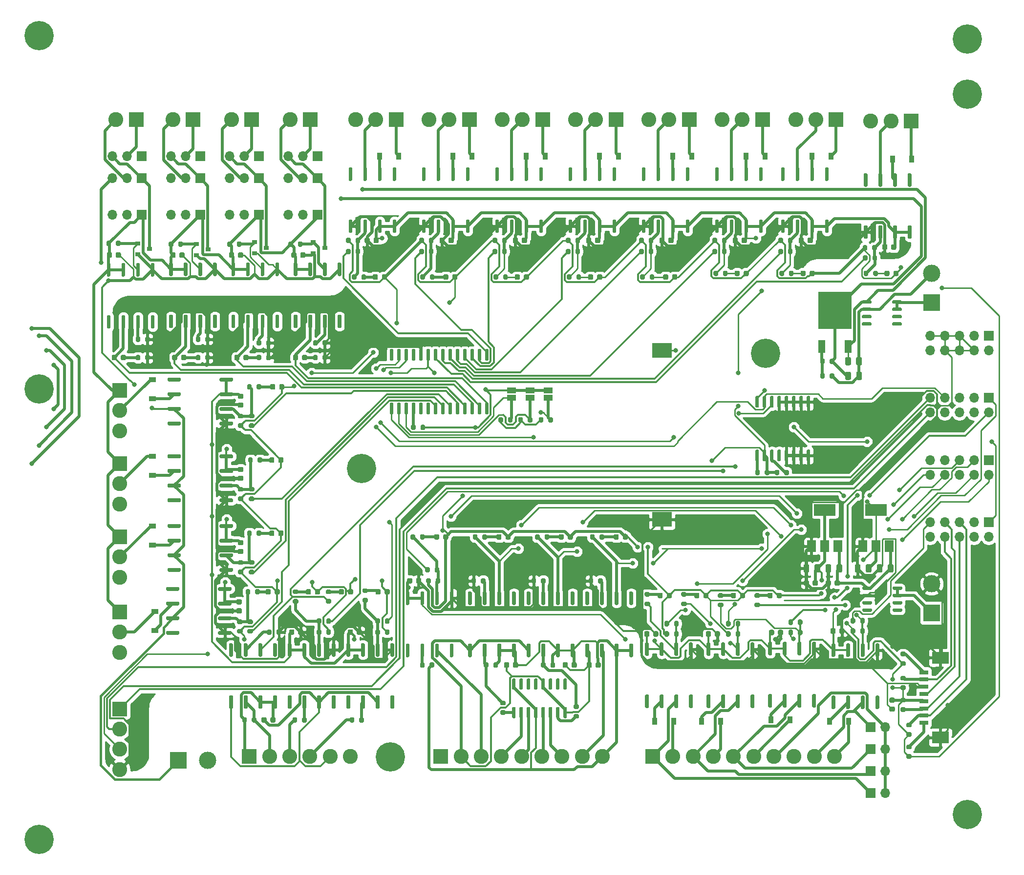
<source format=gbr>
%TF.GenerationSoftware,KiCad,Pcbnew,(5.1.9)-1*%
%TF.CreationDate,2021-02-11T18:19:04-05:00*%
%TF.ProjectId,Tensile_Board,54656e73-696c-4655-9f42-6f6172642e6b,rev?*%
%TF.SameCoordinates,Original*%
%TF.FileFunction,Copper,L1,Top*%
%TF.FilePolarity,Positive*%
%FSLAX46Y46*%
G04 Gerber Fmt 4.6, Leading zero omitted, Abs format (unit mm)*
G04 Created by KiCad (PCBNEW (5.1.9)-1) date 2021-02-11 18:19:04*
%MOMM*%
%LPD*%
G01*
G04 APERTURE LIST*
%TA.AperFunction,ComponentPad*%
%ADD10C,5.080000*%
%TD*%
%TA.AperFunction,SMDPad,CuDef*%
%ADD11R,3.510000X2.540000*%
%TD*%
%TA.AperFunction,SMDPad,CuDef*%
%ADD12R,3.000000X2.100000*%
%TD*%
%TA.AperFunction,SMDPad,CuDef*%
%ADD13R,1.600000X0.800000*%
%TD*%
%TA.AperFunction,ComponentPad*%
%ADD14O,1.700000X1.700000*%
%TD*%
%TA.AperFunction,ComponentPad*%
%ADD15R,1.700000X1.700000*%
%TD*%
%TA.AperFunction,ComponentPad*%
%ADD16R,2.600000X2.600000*%
%TD*%
%TA.AperFunction,ComponentPad*%
%ADD17C,2.600000*%
%TD*%
%TA.AperFunction,SMDPad,CuDef*%
%ADD18R,1.500000X1.000000*%
%TD*%
%TA.AperFunction,SMDPad,CuDef*%
%ADD19R,0.900000X1.200000*%
%TD*%
%TA.AperFunction,SMDPad,CuDef*%
%ADD20R,1.500000X2.000000*%
%TD*%
%TA.AperFunction,SMDPad,CuDef*%
%ADD21R,3.800000X2.000000*%
%TD*%
%TA.AperFunction,SMDPad,CuDef*%
%ADD22R,1.200000X0.900000*%
%TD*%
%TA.AperFunction,SMDPad,CuDef*%
%ADD23R,0.900000X0.800000*%
%TD*%
%TA.AperFunction,SMDPad,CuDef*%
%ADD24R,1.200000X2.200000*%
%TD*%
%TA.AperFunction,SMDPad,CuDef*%
%ADD25R,5.800000X6.400000*%
%TD*%
%TA.AperFunction,ComponentPad*%
%ADD26C,3.000000*%
%TD*%
%TA.AperFunction,ComponentPad*%
%ADD27R,3.000000X3.000000*%
%TD*%
%TA.AperFunction,ViaPad*%
%ADD28C,0.800000*%
%TD*%
%TA.AperFunction,Conductor*%
%ADD29C,0.250000*%
%TD*%
%TA.AperFunction,Conductor*%
%ADD30C,0.350000*%
%TD*%
%TA.AperFunction,Conductor*%
%ADD31C,0.500000*%
%TD*%
%TA.AperFunction,Conductor*%
%ADD32C,0.450000*%
%TD*%
%TA.AperFunction,Conductor*%
%ADD33C,0.254000*%
%TD*%
%TA.AperFunction,Conductor*%
%ADD34C,0.100000*%
%TD*%
G04 APERTURE END LIST*
D10*
%TO.P,REF\u002A\u002A,1*%
%TO.N,N/C*%
X150000000Y-85000000D03*
%TD*%
%TO.P,REF\u002A\u002A,1*%
%TO.N,N/C*%
X80000000Y-105000000D03*
%TD*%
%TO.P,REF\u002A\u002A,1*%
%TO.N,N/C*%
X185000000Y-165000000D03*
%TD*%
%TO.P,REF\u002A\u002A,1*%
%TO.N,N/C*%
X85000000Y-155000000D03*
%TD*%
%TO.P,REF\u002A\u002A,1*%
%TO.N,N/C*%
X185000000Y-40000000D03*
%TD*%
%TO.P,REF\u002A\u002A,1*%
%TO.N,N/C*%
X185000000Y-30480000D03*
%TD*%
D11*
%TO.P,BT1,1*%
%TO.N,Net-(BT1-Pad1)*%
X132080000Y-84455000D03*
%TO.P,BT1,2*%
%TO.N,GND_TSD*%
X132080000Y-113815000D03*
%TD*%
%TO.P,U3,1*%
%TO.N,Net-(R6-Pad2)*%
%TA.AperFunction,SMDPad,CuDef*%
G36*
G01*
X148740000Y-103719000D02*
X148440000Y-103719000D01*
G75*
G02*
X148290000Y-103569000I0J150000D01*
G01*
X148290000Y-101819000D01*
G75*
G02*
X148440000Y-101669000I150000J0D01*
G01*
X148740000Y-101669000D01*
G75*
G02*
X148890000Y-101819000I0J-150000D01*
G01*
X148890000Y-103569000D01*
G75*
G02*
X148740000Y-103719000I-150000J0D01*
G01*
G37*
%TD.AperFunction*%
%TO.P,U3,2*%
%TO.N,+5V_TS*%
%TA.AperFunction,SMDPad,CuDef*%
G36*
G01*
X150010000Y-103719000D02*
X149710000Y-103719000D01*
G75*
G02*
X149560000Y-103569000I0J150000D01*
G01*
X149560000Y-101819000D01*
G75*
G02*
X149710000Y-101669000I150000J0D01*
G01*
X150010000Y-101669000D01*
G75*
G02*
X150160000Y-101819000I0J-150000D01*
G01*
X150160000Y-103569000D01*
G75*
G02*
X150010000Y-103719000I-150000J0D01*
G01*
G37*
%TD.AperFunction*%
%TO.P,U3,3*%
%TO.N,Net-(R7-Pad2)*%
%TA.AperFunction,SMDPad,CuDef*%
G36*
G01*
X151280000Y-103719000D02*
X150980000Y-103719000D01*
G75*
G02*
X150830000Y-103569000I0J150000D01*
G01*
X150830000Y-101819000D01*
G75*
G02*
X150980000Y-101669000I150000J0D01*
G01*
X151280000Y-101669000D01*
G75*
G02*
X151430000Y-101819000I0J-150000D01*
G01*
X151430000Y-103569000D01*
G75*
G02*
X151280000Y-103719000I-150000J0D01*
G01*
G37*
%TD.AperFunction*%
%TO.P,U3,4*%
%TO.N,Net-(U3-Pad4)*%
%TA.AperFunction,SMDPad,CuDef*%
G36*
G01*
X152550000Y-103719000D02*
X152250000Y-103719000D01*
G75*
G02*
X152100000Y-103569000I0J150000D01*
G01*
X152100000Y-101819000D01*
G75*
G02*
X152250000Y-101669000I150000J0D01*
G01*
X152550000Y-101669000D01*
G75*
G02*
X152700000Y-101819000I0J-150000D01*
G01*
X152700000Y-103569000D01*
G75*
G02*
X152550000Y-103719000I-150000J0D01*
G01*
G37*
%TD.AperFunction*%
%TO.P,U3,5*%
%TO.N,GND_TSD*%
%TA.AperFunction,SMDPad,CuDef*%
G36*
G01*
X153820000Y-103719000D02*
X153520000Y-103719000D01*
G75*
G02*
X153370000Y-103569000I0J150000D01*
G01*
X153370000Y-101819000D01*
G75*
G02*
X153520000Y-101669000I150000J0D01*
G01*
X153820000Y-101669000D01*
G75*
G02*
X153970000Y-101819000I0J-150000D01*
G01*
X153970000Y-103569000D01*
G75*
G02*
X153820000Y-103719000I-150000J0D01*
G01*
G37*
%TD.AperFunction*%
%TO.P,U3,6*%
%TA.AperFunction,SMDPad,CuDef*%
G36*
G01*
X155090000Y-103719000D02*
X154790000Y-103719000D01*
G75*
G02*
X154640000Y-103569000I0J150000D01*
G01*
X154640000Y-101819000D01*
G75*
G02*
X154790000Y-101669000I150000J0D01*
G01*
X155090000Y-101669000D01*
G75*
G02*
X155240000Y-101819000I0J-150000D01*
G01*
X155240000Y-103569000D01*
G75*
G02*
X155090000Y-103719000I-150000J0D01*
G01*
G37*
%TD.AperFunction*%
%TO.P,U3,7*%
%TA.AperFunction,SMDPad,CuDef*%
G36*
G01*
X156360000Y-103719000D02*
X156060000Y-103719000D01*
G75*
G02*
X155910000Y-103569000I0J150000D01*
G01*
X155910000Y-101819000D01*
G75*
G02*
X156060000Y-101669000I150000J0D01*
G01*
X156360000Y-101669000D01*
G75*
G02*
X156510000Y-101819000I0J-150000D01*
G01*
X156510000Y-103569000D01*
G75*
G02*
X156360000Y-103719000I-150000J0D01*
G01*
G37*
%TD.AperFunction*%
%TO.P,U3,8*%
%TA.AperFunction,SMDPad,CuDef*%
G36*
G01*
X157630000Y-103719000D02*
X157330000Y-103719000D01*
G75*
G02*
X157180000Y-103569000I0J150000D01*
G01*
X157180000Y-101819000D01*
G75*
G02*
X157330000Y-101669000I150000J0D01*
G01*
X157630000Y-101669000D01*
G75*
G02*
X157780000Y-101819000I0J-150000D01*
G01*
X157780000Y-103569000D01*
G75*
G02*
X157630000Y-103719000I-150000J0D01*
G01*
G37*
%TD.AperFunction*%
%TO.P,U3,9*%
%TA.AperFunction,SMDPad,CuDef*%
G36*
G01*
X157630000Y-94419000D02*
X157330000Y-94419000D01*
G75*
G02*
X157180000Y-94269000I0J150000D01*
G01*
X157180000Y-92519000D01*
G75*
G02*
X157330000Y-92369000I150000J0D01*
G01*
X157630000Y-92369000D01*
G75*
G02*
X157780000Y-92519000I0J-150000D01*
G01*
X157780000Y-94269000D01*
G75*
G02*
X157630000Y-94419000I-150000J0D01*
G01*
G37*
%TD.AperFunction*%
%TO.P,U3,10*%
%TA.AperFunction,SMDPad,CuDef*%
G36*
G01*
X156360000Y-94419000D02*
X156060000Y-94419000D01*
G75*
G02*
X155910000Y-94269000I0J150000D01*
G01*
X155910000Y-92519000D01*
G75*
G02*
X156060000Y-92369000I150000J0D01*
G01*
X156360000Y-92369000D01*
G75*
G02*
X156510000Y-92519000I0J-150000D01*
G01*
X156510000Y-94269000D01*
G75*
G02*
X156360000Y-94419000I-150000J0D01*
G01*
G37*
%TD.AperFunction*%
%TO.P,U3,11*%
%TA.AperFunction,SMDPad,CuDef*%
G36*
G01*
X155090000Y-94419000D02*
X154790000Y-94419000D01*
G75*
G02*
X154640000Y-94269000I0J150000D01*
G01*
X154640000Y-92519000D01*
G75*
G02*
X154790000Y-92369000I150000J0D01*
G01*
X155090000Y-92369000D01*
G75*
G02*
X155240000Y-92519000I0J-150000D01*
G01*
X155240000Y-94269000D01*
G75*
G02*
X155090000Y-94419000I-150000J0D01*
G01*
G37*
%TD.AperFunction*%
%TO.P,U3,12*%
%TA.AperFunction,SMDPad,CuDef*%
G36*
G01*
X153820000Y-94419000D02*
X153520000Y-94419000D01*
G75*
G02*
X153370000Y-94269000I0J150000D01*
G01*
X153370000Y-92519000D01*
G75*
G02*
X153520000Y-92369000I150000J0D01*
G01*
X153820000Y-92369000D01*
G75*
G02*
X153970000Y-92519000I0J-150000D01*
G01*
X153970000Y-94269000D01*
G75*
G02*
X153820000Y-94419000I-150000J0D01*
G01*
G37*
%TD.AperFunction*%
%TO.P,U3,13*%
%TA.AperFunction,SMDPad,CuDef*%
G36*
G01*
X152550000Y-94419000D02*
X152250000Y-94419000D01*
G75*
G02*
X152100000Y-94269000I0J150000D01*
G01*
X152100000Y-92519000D01*
G75*
G02*
X152250000Y-92369000I150000J0D01*
G01*
X152550000Y-92369000D01*
G75*
G02*
X152700000Y-92519000I0J-150000D01*
G01*
X152700000Y-94269000D01*
G75*
G02*
X152550000Y-94419000I-150000J0D01*
G01*
G37*
%TD.AperFunction*%
%TO.P,U3,14*%
%TO.N,Net-(BT1-Pad1)*%
%TA.AperFunction,SMDPad,CuDef*%
G36*
G01*
X151280000Y-94419000D02*
X150980000Y-94419000D01*
G75*
G02*
X150830000Y-94269000I0J150000D01*
G01*
X150830000Y-92519000D01*
G75*
G02*
X150980000Y-92369000I150000J0D01*
G01*
X151280000Y-92369000D01*
G75*
G02*
X151430000Y-92519000I0J-150000D01*
G01*
X151430000Y-94269000D01*
G75*
G02*
X151280000Y-94419000I-150000J0D01*
G01*
G37*
%TD.AperFunction*%
%TO.P,U3,15*%
%TO.N,P26*%
%TA.AperFunction,SMDPad,CuDef*%
G36*
G01*
X150010000Y-94419000D02*
X149710000Y-94419000D01*
G75*
G02*
X149560000Y-94269000I0J150000D01*
G01*
X149560000Y-92519000D01*
G75*
G02*
X149710000Y-92369000I150000J0D01*
G01*
X150010000Y-92369000D01*
G75*
G02*
X150160000Y-92519000I0J-150000D01*
G01*
X150160000Y-94269000D01*
G75*
G02*
X150010000Y-94419000I-150000J0D01*
G01*
G37*
%TD.AperFunction*%
%TO.P,U3,16*%
%TO.N,P0*%
%TA.AperFunction,SMDPad,CuDef*%
G36*
G01*
X148740000Y-94419000D02*
X148440000Y-94419000D01*
G75*
G02*
X148290000Y-94269000I0J150000D01*
G01*
X148290000Y-92519000D01*
G75*
G02*
X148440000Y-92369000I150000J0D01*
G01*
X148740000Y-92369000D01*
G75*
G02*
X148890000Y-92519000I0J-150000D01*
G01*
X148890000Y-94269000D01*
G75*
G02*
X148740000Y-94419000I-150000J0D01*
G01*
G37*
%TD.AperFunction*%
%TD*%
D12*
%TO.P,J5,9*%
%TO.N,GND_TSD*%
X180340000Y-151638000D03*
X180340000Y-137788000D03*
D13*
%TO.P,J5,1*%
%TO.N,Net-(J5-Pad1)*%
X177440000Y-149088000D03*
%TO.P,J5,2*%
%TO.N,P4*%
X177440000Y-147838000D03*
%TO.P,J5,3*%
%TO.N,P5*%
X177440000Y-146588000D03*
%TO.P,J5,4*%
%TO.N,+3V3_TS*%
X177440000Y-145338000D03*
%TO.P,J5,5*%
%TO.N,P6*%
X177440000Y-144088000D03*
%TO.P,J5,6*%
%TO.N,GND_TSD*%
X177440000Y-142838000D03*
%TO.P,J5,7*%
%TO.N,P7*%
X177440000Y-141588000D03*
%TO.P,J5,8*%
%TO.N,Net-(J5-Pad8)*%
X177440000Y-140338000D03*
%TD*%
%TO.P,U16,1*%
%TO.N,Net-(U16-Pad1)*%
%TA.AperFunction,SMDPad,CuDef*%
G36*
G01*
X150987500Y-146445000D02*
X150662500Y-146445000D01*
G75*
G02*
X150500000Y-146282500I0J162500D01*
G01*
X150500000Y-144257500D01*
G75*
G02*
X150662500Y-144095000I162500J0D01*
G01*
X150987500Y-144095000D01*
G75*
G02*
X151150000Y-144257500I0J-162500D01*
G01*
X151150000Y-146282500D01*
G75*
G02*
X150987500Y-146445000I-162500J0D01*
G01*
G37*
%TD.AperFunction*%
%TO.P,U16,2*%
%TO.N,Net-(Q4-Pad1)*%
%TA.AperFunction,SMDPad,CuDef*%
G36*
G01*
X153527500Y-146445000D02*
X153202500Y-146445000D01*
G75*
G02*
X153040000Y-146282500I0J162500D01*
G01*
X153040000Y-144257500D01*
G75*
G02*
X153202500Y-144095000I162500J0D01*
G01*
X153527500Y-144095000D01*
G75*
G02*
X153690000Y-144257500I0J-162500D01*
G01*
X153690000Y-146282500D01*
G75*
G02*
X153527500Y-146445000I-162500J0D01*
G01*
G37*
%TD.AperFunction*%
%TO.P,U16,3*%
%TO.N,OUTZ-*%
%TA.AperFunction,SMDPad,CuDef*%
G36*
G01*
X156067500Y-146445000D02*
X155742500Y-146445000D01*
G75*
G02*
X155580000Y-146282500I0J162500D01*
G01*
X155580000Y-144257500D01*
G75*
G02*
X155742500Y-144095000I162500J0D01*
G01*
X156067500Y-144095000D01*
G75*
G02*
X156230000Y-144257500I0J-162500D01*
G01*
X156230000Y-146282500D01*
G75*
G02*
X156067500Y-146445000I-162500J0D01*
G01*
G37*
%TD.AperFunction*%
%TO.P,U16,4*%
%TO.N,N/C*%
%TA.AperFunction,SMDPad,CuDef*%
G36*
G01*
X158607500Y-146445000D02*
X158282500Y-146445000D01*
G75*
G02*
X158120000Y-146282500I0J162500D01*
G01*
X158120000Y-144257500D01*
G75*
G02*
X158282500Y-144095000I162500J0D01*
G01*
X158607500Y-144095000D01*
G75*
G02*
X158770000Y-144257500I0J-162500D01*
G01*
X158770000Y-146282500D01*
G75*
G02*
X158607500Y-146445000I-162500J0D01*
G01*
G37*
%TD.AperFunction*%
%TO.P,U16,5*%
%TO.N,GND_TSD*%
%TA.AperFunction,SMDPad,CuDef*%
G36*
G01*
X158607500Y-137395000D02*
X158282500Y-137395000D01*
G75*
G02*
X158120000Y-137232500I0J162500D01*
G01*
X158120000Y-135207500D01*
G75*
G02*
X158282500Y-135045000I162500J0D01*
G01*
X158607500Y-135045000D01*
G75*
G02*
X158770000Y-135207500I0J-162500D01*
G01*
X158770000Y-137232500D01*
G75*
G02*
X158607500Y-137395000I-162500J0D01*
G01*
G37*
%TD.AperFunction*%
%TO.P,U16,6*%
%TO.N,Net-(R33-Pad2)*%
%TA.AperFunction,SMDPad,CuDef*%
G36*
G01*
X156067500Y-137395000D02*
X155742500Y-137395000D01*
G75*
G02*
X155580000Y-137232500I0J162500D01*
G01*
X155580000Y-135207500D01*
G75*
G02*
X155742500Y-135045000I162500J0D01*
G01*
X156067500Y-135045000D01*
G75*
G02*
X156230000Y-135207500I0J-162500D01*
G01*
X156230000Y-137232500D01*
G75*
G02*
X156067500Y-137395000I-162500J0D01*
G01*
G37*
%TD.AperFunction*%
%TO.P,U16,7*%
%TO.N,+5V_TS*%
%TA.AperFunction,SMDPad,CuDef*%
G36*
G01*
X153527500Y-137395000D02*
X153202500Y-137395000D01*
G75*
G02*
X153040000Y-137232500I0J162500D01*
G01*
X153040000Y-135207500D01*
G75*
G02*
X153202500Y-135045000I162500J0D01*
G01*
X153527500Y-135045000D01*
G75*
G02*
X153690000Y-135207500I0J-162500D01*
G01*
X153690000Y-137232500D01*
G75*
G02*
X153527500Y-137395000I-162500J0D01*
G01*
G37*
%TD.AperFunction*%
%TO.P,U16,8*%
%TA.AperFunction,SMDPad,CuDef*%
G36*
G01*
X150987500Y-137395000D02*
X150662500Y-137395000D01*
G75*
G02*
X150500000Y-137232500I0J162500D01*
G01*
X150500000Y-135207500D01*
G75*
G02*
X150662500Y-135045000I162500J0D01*
G01*
X150987500Y-135045000D01*
G75*
G02*
X151150000Y-135207500I0J-162500D01*
G01*
X151150000Y-137232500D01*
G75*
G02*
X150987500Y-137395000I-162500J0D01*
G01*
G37*
%TD.AperFunction*%
%TD*%
%TO.P,D3,2*%
%TO.N,GPA7*%
%TA.AperFunction,SMDPad,CuDef*%
G36*
G01*
X69017500Y-85468750D02*
X69017500Y-85981250D01*
G75*
G02*
X68798750Y-86200000I-218750J0D01*
G01*
X68361250Y-86200000D01*
G75*
G02*
X68142500Y-85981250I0J218750D01*
G01*
X68142500Y-85468750D01*
G75*
G02*
X68361250Y-85250000I218750J0D01*
G01*
X68798750Y-85250000D01*
G75*
G02*
X69017500Y-85468750I0J-218750D01*
G01*
G37*
%TD.AperFunction*%
%TO.P,D3,1*%
%TO.N,Net-(D3-Pad1)*%
%TA.AperFunction,SMDPad,CuDef*%
G36*
G01*
X70592500Y-85468750D02*
X70592500Y-85981250D01*
G75*
G02*
X70373750Y-86200000I-218750J0D01*
G01*
X69936250Y-86200000D01*
G75*
G02*
X69717500Y-85981250I0J218750D01*
G01*
X69717500Y-85468750D01*
G75*
G02*
X69936250Y-85250000I218750J0D01*
G01*
X70373750Y-85250000D01*
G75*
G02*
X70592500Y-85468750I0J-218750D01*
G01*
G37*
%TD.AperFunction*%
%TD*%
%TO.P,D13,1*%
%TO.N,Net-(D13-Pad1)*%
%TA.AperFunction,SMDPad,CuDef*%
G36*
G01*
X170631000Y-71376250D02*
X170631000Y-70863750D01*
G75*
G02*
X170849750Y-70645000I218750J0D01*
G01*
X171287250Y-70645000D01*
G75*
G02*
X171506000Y-70863750I0J-218750D01*
G01*
X171506000Y-71376250D01*
G75*
G02*
X171287250Y-71595000I-218750J0D01*
G01*
X170849750Y-71595000D01*
G75*
G02*
X170631000Y-71376250I0J218750D01*
G01*
G37*
%TD.AperFunction*%
%TO.P,D13,2*%
%TO.N,+3V3_TS*%
%TA.AperFunction,SMDPad,CuDef*%
G36*
G01*
X172206000Y-71376250D02*
X172206000Y-70863750D01*
G75*
G02*
X172424750Y-70645000I218750J0D01*
G01*
X172862250Y-70645000D01*
G75*
G02*
X173081000Y-70863750I0J-218750D01*
G01*
X173081000Y-71376250D01*
G75*
G02*
X172862250Y-71595000I-218750J0D01*
G01*
X172424750Y-71595000D01*
G75*
G02*
X172206000Y-71376250I0J218750D01*
G01*
G37*
%TD.AperFunction*%
%TD*%
%TO.P,R77,2*%
%TO.N,GND_TSD*%
%TA.AperFunction,SMDPad,CuDef*%
G36*
G01*
X52940000Y-86000000D02*
X52940000Y-85450000D01*
G75*
G02*
X53140000Y-85250000I200000J0D01*
G01*
X53540000Y-85250000D01*
G75*
G02*
X53740000Y-85450000I0J-200000D01*
G01*
X53740000Y-86000000D01*
G75*
G02*
X53540000Y-86200000I-200000J0D01*
G01*
X53140000Y-86200000D01*
G75*
G02*
X52940000Y-86000000I0J200000D01*
G01*
G37*
%TD.AperFunction*%
%TO.P,R77,1*%
%TO.N,Net-(D4-Pad1)*%
%TA.AperFunction,SMDPad,CuDef*%
G36*
G01*
X51290000Y-86000000D02*
X51290000Y-85450000D01*
G75*
G02*
X51490000Y-85250000I200000J0D01*
G01*
X51890000Y-85250000D01*
G75*
G02*
X52090000Y-85450000I0J-200000D01*
G01*
X52090000Y-86000000D01*
G75*
G02*
X51890000Y-86200000I-200000J0D01*
G01*
X51490000Y-86200000D01*
G75*
G02*
X51290000Y-86000000I0J200000D01*
G01*
G37*
%TD.AperFunction*%
%TD*%
%TO.P,D11,1*%
%TO.N,Net-(D11-Pad1)*%
%TA.AperFunction,SMDPad,CuDef*%
G36*
G01*
X144673000Y-71376250D02*
X144673000Y-70863750D01*
G75*
G02*
X144891750Y-70645000I218750J0D01*
G01*
X145329250Y-70645000D01*
G75*
G02*
X145548000Y-70863750I0J-218750D01*
G01*
X145548000Y-71376250D01*
G75*
G02*
X145329250Y-71595000I-218750J0D01*
G01*
X144891750Y-71595000D01*
G75*
G02*
X144673000Y-71376250I0J218750D01*
G01*
G37*
%TD.AperFunction*%
%TO.P,D11,2*%
%TO.N,+3V3_TS*%
%TA.AperFunction,SMDPad,CuDef*%
G36*
G01*
X146248000Y-71376250D02*
X146248000Y-70863750D01*
G75*
G02*
X146466750Y-70645000I218750J0D01*
G01*
X146904250Y-70645000D01*
G75*
G02*
X147123000Y-70863750I0J-218750D01*
G01*
X147123000Y-71376250D01*
G75*
G02*
X146904250Y-71595000I-218750J0D01*
G01*
X146466750Y-71595000D01*
G75*
G02*
X146248000Y-71376250I0J218750D01*
G01*
G37*
%TD.AperFunction*%
%TD*%
%TO.P,D14,1*%
%TO.N,Net-(D14-Pad1)*%
%TA.AperFunction,SMDPad,CuDef*%
G36*
G01*
X63392500Y-126621250D02*
X63392500Y-126108750D01*
G75*
G02*
X63611250Y-125890000I218750J0D01*
G01*
X64048750Y-125890000D01*
G75*
G02*
X64267500Y-126108750I0J-218750D01*
G01*
X64267500Y-126621250D01*
G75*
G02*
X64048750Y-126840000I-218750J0D01*
G01*
X63611250Y-126840000D01*
G75*
G02*
X63392500Y-126621250I0J218750D01*
G01*
G37*
%TD.AperFunction*%
%TO.P,D14,2*%
%TO.N,+3V3_TS*%
%TA.AperFunction,SMDPad,CuDef*%
G36*
G01*
X64967500Y-126621250D02*
X64967500Y-126108750D01*
G75*
G02*
X65186250Y-125890000I218750J0D01*
G01*
X65623750Y-125890000D01*
G75*
G02*
X65842500Y-126108750I0J-218750D01*
G01*
X65842500Y-126621250D01*
G75*
G02*
X65623750Y-126840000I-218750J0D01*
G01*
X65186250Y-126840000D01*
G75*
G02*
X64967500Y-126621250I0J218750D01*
G01*
G37*
%TD.AperFunction*%
%TD*%
%TO.P,D7,1*%
%TO.N,Net-(D7-Pad1)*%
%TA.AperFunction,SMDPad,CuDef*%
G36*
G01*
X94177500Y-72011250D02*
X94177500Y-71498750D01*
G75*
G02*
X94396250Y-71280000I218750J0D01*
G01*
X94833750Y-71280000D01*
G75*
G02*
X95052500Y-71498750I0J-218750D01*
G01*
X95052500Y-72011250D01*
G75*
G02*
X94833750Y-72230000I-218750J0D01*
G01*
X94396250Y-72230000D01*
G75*
G02*
X94177500Y-72011250I0J218750D01*
G01*
G37*
%TD.AperFunction*%
%TO.P,D7,2*%
%TO.N,+3V3_TS*%
%TA.AperFunction,SMDPad,CuDef*%
G36*
G01*
X95752500Y-72011250D02*
X95752500Y-71498750D01*
G75*
G02*
X95971250Y-71280000I218750J0D01*
G01*
X96408750Y-71280000D01*
G75*
G02*
X96627500Y-71498750I0J-218750D01*
G01*
X96627500Y-72011250D01*
G75*
G02*
X96408750Y-72230000I-218750J0D01*
G01*
X95971250Y-72230000D01*
G75*
G02*
X95752500Y-72011250I0J218750D01*
G01*
G37*
%TD.AperFunction*%
%TD*%
%TO.P,D10,2*%
%TO.N,+3V3_TS*%
%TA.AperFunction,SMDPad,CuDef*%
G36*
G01*
X133852000Y-72011250D02*
X133852000Y-71498750D01*
G75*
G02*
X134070750Y-71280000I218750J0D01*
G01*
X134508250Y-71280000D01*
G75*
G02*
X134727000Y-71498750I0J-218750D01*
G01*
X134727000Y-72011250D01*
G75*
G02*
X134508250Y-72230000I-218750J0D01*
G01*
X134070750Y-72230000D01*
G75*
G02*
X133852000Y-72011250I0J218750D01*
G01*
G37*
%TD.AperFunction*%
%TO.P,D10,1*%
%TO.N,Net-(D10-Pad1)*%
%TA.AperFunction,SMDPad,CuDef*%
G36*
G01*
X132277000Y-72011250D02*
X132277000Y-71498750D01*
G75*
G02*
X132495750Y-71280000I218750J0D01*
G01*
X132933250Y-71280000D01*
G75*
G02*
X133152000Y-71498750I0J-218750D01*
G01*
X133152000Y-72011250D01*
G75*
G02*
X132933250Y-72230000I-218750J0D01*
G01*
X132495750Y-72230000D01*
G75*
G02*
X132277000Y-72011250I0J218750D01*
G01*
G37*
%TD.AperFunction*%
%TD*%
%TO.P,D8,2*%
%TO.N,+3V3_TS*%
%TA.AperFunction,SMDPad,CuDef*%
G36*
G01*
X108148000Y-72011250D02*
X108148000Y-71498750D01*
G75*
G02*
X108366750Y-71280000I218750J0D01*
G01*
X108804250Y-71280000D01*
G75*
G02*
X109023000Y-71498750I0J-218750D01*
G01*
X109023000Y-72011250D01*
G75*
G02*
X108804250Y-72230000I-218750J0D01*
G01*
X108366750Y-72230000D01*
G75*
G02*
X108148000Y-72011250I0J218750D01*
G01*
G37*
%TD.AperFunction*%
%TO.P,D8,1*%
%TO.N,Net-(D8-Pad1)*%
%TA.AperFunction,SMDPad,CuDef*%
G36*
G01*
X106573000Y-72011250D02*
X106573000Y-71498750D01*
G75*
G02*
X106791750Y-71280000I218750J0D01*
G01*
X107229250Y-71280000D01*
G75*
G02*
X107448000Y-71498750I0J-218750D01*
G01*
X107448000Y-72011250D01*
G75*
G02*
X107229250Y-72230000I-218750J0D01*
G01*
X106791750Y-72230000D01*
G75*
G02*
X106573000Y-72011250I0J218750D01*
G01*
G37*
%TD.AperFunction*%
%TD*%
%TO.P,D1,1*%
%TO.N,Net-(D1-Pad1)*%
%TA.AperFunction,SMDPad,CuDef*%
G36*
G01*
X81960000Y-72011250D02*
X81960000Y-71498750D01*
G75*
G02*
X82178750Y-71280000I218750J0D01*
G01*
X82616250Y-71280000D01*
G75*
G02*
X82835000Y-71498750I0J-218750D01*
G01*
X82835000Y-72011250D01*
G75*
G02*
X82616250Y-72230000I-218750J0D01*
G01*
X82178750Y-72230000D01*
G75*
G02*
X81960000Y-72011250I0J218750D01*
G01*
G37*
%TD.AperFunction*%
%TO.P,D1,2*%
%TO.N,+3V3_TS*%
%TA.AperFunction,SMDPad,CuDef*%
G36*
G01*
X83535000Y-72011250D02*
X83535000Y-71498750D01*
G75*
G02*
X83753750Y-71280000I218750J0D01*
G01*
X84191250Y-71280000D01*
G75*
G02*
X84410000Y-71498750I0J-218750D01*
G01*
X84410000Y-72011250D01*
G75*
G02*
X84191250Y-72230000I-218750J0D01*
G01*
X83753750Y-72230000D01*
G75*
G02*
X83535000Y-72011250I0J218750D01*
G01*
G37*
%TD.AperFunction*%
%TD*%
%TO.P,D17,1*%
%TO.N,Net-(D17-Pad1)*%
%TA.AperFunction,SMDPad,CuDef*%
G36*
G01*
X64180000Y-91061250D02*
X64180000Y-90548750D01*
G75*
G02*
X64398750Y-90330000I218750J0D01*
G01*
X64836250Y-90330000D01*
G75*
G02*
X65055000Y-90548750I0J-218750D01*
G01*
X65055000Y-91061250D01*
G75*
G02*
X64836250Y-91280000I-218750J0D01*
G01*
X64398750Y-91280000D01*
G75*
G02*
X64180000Y-91061250I0J218750D01*
G01*
G37*
%TD.AperFunction*%
%TO.P,D17,2*%
%TO.N,+3V3_TS*%
%TA.AperFunction,SMDPad,CuDef*%
G36*
G01*
X65755000Y-91061250D02*
X65755000Y-90548750D01*
G75*
G02*
X65973750Y-90330000I218750J0D01*
G01*
X66411250Y-90330000D01*
G75*
G02*
X66630000Y-90548750I0J-218750D01*
G01*
X66630000Y-91061250D01*
G75*
G02*
X66411250Y-91280000I-218750J0D01*
G01*
X65973750Y-91280000D01*
G75*
G02*
X65755000Y-91061250I0J218750D01*
G01*
G37*
%TD.AperFunction*%
%TD*%
%TO.P,D4,1*%
%TO.N,Net-(D4-Pad1)*%
%TA.AperFunction,SMDPad,CuDef*%
G36*
G01*
X49637500Y-85468750D02*
X49637500Y-85981250D01*
G75*
G02*
X49418750Y-86200000I-218750J0D01*
G01*
X48981250Y-86200000D01*
G75*
G02*
X48762500Y-85981250I0J218750D01*
G01*
X48762500Y-85468750D01*
G75*
G02*
X48981250Y-85250000I218750J0D01*
G01*
X49418750Y-85250000D01*
G75*
G02*
X49637500Y-85468750I0J-218750D01*
G01*
G37*
%TD.AperFunction*%
%TO.P,D4,2*%
%TO.N,GPA5*%
%TA.AperFunction,SMDPad,CuDef*%
G36*
G01*
X48062500Y-85468750D02*
X48062500Y-85981250D01*
G75*
G02*
X47843750Y-86200000I-218750J0D01*
G01*
X47406250Y-86200000D01*
G75*
G02*
X47187500Y-85981250I0J218750D01*
G01*
X47187500Y-85468750D01*
G75*
G02*
X47406250Y-85250000I218750J0D01*
G01*
X47843750Y-85250000D01*
G75*
G02*
X48062500Y-85468750I0J-218750D01*
G01*
G37*
%TD.AperFunction*%
%TD*%
%TO.P,D5,1*%
%TO.N,Net-(D5-Pad1)*%
%TA.AperFunction,SMDPad,CuDef*%
G36*
G01*
X60432500Y-85468750D02*
X60432500Y-85981250D01*
G75*
G02*
X60213750Y-86200000I-218750J0D01*
G01*
X59776250Y-86200000D01*
G75*
G02*
X59557500Y-85981250I0J218750D01*
G01*
X59557500Y-85468750D01*
G75*
G02*
X59776250Y-85250000I218750J0D01*
G01*
X60213750Y-85250000D01*
G75*
G02*
X60432500Y-85468750I0J-218750D01*
G01*
G37*
%TD.AperFunction*%
%TO.P,D5,2*%
%TO.N,GPA6*%
%TA.AperFunction,SMDPad,CuDef*%
G36*
G01*
X58857500Y-85468750D02*
X58857500Y-85981250D01*
G75*
G02*
X58638750Y-86200000I-218750J0D01*
G01*
X58201250Y-86200000D01*
G75*
G02*
X57982500Y-85981250I0J218750D01*
G01*
X57982500Y-85468750D01*
G75*
G02*
X58201250Y-85250000I218750J0D01*
G01*
X58638750Y-85250000D01*
G75*
G02*
X58857500Y-85468750I0J-218750D01*
G01*
G37*
%TD.AperFunction*%
%TD*%
%TO.P,D12,2*%
%TO.N,+3V3_TS*%
%TA.AperFunction,SMDPad,CuDef*%
G36*
G01*
X157678000Y-71376250D02*
X157678000Y-70863750D01*
G75*
G02*
X157896750Y-70645000I218750J0D01*
G01*
X158334250Y-70645000D01*
G75*
G02*
X158553000Y-70863750I0J-218750D01*
G01*
X158553000Y-71376250D01*
G75*
G02*
X158334250Y-71595000I-218750J0D01*
G01*
X157896750Y-71595000D01*
G75*
G02*
X157678000Y-71376250I0J218750D01*
G01*
G37*
%TD.AperFunction*%
%TO.P,D12,1*%
%TO.N,Net-(D12-Pad1)*%
%TA.AperFunction,SMDPad,CuDef*%
G36*
G01*
X156103000Y-71376250D02*
X156103000Y-70863750D01*
G75*
G02*
X156321750Y-70645000I218750J0D01*
G01*
X156759250Y-70645000D01*
G75*
G02*
X156978000Y-70863750I0J-218750D01*
G01*
X156978000Y-71376250D01*
G75*
G02*
X156759250Y-71595000I-218750J0D01*
G01*
X156321750Y-71595000D01*
G75*
G02*
X156103000Y-71376250I0J218750D01*
G01*
G37*
%TD.AperFunction*%
%TD*%
%TO.P,D6,2*%
%TO.N,GPA4*%
%TA.AperFunction,SMDPad,CuDef*%
G36*
G01*
X37597500Y-85468750D02*
X37597500Y-85981250D01*
G75*
G02*
X37378750Y-86200000I-218750J0D01*
G01*
X36941250Y-86200000D01*
G75*
G02*
X36722500Y-85981250I0J218750D01*
G01*
X36722500Y-85468750D01*
G75*
G02*
X36941250Y-85250000I218750J0D01*
G01*
X37378750Y-85250000D01*
G75*
G02*
X37597500Y-85468750I0J-218750D01*
G01*
G37*
%TD.AperFunction*%
%TO.P,D6,1*%
%TO.N,Net-(D6-Pad1)*%
%TA.AperFunction,SMDPad,CuDef*%
G36*
G01*
X39172500Y-85468750D02*
X39172500Y-85981250D01*
G75*
G02*
X38953750Y-86200000I-218750J0D01*
G01*
X38516250Y-86200000D01*
G75*
G02*
X38297500Y-85981250I0J218750D01*
G01*
X38297500Y-85468750D01*
G75*
G02*
X38516250Y-85250000I218750J0D01*
G01*
X38953750Y-85250000D01*
G75*
G02*
X39172500Y-85468750I0J-218750D01*
G01*
G37*
%TD.AperFunction*%
%TD*%
%TO.P,D9,1*%
%TO.N,Net-(D9-Pad1)*%
%TA.AperFunction,SMDPad,CuDef*%
G36*
G01*
X119273000Y-72011250D02*
X119273000Y-71498750D01*
G75*
G02*
X119491750Y-71280000I218750J0D01*
G01*
X119929250Y-71280000D01*
G75*
G02*
X120148000Y-71498750I0J-218750D01*
G01*
X120148000Y-72011250D01*
G75*
G02*
X119929250Y-72230000I-218750J0D01*
G01*
X119491750Y-72230000D01*
G75*
G02*
X119273000Y-72011250I0J218750D01*
G01*
G37*
%TD.AperFunction*%
%TO.P,D9,2*%
%TO.N,+3V3_TS*%
%TA.AperFunction,SMDPad,CuDef*%
G36*
G01*
X120848000Y-72011250D02*
X120848000Y-71498750D01*
G75*
G02*
X121066750Y-71280000I218750J0D01*
G01*
X121504250Y-71280000D01*
G75*
G02*
X121723000Y-71498750I0J-218750D01*
G01*
X121723000Y-72011250D01*
G75*
G02*
X121504250Y-72230000I-218750J0D01*
G01*
X121066750Y-72230000D01*
G75*
G02*
X120848000Y-72011250I0J218750D01*
G01*
G37*
%TD.AperFunction*%
%TD*%
%TO.P,D15,2*%
%TO.N,+3V3_TS*%
%TA.AperFunction,SMDPad,CuDef*%
G36*
G01*
X65602500Y-116461250D02*
X65602500Y-115948750D01*
G75*
G02*
X65821250Y-115730000I218750J0D01*
G01*
X66258750Y-115730000D01*
G75*
G02*
X66477500Y-115948750I0J-218750D01*
G01*
X66477500Y-116461250D01*
G75*
G02*
X66258750Y-116680000I-218750J0D01*
G01*
X65821250Y-116680000D01*
G75*
G02*
X65602500Y-116461250I0J218750D01*
G01*
G37*
%TD.AperFunction*%
%TO.P,D15,1*%
%TO.N,Net-(D15-Pad1)*%
%TA.AperFunction,SMDPad,CuDef*%
G36*
G01*
X64027500Y-116461250D02*
X64027500Y-115948750D01*
G75*
G02*
X64246250Y-115730000I218750J0D01*
G01*
X64683750Y-115730000D01*
G75*
G02*
X64902500Y-115948750I0J-218750D01*
G01*
X64902500Y-116461250D01*
G75*
G02*
X64683750Y-116680000I-218750J0D01*
G01*
X64246250Y-116680000D01*
G75*
G02*
X64027500Y-116461250I0J218750D01*
G01*
G37*
%TD.AperFunction*%
%TD*%
%TO.P,D16,2*%
%TO.N,+3V3_TS*%
%TA.AperFunction,SMDPad,CuDef*%
G36*
G01*
X65602500Y-103761250D02*
X65602500Y-103248750D01*
G75*
G02*
X65821250Y-103030000I218750J0D01*
G01*
X66258750Y-103030000D01*
G75*
G02*
X66477500Y-103248750I0J-218750D01*
G01*
X66477500Y-103761250D01*
G75*
G02*
X66258750Y-103980000I-218750J0D01*
G01*
X65821250Y-103980000D01*
G75*
G02*
X65602500Y-103761250I0J218750D01*
G01*
G37*
%TD.AperFunction*%
%TO.P,D16,1*%
%TO.N,Net-(D16-Pad1)*%
%TA.AperFunction,SMDPad,CuDef*%
G36*
G01*
X64027500Y-103761250D02*
X64027500Y-103248750D01*
G75*
G02*
X64246250Y-103030000I218750J0D01*
G01*
X64683750Y-103030000D01*
G75*
G02*
X64902500Y-103248750I0J-218750D01*
G01*
X64902500Y-103761250D01*
G75*
G02*
X64683750Y-103980000I-218750J0D01*
G01*
X64246250Y-103980000D01*
G75*
G02*
X64027500Y-103761250I0J218750D01*
G01*
G37*
%TD.AperFunction*%
%TD*%
%TO.P,R76,1*%
%TO.N,Net-(D3-Pad1)*%
%TA.AperFunction,SMDPad,CuDef*%
G36*
G01*
X71610000Y-86000000D02*
X71610000Y-85450000D01*
G75*
G02*
X71810000Y-85250000I200000J0D01*
G01*
X72210000Y-85250000D01*
G75*
G02*
X72410000Y-85450000I0J-200000D01*
G01*
X72410000Y-86000000D01*
G75*
G02*
X72210000Y-86200000I-200000J0D01*
G01*
X71810000Y-86200000D01*
G75*
G02*
X71610000Y-86000000I0J200000D01*
G01*
G37*
%TD.AperFunction*%
%TO.P,R76,2*%
%TO.N,GND_TSD*%
%TA.AperFunction,SMDPad,CuDef*%
G36*
G01*
X73260000Y-86000000D02*
X73260000Y-85450000D01*
G75*
G02*
X73460000Y-85250000I200000J0D01*
G01*
X73860000Y-85250000D01*
G75*
G02*
X74060000Y-85450000I0J-200000D01*
G01*
X74060000Y-86000000D01*
G75*
G02*
X73860000Y-86200000I-200000J0D01*
G01*
X73460000Y-86200000D01*
G75*
G02*
X73260000Y-86000000I0J200000D01*
G01*
G37*
%TD.AperFunction*%
%TD*%
%TO.P,R78,2*%
%TO.N,GND_TSD*%
%TA.AperFunction,SMDPad,CuDef*%
G36*
G01*
X63480000Y-86000000D02*
X63480000Y-85450000D01*
G75*
G02*
X63680000Y-85250000I200000J0D01*
G01*
X64080000Y-85250000D01*
G75*
G02*
X64280000Y-85450000I0J-200000D01*
G01*
X64280000Y-86000000D01*
G75*
G02*
X64080000Y-86200000I-200000J0D01*
G01*
X63680000Y-86200000D01*
G75*
G02*
X63480000Y-86000000I0J200000D01*
G01*
G37*
%TD.AperFunction*%
%TO.P,R78,1*%
%TO.N,Net-(D5-Pad1)*%
%TA.AperFunction,SMDPad,CuDef*%
G36*
G01*
X61830000Y-86000000D02*
X61830000Y-85450000D01*
G75*
G02*
X62030000Y-85250000I200000J0D01*
G01*
X62430000Y-85250000D01*
G75*
G02*
X62630000Y-85450000I0J-200000D01*
G01*
X62630000Y-86000000D01*
G75*
G02*
X62430000Y-86200000I-200000J0D01*
G01*
X62030000Y-86200000D01*
G75*
G02*
X61830000Y-86000000I0J200000D01*
G01*
G37*
%TD.AperFunction*%
%TD*%
%TO.P,R79,1*%
%TO.N,Net-(D6-Pad1)*%
%TA.AperFunction,SMDPad,CuDef*%
G36*
G01*
X40875000Y-86000000D02*
X40875000Y-85450000D01*
G75*
G02*
X41075000Y-85250000I200000J0D01*
G01*
X41475000Y-85250000D01*
G75*
G02*
X41675000Y-85450000I0J-200000D01*
G01*
X41675000Y-86000000D01*
G75*
G02*
X41475000Y-86200000I-200000J0D01*
G01*
X41075000Y-86200000D01*
G75*
G02*
X40875000Y-86000000I0J200000D01*
G01*
G37*
%TD.AperFunction*%
%TO.P,R79,2*%
%TO.N,GND_TSD*%
%TA.AperFunction,SMDPad,CuDef*%
G36*
G01*
X42525000Y-86000000D02*
X42525000Y-85450000D01*
G75*
G02*
X42725000Y-85250000I200000J0D01*
G01*
X43125000Y-85250000D01*
G75*
G02*
X43325000Y-85450000I0J-200000D01*
G01*
X43325000Y-86000000D01*
G75*
G02*
X43125000Y-86200000I-200000J0D01*
G01*
X42725000Y-86200000D01*
G75*
G02*
X42525000Y-86000000I0J200000D01*
G01*
G37*
%TD.AperFunction*%
%TD*%
D14*
%TO.P,J1,10*%
%TO.N,P9*%
X178537000Y-116840000D03*
%TO.P,J1,9*%
%TO.N,P8*%
X178537000Y-114300000D03*
%TO.P,J1,8*%
%TO.N,P7*%
X181077000Y-116840000D03*
%TO.P,J1,7*%
%TO.N,P6*%
X181077000Y-114300000D03*
%TO.P,J1,6*%
%TO.N,P5*%
X183617000Y-116840000D03*
%TO.P,J1,5*%
%TO.N,P4*%
X183617000Y-114300000D03*
%TO.P,J1,4*%
%TO.N,P3*%
X186157000Y-116840000D03*
%TO.P,J1,3*%
%TO.N,P2*%
X186157000Y-114300000D03*
%TO.P,J1,2*%
%TO.N,P1*%
X188697000Y-116840000D03*
D15*
%TO.P,J1,1*%
%TO.N,P0*%
X188697000Y-114300000D03*
%TD*%
D14*
%TO.P,J2,10*%
%TO.N,P19*%
X178537000Y-106045000D03*
%TO.P,J2,9*%
%TO.N,P18*%
X178537000Y-103505000D03*
%TO.P,J2,8*%
%TO.N,P17*%
X181077000Y-106045000D03*
%TO.P,J2,7*%
%TO.N,P16*%
X181077000Y-103505000D03*
%TO.P,J2,6*%
%TO.N,P15*%
X183617000Y-106045000D03*
%TO.P,J2,5*%
%TO.N,P14*%
X183617000Y-103505000D03*
%TO.P,J2,4*%
%TO.N,P13*%
X186157000Y-106045000D03*
%TO.P,J2,3*%
%TO.N,P12*%
X186157000Y-103505000D03*
%TO.P,J2,2*%
%TO.N,P11*%
X188697000Y-106045000D03*
D15*
%TO.P,J2,1*%
%TO.N,P10*%
X188697000Y-103505000D03*
%TD*%
%TO.P,J3,1*%
%TO.N,P20*%
X188697000Y-92710000D03*
D14*
%TO.P,J3,2*%
%TO.N,P21*%
X188697000Y-95250000D03*
%TO.P,J3,3*%
%TO.N,P22*%
X186157000Y-92710000D03*
%TO.P,J3,4*%
%TO.N,P23*%
X186157000Y-95250000D03*
%TO.P,J3,5*%
%TO.N,P24*%
X183617000Y-92710000D03*
%TO.P,J3,6*%
%TO.N,P25*%
X183617000Y-95250000D03*
%TO.P,J3,7*%
%TO.N,P26*%
X181077000Y-92710000D03*
%TO.P,J3,8*%
%TO.N,P27*%
X181077000Y-95250000D03*
%TO.P,J3,9*%
%TO.N,SDA*%
X178537000Y-92710000D03*
%TO.P,J3,10*%
%TO.N,SCL*%
X178537000Y-95250000D03*
%TD*%
D10*
%TO.P,DISP_HOLE_3,1*%
%TO.N,N/C*%
X24130000Y-169345000D03*
%TD*%
%TO.P,DISP_HOLE_2,1*%
%TO.N,N/C*%
X24130000Y-91145000D03*
%TD*%
%TO.P,DISP_HOLE_1,1*%
%TO.N,N/C*%
X24130000Y-29845000D03*
%TD*%
%TO.P,C1,1*%
%TO.N,+3V3_TS*%
%TA.AperFunction,SMDPad,CuDef*%
G36*
G01*
X171708000Y-144711000D02*
X172208000Y-144711000D01*
G75*
G02*
X172433000Y-144936000I0J-225000D01*
G01*
X172433000Y-145386000D01*
G75*
G02*
X172208000Y-145611000I-225000J0D01*
G01*
X171708000Y-145611000D01*
G75*
G02*
X171483000Y-145386000I0J225000D01*
G01*
X171483000Y-144936000D01*
G75*
G02*
X171708000Y-144711000I225000J0D01*
G01*
G37*
%TD.AperFunction*%
%TO.P,C1,2*%
%TO.N,GND_TSD*%
%TA.AperFunction,SMDPad,CuDef*%
G36*
G01*
X171708000Y-146261000D02*
X172208000Y-146261000D01*
G75*
G02*
X172433000Y-146486000I0J-225000D01*
G01*
X172433000Y-146936000D01*
G75*
G02*
X172208000Y-147161000I-225000J0D01*
G01*
X171708000Y-147161000D01*
G75*
G02*
X171483000Y-146936000I0J225000D01*
G01*
X171483000Y-146486000D01*
G75*
G02*
X171708000Y-146261000I225000J0D01*
G01*
G37*
%TD.AperFunction*%
%TD*%
%TO.P,C2,1*%
%TO.N,V_IN*%
%TA.AperFunction,SMDPad,CuDef*%
G36*
G01*
X172199000Y-121826000D02*
X172199000Y-122776000D01*
G75*
G02*
X171949000Y-123026000I-250000J0D01*
G01*
X171449000Y-123026000D01*
G75*
G02*
X171199000Y-122776000I0J250000D01*
G01*
X171199000Y-121826000D01*
G75*
G02*
X171449000Y-121576000I250000J0D01*
G01*
X171949000Y-121576000D01*
G75*
G02*
X172199000Y-121826000I0J-250000D01*
G01*
G37*
%TD.AperFunction*%
%TO.P,C2,2*%
%TO.N,GND_TSD*%
%TA.AperFunction,SMDPad,CuDef*%
G36*
G01*
X170299000Y-121826000D02*
X170299000Y-122776000D01*
G75*
G02*
X170049000Y-123026000I-250000J0D01*
G01*
X169549000Y-123026000D01*
G75*
G02*
X169299000Y-122776000I0J250000D01*
G01*
X169299000Y-121826000D01*
G75*
G02*
X169549000Y-121576000I250000J0D01*
G01*
X170049000Y-121576000D01*
G75*
G02*
X170299000Y-121826000I0J-250000D01*
G01*
G37*
%TD.AperFunction*%
%TD*%
%TO.P,C3,2*%
%TO.N,GND_TSD*%
%TA.AperFunction,SMDPad,CuDef*%
G36*
G01*
X166494000Y-121826000D02*
X166494000Y-122776000D01*
G75*
G02*
X166244000Y-123026000I-250000J0D01*
G01*
X165744000Y-123026000D01*
G75*
G02*
X165494000Y-122776000I0J250000D01*
G01*
X165494000Y-121826000D01*
G75*
G02*
X165744000Y-121576000I250000J0D01*
G01*
X166244000Y-121576000D01*
G75*
G02*
X166494000Y-121826000I0J-250000D01*
G01*
G37*
%TD.AperFunction*%
%TO.P,C3,1*%
%TO.N,+5V_TS*%
%TA.AperFunction,SMDPad,CuDef*%
G36*
G01*
X168394000Y-121826000D02*
X168394000Y-122776000D01*
G75*
G02*
X168144000Y-123026000I-250000J0D01*
G01*
X167644000Y-123026000D01*
G75*
G02*
X167394000Y-122776000I0J250000D01*
G01*
X167394000Y-121826000D01*
G75*
G02*
X167644000Y-121576000I250000J0D01*
G01*
X168144000Y-121576000D01*
G75*
G02*
X168394000Y-121826000I0J-250000D01*
G01*
G37*
%TD.AperFunction*%
%TD*%
%TO.P,C4,2*%
%TO.N,GND_TSD*%
%TA.AperFunction,SMDPad,CuDef*%
G36*
G01*
X161414000Y-121826000D02*
X161414000Y-122776000D01*
G75*
G02*
X161164000Y-123026000I-250000J0D01*
G01*
X160664000Y-123026000D01*
G75*
G02*
X160414000Y-122776000I0J250000D01*
G01*
X160414000Y-121826000D01*
G75*
G02*
X160664000Y-121576000I250000J0D01*
G01*
X161164000Y-121576000D01*
G75*
G02*
X161414000Y-121826000I0J-250000D01*
G01*
G37*
%TD.AperFunction*%
%TO.P,C4,1*%
%TO.N,V_IN*%
%TA.AperFunction,SMDPad,CuDef*%
G36*
G01*
X163314000Y-121826000D02*
X163314000Y-122776000D01*
G75*
G02*
X163064000Y-123026000I-250000J0D01*
G01*
X162564000Y-123026000D01*
G75*
G02*
X162314000Y-122776000I0J250000D01*
G01*
X162314000Y-121826000D01*
G75*
G02*
X162564000Y-121576000I250000J0D01*
G01*
X163064000Y-121576000D01*
G75*
G02*
X163314000Y-121826000I0J-250000D01*
G01*
G37*
%TD.AperFunction*%
%TD*%
%TO.P,C5,1*%
%TO.N,V_IN*%
%TA.AperFunction,SMDPad,CuDef*%
G36*
G01*
X162909000Y-124591000D02*
X162909000Y-125091000D01*
G75*
G02*
X162684000Y-125316000I-225000J0D01*
G01*
X162234000Y-125316000D01*
G75*
G02*
X162009000Y-125091000I0J225000D01*
G01*
X162009000Y-124591000D01*
G75*
G02*
X162234000Y-124366000I225000J0D01*
G01*
X162684000Y-124366000D01*
G75*
G02*
X162909000Y-124591000I0J-225000D01*
G01*
G37*
%TD.AperFunction*%
%TO.P,C5,2*%
%TO.N,GND_TSD*%
%TA.AperFunction,SMDPad,CuDef*%
G36*
G01*
X161359000Y-124591000D02*
X161359000Y-125091000D01*
G75*
G02*
X161134000Y-125316000I-225000J0D01*
G01*
X160684000Y-125316000D01*
G75*
G02*
X160459000Y-125091000I0J225000D01*
G01*
X160459000Y-124591000D01*
G75*
G02*
X160684000Y-124366000I225000J0D01*
G01*
X161134000Y-124366000D01*
G75*
G02*
X161359000Y-124591000I0J-225000D01*
G01*
G37*
%TD.AperFunction*%
%TD*%
%TO.P,C6,1*%
%TO.N,+3V3_TS*%
%TA.AperFunction,SMDPad,CuDef*%
G36*
G01*
X159499000Y-121826000D02*
X159499000Y-122776000D01*
G75*
G02*
X159249000Y-123026000I-250000J0D01*
G01*
X158749000Y-123026000D01*
G75*
G02*
X158499000Y-122776000I0J250000D01*
G01*
X158499000Y-121826000D01*
G75*
G02*
X158749000Y-121576000I250000J0D01*
G01*
X159249000Y-121576000D01*
G75*
G02*
X159499000Y-121826000I0J-250000D01*
G01*
G37*
%TD.AperFunction*%
%TO.P,C6,2*%
%TO.N,GND_TSD*%
%TA.AperFunction,SMDPad,CuDef*%
G36*
G01*
X157599000Y-121826000D02*
X157599000Y-122776000D01*
G75*
G02*
X157349000Y-123026000I-250000J0D01*
G01*
X156849000Y-123026000D01*
G75*
G02*
X156599000Y-122776000I0J250000D01*
G01*
X156599000Y-121826000D01*
G75*
G02*
X156849000Y-121576000I250000J0D01*
G01*
X157349000Y-121576000D01*
G75*
G02*
X157599000Y-121826000I0J-250000D01*
G01*
G37*
%TD.AperFunction*%
%TD*%
%TO.P,C7,1*%
%TO.N,+3V3_TS*%
%TA.AperFunction,SMDPad,CuDef*%
G36*
G01*
X159099000Y-124591000D02*
X159099000Y-125091000D01*
G75*
G02*
X158874000Y-125316000I-225000J0D01*
G01*
X158424000Y-125316000D01*
G75*
G02*
X158199000Y-125091000I0J225000D01*
G01*
X158199000Y-124591000D01*
G75*
G02*
X158424000Y-124366000I225000J0D01*
G01*
X158874000Y-124366000D01*
G75*
G02*
X159099000Y-124591000I0J-225000D01*
G01*
G37*
%TD.AperFunction*%
%TO.P,C7,2*%
%TO.N,GND_TSD*%
%TA.AperFunction,SMDPad,CuDef*%
G36*
G01*
X157549000Y-124591000D02*
X157549000Y-125091000D01*
G75*
G02*
X157324000Y-125316000I-225000J0D01*
G01*
X156874000Y-125316000D01*
G75*
G02*
X156649000Y-125091000I0J225000D01*
G01*
X156649000Y-124591000D01*
G75*
G02*
X156874000Y-124366000I225000J0D01*
G01*
X157324000Y-124366000D01*
G75*
G02*
X157549000Y-124591000I0J-225000D01*
G01*
G37*
%TD.AperFunction*%
%TD*%
%TO.P,C8,2*%
%TO.N,GND_SC*%
%TA.AperFunction,SMDPad,CuDef*%
G36*
G01*
X105606000Y-138815000D02*
X105606000Y-139315000D01*
G75*
G02*
X105381000Y-139540000I-225000J0D01*
G01*
X104931000Y-139540000D01*
G75*
G02*
X104706000Y-139315000I0J225000D01*
G01*
X104706000Y-138815000D01*
G75*
G02*
X104931000Y-138590000I225000J0D01*
G01*
X105381000Y-138590000D01*
G75*
G02*
X105606000Y-138815000I0J-225000D01*
G01*
G37*
%TD.AperFunction*%
%TO.P,C8,1*%
%TO.N,+5V_SC*%
%TA.AperFunction,SMDPad,CuDef*%
G36*
G01*
X107156000Y-138815000D02*
X107156000Y-139315000D01*
G75*
G02*
X106931000Y-139540000I-225000J0D01*
G01*
X106481000Y-139540000D01*
G75*
G02*
X106256000Y-139315000I0J225000D01*
G01*
X106256000Y-138815000D01*
G75*
G02*
X106481000Y-138590000I225000J0D01*
G01*
X106931000Y-138590000D01*
G75*
G02*
X107156000Y-138815000I0J-225000D01*
G01*
G37*
%TD.AperFunction*%
%TD*%
%TO.P,C9,2*%
%TO.N,GND_SC*%
%TA.AperFunction,SMDPad,CuDef*%
G36*
G01*
X119931000Y-138815000D02*
X119931000Y-139315000D01*
G75*
G02*
X119706000Y-139540000I-225000J0D01*
G01*
X119256000Y-139540000D01*
G75*
G02*
X119031000Y-139315000I0J225000D01*
G01*
X119031000Y-138815000D01*
G75*
G02*
X119256000Y-138590000I225000J0D01*
G01*
X119706000Y-138590000D01*
G75*
G02*
X119931000Y-138815000I0J-225000D01*
G01*
G37*
%TD.AperFunction*%
%TO.P,C9,1*%
%TO.N,+5V_SC*%
%TA.AperFunction,SMDPad,CuDef*%
G36*
G01*
X121481000Y-138815000D02*
X121481000Y-139315000D01*
G75*
G02*
X121256000Y-139540000I-225000J0D01*
G01*
X120806000Y-139540000D01*
G75*
G02*
X120581000Y-139315000I0J225000D01*
G01*
X120581000Y-138815000D01*
G75*
G02*
X120806000Y-138590000I225000J0D01*
G01*
X121256000Y-138590000D01*
G75*
G02*
X121481000Y-138815000I0J-225000D01*
G01*
G37*
%TD.AperFunction*%
%TD*%
%TO.P,C12,2*%
%TO.N,GND_TSD*%
%TA.AperFunction,SMDPad,CuDef*%
G36*
G01*
X162821000Y-133422000D02*
X162821000Y-132922000D01*
G75*
G02*
X163046000Y-132697000I225000J0D01*
G01*
X163496000Y-132697000D01*
G75*
G02*
X163721000Y-132922000I0J-225000D01*
G01*
X163721000Y-133422000D01*
G75*
G02*
X163496000Y-133647000I-225000J0D01*
G01*
X163046000Y-133647000D01*
G75*
G02*
X162821000Y-133422000I0J225000D01*
G01*
G37*
%TD.AperFunction*%
%TO.P,C12,1*%
%TO.N,+5V_TS*%
%TA.AperFunction,SMDPad,CuDef*%
G36*
G01*
X161271000Y-133422000D02*
X161271000Y-132922000D01*
G75*
G02*
X161496000Y-132697000I225000J0D01*
G01*
X161946000Y-132697000D01*
G75*
G02*
X162171000Y-132922000I0J-225000D01*
G01*
X162171000Y-133422000D01*
G75*
G02*
X161946000Y-133647000I-225000J0D01*
G01*
X161496000Y-133647000D01*
G75*
G02*
X161271000Y-133422000I0J225000D01*
G01*
G37*
%TD.AperFunction*%
%TD*%
%TO.P,C13,2*%
%TO.N,GND_TSD*%
%TA.AperFunction,SMDPad,CuDef*%
G36*
G01*
X152179000Y-133676000D02*
X152179000Y-133176000D01*
G75*
G02*
X152404000Y-132951000I225000J0D01*
G01*
X152854000Y-132951000D01*
G75*
G02*
X153079000Y-133176000I0J-225000D01*
G01*
X153079000Y-133676000D01*
G75*
G02*
X152854000Y-133901000I-225000J0D01*
G01*
X152404000Y-133901000D01*
G75*
G02*
X152179000Y-133676000I0J225000D01*
G01*
G37*
%TD.AperFunction*%
%TO.P,C13,1*%
%TO.N,+5V_TS*%
%TA.AperFunction,SMDPad,CuDef*%
G36*
G01*
X150629000Y-133676000D02*
X150629000Y-133176000D01*
G75*
G02*
X150854000Y-132951000I225000J0D01*
G01*
X151304000Y-132951000D01*
G75*
G02*
X151529000Y-133176000I0J-225000D01*
G01*
X151529000Y-133676000D01*
G75*
G02*
X151304000Y-133901000I-225000J0D01*
G01*
X150854000Y-133901000D01*
G75*
G02*
X150629000Y-133676000I0J225000D01*
G01*
G37*
%TD.AperFunction*%
%TD*%
%TO.P,C14,2*%
%TO.N,GND_TSD*%
%TA.AperFunction,SMDPad,CuDef*%
G36*
G01*
X141231000Y-133930000D02*
X141231000Y-133430000D01*
G75*
G02*
X141456000Y-133205000I225000J0D01*
G01*
X141906000Y-133205000D01*
G75*
G02*
X142131000Y-133430000I0J-225000D01*
G01*
X142131000Y-133930000D01*
G75*
G02*
X141906000Y-134155000I-225000J0D01*
G01*
X141456000Y-134155000D01*
G75*
G02*
X141231000Y-133930000I0J225000D01*
G01*
G37*
%TD.AperFunction*%
%TO.P,C14,1*%
%TO.N,+5V_TS*%
%TA.AperFunction,SMDPad,CuDef*%
G36*
G01*
X139681000Y-133930000D02*
X139681000Y-133430000D01*
G75*
G02*
X139906000Y-133205000I225000J0D01*
G01*
X140356000Y-133205000D01*
G75*
G02*
X140581000Y-133430000I0J-225000D01*
G01*
X140581000Y-133930000D01*
G75*
G02*
X140356000Y-134155000I-225000J0D01*
G01*
X139906000Y-134155000D01*
G75*
G02*
X139681000Y-133930000I0J225000D01*
G01*
G37*
%TD.AperFunction*%
%TD*%
%TO.P,C15,1*%
%TO.N,+5V_TS*%
%TA.AperFunction,SMDPad,CuDef*%
G36*
G01*
X129013000Y-133930000D02*
X129013000Y-133430000D01*
G75*
G02*
X129238000Y-133205000I225000J0D01*
G01*
X129688000Y-133205000D01*
G75*
G02*
X129913000Y-133430000I0J-225000D01*
G01*
X129913000Y-133930000D01*
G75*
G02*
X129688000Y-134155000I-225000J0D01*
G01*
X129238000Y-134155000D01*
G75*
G02*
X129013000Y-133930000I0J225000D01*
G01*
G37*
%TD.AperFunction*%
%TO.P,C15,2*%
%TO.N,GND_TSD*%
%TA.AperFunction,SMDPad,CuDef*%
G36*
G01*
X130563000Y-133930000D02*
X130563000Y-133430000D01*
G75*
G02*
X130788000Y-133205000I225000J0D01*
G01*
X131238000Y-133205000D01*
G75*
G02*
X131463000Y-133430000I0J-225000D01*
G01*
X131463000Y-133930000D01*
G75*
G02*
X131238000Y-134155000I-225000J0D01*
G01*
X130788000Y-134155000D01*
G75*
G02*
X130563000Y-133930000I0J225000D01*
G01*
G37*
%TD.AperFunction*%
%TD*%
%TO.P,C16,1*%
%TO.N,+5V_SC*%
%TA.AperFunction,SMDPad,CuDef*%
G36*
G01*
X117316000Y-138815000D02*
X117316000Y-139315000D01*
G75*
G02*
X117091000Y-139540000I-225000J0D01*
G01*
X116641000Y-139540000D01*
G75*
G02*
X116416000Y-139315000I0J225000D01*
G01*
X116416000Y-138815000D01*
G75*
G02*
X116641000Y-138590000I225000J0D01*
G01*
X117091000Y-138590000D01*
G75*
G02*
X117316000Y-138815000I0J-225000D01*
G01*
G37*
%TD.AperFunction*%
%TO.P,C16,2*%
%TO.N,GND_SC*%
%TA.AperFunction,SMDPad,CuDef*%
G36*
G01*
X115766000Y-138815000D02*
X115766000Y-139315000D01*
G75*
G02*
X115541000Y-139540000I-225000J0D01*
G01*
X115091000Y-139540000D01*
G75*
G02*
X114866000Y-139315000I0J225000D01*
G01*
X114866000Y-138815000D01*
G75*
G02*
X115091000Y-138590000I225000J0D01*
G01*
X115541000Y-138590000D01*
G75*
G02*
X115766000Y-138815000I0J-225000D01*
G01*
G37*
%TD.AperFunction*%
%TD*%
%TO.P,C17,2*%
%TO.N,GND_TSD*%
%TA.AperFunction,SMDPad,CuDef*%
G36*
G01*
X89466000Y-124710000D02*
X89466000Y-124210000D01*
G75*
G02*
X89691000Y-123985000I225000J0D01*
G01*
X90141000Y-123985000D01*
G75*
G02*
X90366000Y-124210000I0J-225000D01*
G01*
X90366000Y-124710000D01*
G75*
G02*
X90141000Y-124935000I-225000J0D01*
G01*
X89691000Y-124935000D01*
G75*
G02*
X89466000Y-124710000I0J225000D01*
G01*
G37*
%TD.AperFunction*%
%TO.P,C17,1*%
%TO.N,+5V_TS*%
%TA.AperFunction,SMDPad,CuDef*%
G36*
G01*
X87916000Y-124710000D02*
X87916000Y-124210000D01*
G75*
G02*
X88141000Y-123985000I225000J0D01*
G01*
X88591000Y-123985000D01*
G75*
G02*
X88816000Y-124210000I0J-225000D01*
G01*
X88816000Y-124710000D01*
G75*
G02*
X88591000Y-124935000I-225000J0D01*
G01*
X88141000Y-124935000D01*
G75*
G02*
X87916000Y-124710000I0J225000D01*
G01*
G37*
%TD.AperFunction*%
%TD*%
%TO.P,C18,1*%
%TO.N,+5V_FG*%
%TA.AperFunction,SMDPad,CuDef*%
G36*
G01*
X65119000Y-148340000D02*
X65119000Y-148840000D01*
G75*
G02*
X64894000Y-149065000I-225000J0D01*
G01*
X64444000Y-149065000D01*
G75*
G02*
X64219000Y-148840000I0J225000D01*
G01*
X64219000Y-148340000D01*
G75*
G02*
X64444000Y-148115000I225000J0D01*
G01*
X64894000Y-148115000D01*
G75*
G02*
X65119000Y-148340000I0J-225000D01*
G01*
G37*
%TD.AperFunction*%
%TO.P,C18,2*%
%TO.N,GND_FG*%
%TA.AperFunction,SMDPad,CuDef*%
G36*
G01*
X63569000Y-148340000D02*
X63569000Y-148840000D01*
G75*
G02*
X63344000Y-149065000I-225000J0D01*
G01*
X62894000Y-149065000D01*
G75*
G02*
X62669000Y-148840000I0J225000D01*
G01*
X62669000Y-148340000D01*
G75*
G02*
X62894000Y-148115000I225000J0D01*
G01*
X63344000Y-148115000D01*
G75*
G02*
X63569000Y-148340000I0J-225000D01*
G01*
G37*
%TD.AperFunction*%
%TD*%
%TO.P,C19,1*%
%TO.N,+5V_TS*%
%TA.AperFunction,SMDPad,CuDef*%
G36*
G01*
X77629000Y-133600000D02*
X77629000Y-133100000D01*
G75*
G02*
X77854000Y-132875000I225000J0D01*
G01*
X78304000Y-132875000D01*
G75*
G02*
X78529000Y-133100000I0J-225000D01*
G01*
X78529000Y-133600000D01*
G75*
G02*
X78304000Y-133825000I-225000J0D01*
G01*
X77854000Y-133825000D01*
G75*
G02*
X77629000Y-133600000I0J225000D01*
G01*
G37*
%TD.AperFunction*%
%TO.P,C19,2*%
%TO.N,GND_TSD*%
%TA.AperFunction,SMDPad,CuDef*%
G36*
G01*
X79179000Y-133600000D02*
X79179000Y-133100000D01*
G75*
G02*
X79404000Y-132875000I225000J0D01*
G01*
X79854000Y-132875000D01*
G75*
G02*
X80079000Y-133100000I0J-225000D01*
G01*
X80079000Y-133600000D01*
G75*
G02*
X79854000Y-133825000I-225000J0D01*
G01*
X79404000Y-133825000D01*
G75*
G02*
X79179000Y-133600000I0J225000D01*
G01*
G37*
%TD.AperFunction*%
%TD*%
%TO.P,C20,1*%
%TO.N,+5V_TS*%
%TA.AperFunction,SMDPad,CuDef*%
G36*
G01*
X67469000Y-133600000D02*
X67469000Y-133100000D01*
G75*
G02*
X67694000Y-132875000I225000J0D01*
G01*
X68144000Y-132875000D01*
G75*
G02*
X68369000Y-133100000I0J-225000D01*
G01*
X68369000Y-133600000D01*
G75*
G02*
X68144000Y-133825000I-225000J0D01*
G01*
X67694000Y-133825000D01*
G75*
G02*
X67469000Y-133600000I0J225000D01*
G01*
G37*
%TD.AperFunction*%
%TO.P,C20,2*%
%TO.N,GND_TSD*%
%TA.AperFunction,SMDPad,CuDef*%
G36*
G01*
X69019000Y-133600000D02*
X69019000Y-133100000D01*
G75*
G02*
X69244000Y-132875000I225000J0D01*
G01*
X69694000Y-132875000D01*
G75*
G02*
X69919000Y-133100000I0J-225000D01*
G01*
X69919000Y-133600000D01*
G75*
G02*
X69694000Y-133825000I-225000J0D01*
G01*
X69244000Y-133825000D01*
G75*
G02*
X69019000Y-133600000I0J225000D01*
G01*
G37*
%TD.AperFunction*%
%TD*%
D16*
%TO.P,J7,1*%
%TO.N,SHIELD*%
X93752000Y-154940000D03*
D17*
%TO.P,J7,2*%
%TO.N,GND_SC*%
X97252000Y-154940000D03*
%TO.P,J7,3*%
%TO.N,SRDY*%
X100752000Y-154940000D03*
%TO.P,J7,4*%
%TO.N,DIR+*%
X104252000Y-154940000D03*
%TO.P,J7,5*%
%TO.N,DIR-*%
X107752000Y-154940000D03*
%TO.P,J7,6*%
%TO.N,PUL-*%
X111252000Y-154940000D03*
%TO.P,J7,7*%
%TO.N,PUL+*%
X114752000Y-154940000D03*
%TO.P,J7,8*%
%TO.N,ENA*%
X118252000Y-154940000D03*
%TO.P,J7,9*%
%TO.N,+5V_SC*%
X121752000Y-154940000D03*
%TD*%
D16*
%TO.P,J8,1*%
%TO.N,+5V_FG*%
X60579000Y-154940000D03*
D17*
%TO.P,J8,2*%
%TO.N,FG_RX*%
X64079000Y-154940000D03*
%TO.P,J8,3*%
%TO.N,FG_TX*%
X67579000Y-154940000D03*
%TO.P,J8,4*%
%TO.N,FG_OVLD*%
X71079000Y-154940000D03*
%TO.P,J8,5*%
%TO.N,GND_FG*%
X74579000Y-154940000D03*
%TO.P,J8,6*%
%TO.N,SHIELD*%
X78079000Y-154940000D03*
%TD*%
D18*
%TO.P,JP1,2*%
%TO.N,Net-(JP1-Pad2)*%
X106045000Y-92710000D03*
%TO.P,JP1,1*%
%TO.N,+3V3_TS*%
X106045000Y-91410000D03*
%TD*%
%TO.P,JP2,1*%
%TO.N,+3V3_TS*%
X109220000Y-91410000D03*
%TO.P,JP2,2*%
%TO.N,Net-(JP2-Pad2)*%
X109220000Y-92710000D03*
%TD*%
%TO.P,JP3,2*%
%TO.N,Net-(JP3-Pad2)*%
X112395000Y-92710000D03*
%TO.P,JP3,1*%
%TO.N,+3V3_TS*%
X112395000Y-91410000D03*
%TD*%
D19*
%TO.P,Q3,2*%
%TO.N,OUTZI+*%
X164465000Y-148844000D03*
%TO.P,Q3,1*%
%TO.N,Net-(Q3-Pad1)*%
X161165000Y-148844000D03*
%TD*%
%TO.P,Q4,2*%
%TO.N,OUTZ+*%
X154305000Y-148590000D03*
%TO.P,Q4,1*%
%TO.N,Net-(Q4-Pad1)*%
X151005000Y-148590000D03*
%TD*%
%TO.P,Q5,1*%
%TO.N,Net-(Q5-Pad1)*%
X138940000Y-148844000D03*
%TO.P,Q5,2*%
%TO.N,OUTB+*%
X142240000Y-148844000D03*
%TD*%
%TO.P,Q6,2*%
%TO.N,OUTA+*%
X134112000Y-148844000D03*
%TO.P,Q6,1*%
%TO.N,Net-(Q6-Pad1)*%
X130812000Y-148844000D03*
%TD*%
%TO.P,R1,2*%
%TO.N,Net-(J5-Pad8)*%
%TA.AperFunction,SMDPad,CuDef*%
G36*
G01*
X174138000Y-137561000D02*
X173588000Y-137561000D01*
G75*
G02*
X173388000Y-137361000I0J200000D01*
G01*
X173388000Y-136961000D01*
G75*
G02*
X173588000Y-136761000I200000J0D01*
G01*
X174138000Y-136761000D01*
G75*
G02*
X174338000Y-136961000I0J-200000D01*
G01*
X174338000Y-137361000D01*
G75*
G02*
X174138000Y-137561000I-200000J0D01*
G01*
G37*
%TD.AperFunction*%
%TO.P,R1,1*%
%TO.N,+3V3_TS*%
%TA.AperFunction,SMDPad,CuDef*%
G36*
G01*
X174138000Y-139211000D02*
X173588000Y-139211000D01*
G75*
G02*
X173388000Y-139011000I0J200000D01*
G01*
X173388000Y-138611000D01*
G75*
G02*
X173588000Y-138411000I200000J0D01*
G01*
X174138000Y-138411000D01*
G75*
G02*
X174338000Y-138611000I0J-200000D01*
G01*
X174338000Y-139011000D01*
G75*
G02*
X174138000Y-139211000I-200000J0D01*
G01*
G37*
%TD.AperFunction*%
%TD*%
%TO.P,R2,1*%
%TO.N,+3V3_TS*%
%TA.AperFunction,SMDPad,CuDef*%
G36*
G01*
X174138000Y-143401000D02*
X173588000Y-143401000D01*
G75*
G02*
X173388000Y-143201000I0J200000D01*
G01*
X173388000Y-142801000D01*
G75*
G02*
X173588000Y-142601000I200000J0D01*
G01*
X174138000Y-142601000D01*
G75*
G02*
X174338000Y-142801000I0J-200000D01*
G01*
X174338000Y-143201000D01*
G75*
G02*
X174138000Y-143401000I-200000J0D01*
G01*
G37*
%TD.AperFunction*%
%TO.P,R2,2*%
%TO.N,P7*%
%TA.AperFunction,SMDPad,CuDef*%
G36*
G01*
X174138000Y-141751000D02*
X173588000Y-141751000D01*
G75*
G02*
X173388000Y-141551000I0J200000D01*
G01*
X173388000Y-141151000D01*
G75*
G02*
X173588000Y-140951000I200000J0D01*
G01*
X174138000Y-140951000D01*
G75*
G02*
X174338000Y-141151000I0J-200000D01*
G01*
X174338000Y-141551000D01*
G75*
G02*
X174138000Y-141751000I-200000J0D01*
G01*
G37*
%TD.AperFunction*%
%TD*%
%TO.P,R3,1*%
%TO.N,+3V3_TS*%
%TA.AperFunction,SMDPad,CuDef*%
G36*
G01*
X173588000Y-144761000D02*
X174138000Y-144761000D01*
G75*
G02*
X174338000Y-144961000I0J-200000D01*
G01*
X174338000Y-145361000D01*
G75*
G02*
X174138000Y-145561000I-200000J0D01*
G01*
X173588000Y-145561000D01*
G75*
G02*
X173388000Y-145361000I0J200000D01*
G01*
X173388000Y-144961000D01*
G75*
G02*
X173588000Y-144761000I200000J0D01*
G01*
G37*
%TD.AperFunction*%
%TO.P,R3,2*%
%TO.N,P5*%
%TA.AperFunction,SMDPad,CuDef*%
G36*
G01*
X173588000Y-146411000D02*
X174138000Y-146411000D01*
G75*
G02*
X174338000Y-146611000I0J-200000D01*
G01*
X174338000Y-147011000D01*
G75*
G02*
X174138000Y-147211000I-200000J0D01*
G01*
X173588000Y-147211000D01*
G75*
G02*
X173388000Y-147011000I0J200000D01*
G01*
X173388000Y-146611000D01*
G75*
G02*
X173588000Y-146411000I200000J0D01*
G01*
G37*
%TD.AperFunction*%
%TD*%
%TO.P,R4,1*%
%TO.N,+3V3_TS*%
%TA.AperFunction,SMDPad,CuDef*%
G36*
G01*
X175154000Y-151530000D02*
X174604000Y-151530000D01*
G75*
G02*
X174404000Y-151330000I0J200000D01*
G01*
X174404000Y-150930000D01*
G75*
G02*
X174604000Y-150730000I200000J0D01*
G01*
X175154000Y-150730000D01*
G75*
G02*
X175354000Y-150930000I0J-200000D01*
G01*
X175354000Y-151330000D01*
G75*
G02*
X175154000Y-151530000I-200000J0D01*
G01*
G37*
%TD.AperFunction*%
%TO.P,R4,2*%
%TO.N,P4*%
%TA.AperFunction,SMDPad,CuDef*%
G36*
G01*
X175154000Y-149880000D02*
X174604000Y-149880000D01*
G75*
G02*
X174404000Y-149680000I0J200000D01*
G01*
X174404000Y-149280000D01*
G75*
G02*
X174604000Y-149080000I200000J0D01*
G01*
X175154000Y-149080000D01*
G75*
G02*
X175354000Y-149280000I0J-200000D01*
G01*
X175354000Y-149680000D01*
G75*
G02*
X175154000Y-149880000I-200000J0D01*
G01*
G37*
%TD.AperFunction*%
%TD*%
%TO.P,R5,2*%
%TO.N,Net-(J5-Pad1)*%
%TA.AperFunction,SMDPad,CuDef*%
G36*
G01*
X175154000Y-153690000D02*
X174604000Y-153690000D01*
G75*
G02*
X174404000Y-153490000I0J200000D01*
G01*
X174404000Y-153090000D01*
G75*
G02*
X174604000Y-152890000I200000J0D01*
G01*
X175154000Y-152890000D01*
G75*
G02*
X175354000Y-153090000I0J-200000D01*
G01*
X175354000Y-153490000D01*
G75*
G02*
X175154000Y-153690000I-200000J0D01*
G01*
G37*
%TD.AperFunction*%
%TO.P,R5,1*%
%TO.N,+3V3_TS*%
%TA.AperFunction,SMDPad,CuDef*%
G36*
G01*
X175154000Y-155340000D02*
X174604000Y-155340000D01*
G75*
G02*
X174404000Y-155140000I0J200000D01*
G01*
X174404000Y-154740000D01*
G75*
G02*
X174604000Y-154540000I200000J0D01*
G01*
X175154000Y-154540000D01*
G75*
G02*
X175354000Y-154740000I0J-200000D01*
G01*
X175354000Y-155140000D01*
G75*
G02*
X175154000Y-155340000I-200000J0D01*
G01*
G37*
%TD.AperFunction*%
%TD*%
%TO.P,R6,2*%
%TO.N,Net-(R6-Pad2)*%
%TA.AperFunction,SMDPad,CuDef*%
G36*
G01*
X149054000Y-105389000D02*
X149054000Y-105939000D01*
G75*
G02*
X148854000Y-106139000I-200000J0D01*
G01*
X148454000Y-106139000D01*
G75*
G02*
X148254000Y-105939000I0J200000D01*
G01*
X148254000Y-105389000D01*
G75*
G02*
X148454000Y-105189000I200000J0D01*
G01*
X148854000Y-105189000D01*
G75*
G02*
X149054000Y-105389000I0J-200000D01*
G01*
G37*
%TD.AperFunction*%
%TO.P,R6,1*%
%TO.N,+5V_TS*%
%TA.AperFunction,SMDPad,CuDef*%
G36*
G01*
X150704000Y-105389000D02*
X150704000Y-105939000D01*
G75*
G02*
X150504000Y-106139000I-200000J0D01*
G01*
X150104000Y-106139000D01*
G75*
G02*
X149904000Y-105939000I0J200000D01*
G01*
X149904000Y-105389000D01*
G75*
G02*
X150104000Y-105189000I200000J0D01*
G01*
X150504000Y-105189000D01*
G75*
G02*
X150704000Y-105389000I0J-200000D01*
G01*
G37*
%TD.AperFunction*%
%TD*%
%TO.P,R7,2*%
%TO.N,Net-(R7-Pad2)*%
%TA.AperFunction,SMDPad,CuDef*%
G36*
G01*
X153269000Y-105939000D02*
X153269000Y-105389000D01*
G75*
G02*
X153469000Y-105189000I200000J0D01*
G01*
X153869000Y-105189000D01*
G75*
G02*
X154069000Y-105389000I0J-200000D01*
G01*
X154069000Y-105939000D01*
G75*
G02*
X153869000Y-106139000I-200000J0D01*
G01*
X153469000Y-106139000D01*
G75*
G02*
X153269000Y-105939000I0J200000D01*
G01*
G37*
%TD.AperFunction*%
%TO.P,R7,1*%
%TO.N,+5V_TS*%
%TA.AperFunction,SMDPad,CuDef*%
G36*
G01*
X151619000Y-105939000D02*
X151619000Y-105389000D01*
G75*
G02*
X151819000Y-105189000I200000J0D01*
G01*
X152219000Y-105189000D01*
G75*
G02*
X152419000Y-105389000I0J-200000D01*
G01*
X152419000Y-105939000D01*
G75*
G02*
X152219000Y-106139000I-200000J0D01*
G01*
X151819000Y-106139000D01*
G75*
G02*
X151619000Y-105939000I0J200000D01*
G01*
G37*
%TD.AperFunction*%
%TD*%
%TO.P,R8,2*%
%TO.N,Net-(R10-Pad2)*%
%TA.AperFunction,SMDPad,CuDef*%
G36*
G01*
X104796000Y-146070000D02*
X104246000Y-146070000D01*
G75*
G02*
X104046000Y-145870000I0J200000D01*
G01*
X104046000Y-145470000D01*
G75*
G02*
X104246000Y-145270000I200000J0D01*
G01*
X104796000Y-145270000D01*
G75*
G02*
X104996000Y-145470000I0J-200000D01*
G01*
X104996000Y-145870000D01*
G75*
G02*
X104796000Y-146070000I-200000J0D01*
G01*
G37*
%TD.AperFunction*%
%TO.P,R8,1*%
%TO.N,DIR*%
%TA.AperFunction,SMDPad,CuDef*%
G36*
G01*
X104796000Y-147720000D02*
X104246000Y-147720000D01*
G75*
G02*
X104046000Y-147520000I0J200000D01*
G01*
X104046000Y-147120000D01*
G75*
G02*
X104246000Y-146920000I200000J0D01*
G01*
X104796000Y-146920000D01*
G75*
G02*
X104996000Y-147120000I0J-200000D01*
G01*
X104996000Y-147520000D01*
G75*
G02*
X104796000Y-147720000I-200000J0D01*
G01*
G37*
%TD.AperFunction*%
%TD*%
%TO.P,R9,1*%
%TO.N,PUL*%
%TA.AperFunction,SMDPad,CuDef*%
G36*
G01*
X117496000Y-148355000D02*
X116946000Y-148355000D01*
G75*
G02*
X116746000Y-148155000I0J200000D01*
G01*
X116746000Y-147755000D01*
G75*
G02*
X116946000Y-147555000I200000J0D01*
G01*
X117496000Y-147555000D01*
G75*
G02*
X117696000Y-147755000I0J-200000D01*
G01*
X117696000Y-148155000D01*
G75*
G02*
X117496000Y-148355000I-200000J0D01*
G01*
G37*
%TD.AperFunction*%
%TO.P,R9,2*%
%TO.N,Net-(R11-Pad2)*%
%TA.AperFunction,SMDPad,CuDef*%
G36*
G01*
X117496000Y-146705000D02*
X116946000Y-146705000D01*
G75*
G02*
X116746000Y-146505000I0J200000D01*
G01*
X116746000Y-146105000D01*
G75*
G02*
X116946000Y-145905000I200000J0D01*
G01*
X117496000Y-145905000D01*
G75*
G02*
X117696000Y-146105000I0J-200000D01*
G01*
X117696000Y-146505000D01*
G75*
G02*
X117496000Y-146705000I-200000J0D01*
G01*
G37*
%TD.AperFunction*%
%TD*%
%TO.P,R10,1*%
%TO.N,+5V_SC*%
%TA.AperFunction,SMDPad,CuDef*%
G36*
G01*
X103651000Y-138790000D02*
X103651000Y-139340000D01*
G75*
G02*
X103451000Y-139540000I-200000J0D01*
G01*
X103051000Y-139540000D01*
G75*
G02*
X102851000Y-139340000I0J200000D01*
G01*
X102851000Y-138790000D01*
G75*
G02*
X103051000Y-138590000I200000J0D01*
G01*
X103451000Y-138590000D01*
G75*
G02*
X103651000Y-138790000I0J-200000D01*
G01*
G37*
%TD.AperFunction*%
%TO.P,R10,2*%
%TO.N,Net-(R10-Pad2)*%
%TA.AperFunction,SMDPad,CuDef*%
G36*
G01*
X102001000Y-138790000D02*
X102001000Y-139340000D01*
G75*
G02*
X101801000Y-139540000I-200000J0D01*
G01*
X101401000Y-139540000D01*
G75*
G02*
X101201000Y-139340000I0J200000D01*
G01*
X101201000Y-138790000D01*
G75*
G02*
X101401000Y-138590000I200000J0D01*
G01*
X101801000Y-138590000D01*
G75*
G02*
X102001000Y-138790000I0J-200000D01*
G01*
G37*
%TD.AperFunction*%
%TD*%
%TO.P,R11,2*%
%TO.N,Net-(R11-Pad2)*%
%TA.AperFunction,SMDPad,CuDef*%
G36*
G01*
X111906000Y-138790000D02*
X111906000Y-139340000D01*
G75*
G02*
X111706000Y-139540000I-200000J0D01*
G01*
X111306000Y-139540000D01*
G75*
G02*
X111106000Y-139340000I0J200000D01*
G01*
X111106000Y-138790000D01*
G75*
G02*
X111306000Y-138590000I200000J0D01*
G01*
X111706000Y-138590000D01*
G75*
G02*
X111906000Y-138790000I0J-200000D01*
G01*
G37*
%TD.AperFunction*%
%TO.P,R11,1*%
%TO.N,+5V_SC*%
%TA.AperFunction,SMDPad,CuDef*%
G36*
G01*
X113556000Y-138790000D02*
X113556000Y-139340000D01*
G75*
G02*
X113356000Y-139540000I-200000J0D01*
G01*
X112956000Y-139540000D01*
G75*
G02*
X112756000Y-139340000I0J200000D01*
G01*
X112756000Y-138790000D01*
G75*
G02*
X112956000Y-138590000I200000J0D01*
G01*
X113356000Y-138590000D01*
G75*
G02*
X113556000Y-138790000I0J-200000D01*
G01*
G37*
%TD.AperFunction*%
%TD*%
%TO.P,R12,1*%
%TO.N,+5V_SC*%
%TA.AperFunction,SMDPad,CuDef*%
G36*
G01*
X92601000Y-138790000D02*
X92601000Y-139340000D01*
G75*
G02*
X92401000Y-139540000I-200000J0D01*
G01*
X92001000Y-139540000D01*
G75*
G02*
X91801000Y-139340000I0J200000D01*
G01*
X91801000Y-138790000D01*
G75*
G02*
X92001000Y-138590000I200000J0D01*
G01*
X92401000Y-138590000D01*
G75*
G02*
X92601000Y-138790000I0J-200000D01*
G01*
G37*
%TD.AperFunction*%
%TO.P,R12,2*%
%TO.N,Net-(R12-Pad2)*%
%TA.AperFunction,SMDPad,CuDef*%
G36*
G01*
X90951000Y-138790000D02*
X90951000Y-139340000D01*
G75*
G02*
X90751000Y-139540000I-200000J0D01*
G01*
X90351000Y-139540000D01*
G75*
G02*
X90151000Y-139340000I0J200000D01*
G01*
X90151000Y-138790000D01*
G75*
G02*
X90351000Y-138590000I200000J0D01*
G01*
X90751000Y-138590000D01*
G75*
G02*
X90951000Y-138790000I0J-200000D01*
G01*
G37*
%TD.AperFunction*%
%TD*%
%TO.P,R13,1*%
%TO.N,Net-(R13-Pad1)*%
%TA.AperFunction,SMDPad,CuDef*%
G36*
G01*
X101491000Y-124185000D02*
X101491000Y-124735000D01*
G75*
G02*
X101291000Y-124935000I-200000J0D01*
G01*
X100891000Y-124935000D01*
G75*
G02*
X100691000Y-124735000I0J200000D01*
G01*
X100691000Y-124185000D01*
G75*
G02*
X100891000Y-123985000I200000J0D01*
G01*
X101291000Y-123985000D01*
G75*
G02*
X101491000Y-124185000I0J-200000D01*
G01*
G37*
%TD.AperFunction*%
%TO.P,R13,2*%
%TO.N,GND_TSD*%
%TA.AperFunction,SMDPad,CuDef*%
G36*
G01*
X99841000Y-124185000D02*
X99841000Y-124735000D01*
G75*
G02*
X99641000Y-124935000I-200000J0D01*
G01*
X99241000Y-124935000D01*
G75*
G02*
X99041000Y-124735000I0J200000D01*
G01*
X99041000Y-124185000D01*
G75*
G02*
X99241000Y-123985000I200000J0D01*
G01*
X99641000Y-123985000D01*
G75*
G02*
X99841000Y-124185000I0J-200000D01*
G01*
G37*
%TD.AperFunction*%
%TD*%
%TO.P,R14,2*%
%TO.N,GND_TSD*%
%TA.AperFunction,SMDPad,CuDef*%
G36*
G01*
X120161000Y-124185000D02*
X120161000Y-124735000D01*
G75*
G02*
X119961000Y-124935000I-200000J0D01*
G01*
X119561000Y-124935000D01*
G75*
G02*
X119361000Y-124735000I0J200000D01*
G01*
X119361000Y-124185000D01*
G75*
G02*
X119561000Y-123985000I200000J0D01*
G01*
X119961000Y-123985000D01*
G75*
G02*
X120161000Y-124185000I0J-200000D01*
G01*
G37*
%TD.AperFunction*%
%TO.P,R14,1*%
%TO.N,Net-(R14-Pad1)*%
%TA.AperFunction,SMDPad,CuDef*%
G36*
G01*
X121811000Y-124185000D02*
X121811000Y-124735000D01*
G75*
G02*
X121611000Y-124935000I-200000J0D01*
G01*
X121211000Y-124935000D01*
G75*
G02*
X121011000Y-124735000I0J200000D01*
G01*
X121011000Y-124185000D01*
G75*
G02*
X121211000Y-123985000I200000J0D01*
G01*
X121611000Y-123985000D01*
G75*
G02*
X121811000Y-124185000I0J-200000D01*
G01*
G37*
%TD.AperFunction*%
%TD*%
%TO.P,R15,2*%
%TO.N,GND_TSD*%
%TA.AperFunction,SMDPad,CuDef*%
G36*
G01*
X110256000Y-124185000D02*
X110256000Y-124735000D01*
G75*
G02*
X110056000Y-124935000I-200000J0D01*
G01*
X109656000Y-124935000D01*
G75*
G02*
X109456000Y-124735000I0J200000D01*
G01*
X109456000Y-124185000D01*
G75*
G02*
X109656000Y-123985000I200000J0D01*
G01*
X110056000Y-123985000D01*
G75*
G02*
X110256000Y-124185000I0J-200000D01*
G01*
G37*
%TD.AperFunction*%
%TO.P,R15,1*%
%TO.N,Net-(R15-Pad1)*%
%TA.AperFunction,SMDPad,CuDef*%
G36*
G01*
X111906000Y-124185000D02*
X111906000Y-124735000D01*
G75*
G02*
X111706000Y-124935000I-200000J0D01*
G01*
X111306000Y-124935000D01*
G75*
G02*
X111106000Y-124735000I0J200000D01*
G01*
X111106000Y-124185000D01*
G75*
G02*
X111306000Y-123985000I200000J0D01*
G01*
X111706000Y-123985000D01*
G75*
G02*
X111906000Y-124185000I0J-200000D01*
G01*
G37*
%TD.AperFunction*%
%TD*%
%TO.P,R16,1*%
%TO.N,+3V3_TS*%
%TA.AperFunction,SMDPad,CuDef*%
G36*
G01*
X91231000Y-124735000D02*
X91231000Y-124185000D01*
G75*
G02*
X91431000Y-123985000I200000J0D01*
G01*
X91831000Y-123985000D01*
G75*
G02*
X92031000Y-124185000I0J-200000D01*
G01*
X92031000Y-124735000D01*
G75*
G02*
X91831000Y-124935000I-200000J0D01*
G01*
X91431000Y-124935000D01*
G75*
G02*
X91231000Y-124735000I0J200000D01*
G01*
G37*
%TD.AperFunction*%
%TO.P,R16,2*%
%TO.N,Net-(R16-Pad2)*%
%TA.AperFunction,SMDPad,CuDef*%
G36*
G01*
X92881000Y-124735000D02*
X92881000Y-124185000D01*
G75*
G02*
X93081000Y-123985000I200000J0D01*
G01*
X93481000Y-123985000D01*
G75*
G02*
X93681000Y-124185000I0J-200000D01*
G01*
X93681000Y-124735000D01*
G75*
G02*
X93481000Y-124935000I-200000J0D01*
G01*
X93081000Y-124935000D01*
G75*
G02*
X92881000Y-124735000I0J200000D01*
G01*
G37*
%TD.AperFunction*%
%TD*%
%TO.P,R17,2*%
%TO.N,Net-(R16-Pad2)*%
%TA.AperFunction,SMDPad,CuDef*%
G36*
G01*
X92691000Y-122830000D02*
X92691000Y-122280000D01*
G75*
G02*
X92891000Y-122080000I200000J0D01*
G01*
X93291000Y-122080000D01*
G75*
G02*
X93491000Y-122280000I0J-200000D01*
G01*
X93491000Y-122830000D01*
G75*
G02*
X93291000Y-123030000I-200000J0D01*
G01*
X92891000Y-123030000D01*
G75*
G02*
X92691000Y-122830000I0J200000D01*
G01*
G37*
%TD.AperFunction*%
%TO.P,R17,1*%
%TO.N,P14*%
%TA.AperFunction,SMDPad,CuDef*%
G36*
G01*
X91041000Y-122830000D02*
X91041000Y-122280000D01*
G75*
G02*
X91241000Y-122080000I200000J0D01*
G01*
X91641000Y-122080000D01*
G75*
G02*
X91841000Y-122280000I0J-200000D01*
G01*
X91841000Y-122830000D01*
G75*
G02*
X91641000Y-123030000I-200000J0D01*
G01*
X91241000Y-123030000D01*
G75*
G02*
X91041000Y-122830000I0J200000D01*
G01*
G37*
%TD.AperFunction*%
%TD*%
%TO.P,R18,2*%
%TO.N,FG_RX*%
%TA.AperFunction,SMDPad,CuDef*%
G36*
G01*
X61004000Y-148865000D02*
X61004000Y-148315000D01*
G75*
G02*
X61204000Y-148115000I200000J0D01*
G01*
X61604000Y-148115000D01*
G75*
G02*
X61804000Y-148315000I0J-200000D01*
G01*
X61804000Y-148865000D01*
G75*
G02*
X61604000Y-149065000I-200000J0D01*
G01*
X61204000Y-149065000D01*
G75*
G02*
X61004000Y-148865000I0J200000D01*
G01*
G37*
%TD.AperFunction*%
%TO.P,R18,1*%
%TO.N,+5V_FG*%
%TA.AperFunction,SMDPad,CuDef*%
G36*
G01*
X59354000Y-148865000D02*
X59354000Y-148315000D01*
G75*
G02*
X59554000Y-148115000I200000J0D01*
G01*
X59954000Y-148115000D01*
G75*
G02*
X60154000Y-148315000I0J-200000D01*
G01*
X60154000Y-148865000D01*
G75*
G02*
X59954000Y-149065000I-200000J0D01*
G01*
X59554000Y-149065000D01*
G75*
G02*
X59354000Y-148865000I0J200000D01*
G01*
G37*
%TD.AperFunction*%
%TD*%
%TO.P,R19,1*%
%TO.N,FG_OVLD*%
%TA.AperFunction,SMDPad,CuDef*%
G36*
G01*
X77959000Y-148865000D02*
X77959000Y-148315000D01*
G75*
G02*
X78159000Y-148115000I200000J0D01*
G01*
X78559000Y-148115000D01*
G75*
G02*
X78759000Y-148315000I0J-200000D01*
G01*
X78759000Y-148865000D01*
G75*
G02*
X78559000Y-149065000I-200000J0D01*
G01*
X78159000Y-149065000D01*
G75*
G02*
X77959000Y-148865000I0J200000D01*
G01*
G37*
%TD.AperFunction*%
%TO.P,R19,2*%
%TO.N,Net-(R19-Pad2)*%
%TA.AperFunction,SMDPad,CuDef*%
G36*
G01*
X79609000Y-148865000D02*
X79609000Y-148315000D01*
G75*
G02*
X79809000Y-148115000I200000J0D01*
G01*
X80209000Y-148115000D01*
G75*
G02*
X80409000Y-148315000I0J-200000D01*
G01*
X80409000Y-148865000D01*
G75*
G02*
X80209000Y-149065000I-200000J0D01*
G01*
X79809000Y-149065000D01*
G75*
G02*
X79609000Y-148865000I0J200000D01*
G01*
G37*
%TD.AperFunction*%
%TD*%
%TO.P,R20,1*%
%TO.N,FG_TX*%
%TA.AperFunction,SMDPad,CuDef*%
G36*
G01*
X68054000Y-148865000D02*
X68054000Y-148315000D01*
G75*
G02*
X68254000Y-148115000I200000J0D01*
G01*
X68654000Y-148115000D01*
G75*
G02*
X68854000Y-148315000I0J-200000D01*
G01*
X68854000Y-148865000D01*
G75*
G02*
X68654000Y-149065000I-200000J0D01*
G01*
X68254000Y-149065000D01*
G75*
G02*
X68054000Y-148865000I0J200000D01*
G01*
G37*
%TD.AperFunction*%
%TO.P,R20,2*%
%TO.N,Net-(R20-Pad2)*%
%TA.AperFunction,SMDPad,CuDef*%
G36*
G01*
X69704000Y-148865000D02*
X69704000Y-148315000D01*
G75*
G02*
X69904000Y-148115000I200000J0D01*
G01*
X70304000Y-148115000D01*
G75*
G02*
X70504000Y-148315000I0J-200000D01*
G01*
X70504000Y-148865000D01*
G75*
G02*
X70304000Y-149065000I-200000J0D01*
G01*
X69904000Y-149065000D01*
G75*
G02*
X69704000Y-148865000I0J200000D01*
G01*
G37*
%TD.AperFunction*%
%TD*%
%TO.P,R21,2*%
%TO.N,GND_TSD*%
%TA.AperFunction,SMDPad,CuDef*%
G36*
G01*
X65258000Y-133625000D02*
X65258000Y-133075000D01*
G75*
G02*
X65458000Y-132875000I200000J0D01*
G01*
X65858000Y-132875000D01*
G75*
G02*
X66058000Y-133075000I0J-200000D01*
G01*
X66058000Y-133625000D01*
G75*
G02*
X65858000Y-133825000I-200000J0D01*
G01*
X65458000Y-133825000D01*
G75*
G02*
X65258000Y-133625000I0J200000D01*
G01*
G37*
%TD.AperFunction*%
%TO.P,R21,1*%
%TO.N,Net-(R21-Pad1)*%
%TA.AperFunction,SMDPad,CuDef*%
G36*
G01*
X63608000Y-133625000D02*
X63608000Y-133075000D01*
G75*
G02*
X63808000Y-132875000I200000J0D01*
G01*
X64208000Y-132875000D01*
G75*
G02*
X64408000Y-133075000I0J-200000D01*
G01*
X64408000Y-133625000D01*
G75*
G02*
X64208000Y-133825000I-200000J0D01*
G01*
X63808000Y-133825000D01*
G75*
G02*
X63608000Y-133625000I0J200000D01*
G01*
G37*
%TD.AperFunction*%
%TD*%
%TO.P,R22,1*%
%TO.N,+3V3_TS*%
%TA.AperFunction,SMDPad,CuDef*%
G36*
G01*
X84854000Y-133075000D02*
X84854000Y-133625000D01*
G75*
G02*
X84654000Y-133825000I-200000J0D01*
G01*
X84254000Y-133825000D01*
G75*
G02*
X84054000Y-133625000I0J200000D01*
G01*
X84054000Y-133075000D01*
G75*
G02*
X84254000Y-132875000I200000J0D01*
G01*
X84654000Y-132875000D01*
G75*
G02*
X84854000Y-133075000I0J-200000D01*
G01*
G37*
%TD.AperFunction*%
%TO.P,R22,2*%
%TO.N,Net-(R22-Pad2)*%
%TA.AperFunction,SMDPad,CuDef*%
G36*
G01*
X83204000Y-133075000D02*
X83204000Y-133625000D01*
G75*
G02*
X83004000Y-133825000I-200000J0D01*
G01*
X82604000Y-133825000D01*
G75*
G02*
X82404000Y-133625000I0J200000D01*
G01*
X82404000Y-133075000D01*
G75*
G02*
X82604000Y-132875000I200000J0D01*
G01*
X83004000Y-132875000D01*
G75*
G02*
X83204000Y-133075000I0J-200000D01*
G01*
G37*
%TD.AperFunction*%
%TD*%
%TO.P,R23,1*%
%TO.N,+3V3_TS*%
%TA.AperFunction,SMDPad,CuDef*%
G36*
G01*
X74694000Y-133075000D02*
X74694000Y-133625000D01*
G75*
G02*
X74494000Y-133825000I-200000J0D01*
G01*
X74094000Y-133825000D01*
G75*
G02*
X73894000Y-133625000I0J200000D01*
G01*
X73894000Y-133075000D01*
G75*
G02*
X74094000Y-132875000I200000J0D01*
G01*
X74494000Y-132875000D01*
G75*
G02*
X74694000Y-133075000I0J-200000D01*
G01*
G37*
%TD.AperFunction*%
%TO.P,R23,2*%
%TO.N,Net-(R23-Pad2)*%
%TA.AperFunction,SMDPad,CuDef*%
G36*
G01*
X73044000Y-133075000D02*
X73044000Y-133625000D01*
G75*
G02*
X72844000Y-133825000I-200000J0D01*
G01*
X72444000Y-133825000D01*
G75*
G02*
X72244000Y-133625000I0J200000D01*
G01*
X72244000Y-133075000D01*
G75*
G02*
X72444000Y-132875000I200000J0D01*
G01*
X72844000Y-132875000D01*
G75*
G02*
X73044000Y-133075000I0J-200000D01*
G01*
G37*
%TD.AperFunction*%
%TD*%
%TO.P,R24,2*%
%TO.N,Net-(R22-Pad2)*%
%TA.AperFunction,SMDPad,CuDef*%
G36*
G01*
X83204000Y-131170000D02*
X83204000Y-131720000D01*
G75*
G02*
X83004000Y-131920000I-200000J0D01*
G01*
X82604000Y-131920000D01*
G75*
G02*
X82404000Y-131720000I0J200000D01*
G01*
X82404000Y-131170000D01*
G75*
G02*
X82604000Y-130970000I200000J0D01*
G01*
X83004000Y-130970000D01*
G75*
G02*
X83204000Y-131170000I0J-200000D01*
G01*
G37*
%TD.AperFunction*%
%TO.P,R24,1*%
%TO.N,P17*%
%TA.AperFunction,SMDPad,CuDef*%
G36*
G01*
X84854000Y-131170000D02*
X84854000Y-131720000D01*
G75*
G02*
X84654000Y-131920000I-200000J0D01*
G01*
X84254000Y-131920000D01*
G75*
G02*
X84054000Y-131720000I0J200000D01*
G01*
X84054000Y-131170000D01*
G75*
G02*
X84254000Y-130970000I200000J0D01*
G01*
X84654000Y-130970000D01*
G75*
G02*
X84854000Y-131170000I0J-200000D01*
G01*
G37*
%TD.AperFunction*%
%TD*%
%TO.P,R25,2*%
%TO.N,Net-(R23-Pad2)*%
%TA.AperFunction,SMDPad,CuDef*%
G36*
G01*
X73044000Y-131170000D02*
X73044000Y-131720000D01*
G75*
G02*
X72844000Y-131920000I-200000J0D01*
G01*
X72444000Y-131920000D01*
G75*
G02*
X72244000Y-131720000I0J200000D01*
G01*
X72244000Y-131170000D01*
G75*
G02*
X72444000Y-130970000I200000J0D01*
G01*
X72844000Y-130970000D01*
G75*
G02*
X73044000Y-131170000I0J-200000D01*
G01*
G37*
%TD.AperFunction*%
%TO.P,R25,1*%
%TO.N,P15*%
%TA.AperFunction,SMDPad,CuDef*%
G36*
G01*
X74694000Y-131170000D02*
X74694000Y-131720000D01*
G75*
G02*
X74494000Y-131920000I-200000J0D01*
G01*
X74094000Y-131920000D01*
G75*
G02*
X73894000Y-131720000I0J200000D01*
G01*
X73894000Y-131170000D01*
G75*
G02*
X74094000Y-130970000I200000J0D01*
G01*
X74494000Y-130970000D01*
G75*
G02*
X74694000Y-131170000I0J-200000D01*
G01*
G37*
%TD.AperFunction*%
%TD*%
%TO.P,R26,2*%
%TO.N,GND*%
%TA.AperFunction,SMDPad,CuDef*%
G36*
G01*
X104540000Y-96245000D02*
X104540000Y-96795000D01*
G75*
G02*
X104340000Y-96995000I-200000J0D01*
G01*
X103940000Y-96995000D01*
G75*
G02*
X103740000Y-96795000I0J200000D01*
G01*
X103740000Y-96245000D01*
G75*
G02*
X103940000Y-96045000I200000J0D01*
G01*
X104340000Y-96045000D01*
G75*
G02*
X104540000Y-96245000I0J-200000D01*
G01*
G37*
%TD.AperFunction*%
%TO.P,R26,1*%
%TO.N,Net-(JP1-Pad2)*%
%TA.AperFunction,SMDPad,CuDef*%
G36*
G01*
X106190000Y-96245000D02*
X106190000Y-96795000D01*
G75*
G02*
X105990000Y-96995000I-200000J0D01*
G01*
X105590000Y-96995000D01*
G75*
G02*
X105390000Y-96795000I0J200000D01*
G01*
X105390000Y-96245000D01*
G75*
G02*
X105590000Y-96045000I200000J0D01*
G01*
X105990000Y-96045000D01*
G75*
G02*
X106190000Y-96245000I0J-200000D01*
G01*
G37*
%TD.AperFunction*%
%TD*%
%TO.P,R27,1*%
%TO.N,Net-(JP2-Pad2)*%
%TA.AperFunction,SMDPad,CuDef*%
G36*
G01*
X109620000Y-96245000D02*
X109620000Y-96795000D01*
G75*
G02*
X109420000Y-96995000I-200000J0D01*
G01*
X109020000Y-96995000D01*
G75*
G02*
X108820000Y-96795000I0J200000D01*
G01*
X108820000Y-96245000D01*
G75*
G02*
X109020000Y-96045000I200000J0D01*
G01*
X109420000Y-96045000D01*
G75*
G02*
X109620000Y-96245000I0J-200000D01*
G01*
G37*
%TD.AperFunction*%
%TO.P,R27,2*%
%TO.N,GND*%
%TA.AperFunction,SMDPad,CuDef*%
G36*
G01*
X107970000Y-96245000D02*
X107970000Y-96795000D01*
G75*
G02*
X107770000Y-96995000I-200000J0D01*
G01*
X107370000Y-96995000D01*
G75*
G02*
X107170000Y-96795000I0J200000D01*
G01*
X107170000Y-96245000D01*
G75*
G02*
X107370000Y-96045000I200000J0D01*
G01*
X107770000Y-96045000D01*
G75*
G02*
X107970000Y-96245000I0J-200000D01*
G01*
G37*
%TD.AperFunction*%
%TD*%
%TO.P,R28,1*%
%TO.N,+3V3_TS*%
%TA.AperFunction,SMDPad,CuDef*%
G36*
G01*
X91051600Y-97565800D02*
X91051600Y-98115800D01*
G75*
G02*
X90851600Y-98315800I-200000J0D01*
G01*
X90451600Y-98315800D01*
G75*
G02*
X90251600Y-98115800I0J200000D01*
G01*
X90251600Y-97565800D01*
G75*
G02*
X90451600Y-97365800I200000J0D01*
G01*
X90851600Y-97365800D01*
G75*
G02*
X91051600Y-97565800I0J-200000D01*
G01*
G37*
%TD.AperFunction*%
%TO.P,R28,2*%
%TO.N,Net-(R28-Pad2)*%
%TA.AperFunction,SMDPad,CuDef*%
G36*
G01*
X89401600Y-97565800D02*
X89401600Y-98115800D01*
G75*
G02*
X89201600Y-98315800I-200000J0D01*
G01*
X88801600Y-98315800D01*
G75*
G02*
X88601600Y-98115800I0J200000D01*
G01*
X88601600Y-97565800D01*
G75*
G02*
X88801600Y-97365800I200000J0D01*
G01*
X89201600Y-97365800D01*
G75*
G02*
X89401600Y-97565800I0J-200000D01*
G01*
G37*
%TD.AperFunction*%
%TD*%
%TO.P,R29,2*%
%TO.N,GND*%
%TA.AperFunction,SMDPad,CuDef*%
G36*
G01*
X111525000Y-96245000D02*
X111525000Y-96795000D01*
G75*
G02*
X111325000Y-96995000I-200000J0D01*
G01*
X110925000Y-96995000D01*
G75*
G02*
X110725000Y-96795000I0J200000D01*
G01*
X110725000Y-96245000D01*
G75*
G02*
X110925000Y-96045000I200000J0D01*
G01*
X111325000Y-96045000D01*
G75*
G02*
X111525000Y-96245000I0J-200000D01*
G01*
G37*
%TD.AperFunction*%
%TO.P,R29,1*%
%TO.N,Net-(JP3-Pad2)*%
%TA.AperFunction,SMDPad,CuDef*%
G36*
G01*
X113175000Y-96245000D02*
X113175000Y-96795000D01*
G75*
G02*
X112975000Y-96995000I-200000J0D01*
G01*
X112575000Y-96995000D01*
G75*
G02*
X112375000Y-96795000I0J200000D01*
G01*
X112375000Y-96245000D01*
G75*
G02*
X112575000Y-96045000I200000J0D01*
G01*
X112975000Y-96045000D01*
G75*
G02*
X113175000Y-96245000I0J-200000D01*
G01*
G37*
%TD.AperFunction*%
%TD*%
%TO.P,R32,2*%
%TO.N,Net-(R32-Pad2)*%
%TA.AperFunction,SMDPad,CuDef*%
G36*
G01*
X166427000Y-133447000D02*
X166427000Y-132897000D01*
G75*
G02*
X166627000Y-132697000I200000J0D01*
G01*
X167027000Y-132697000D01*
G75*
G02*
X167227000Y-132897000I0J-200000D01*
G01*
X167227000Y-133447000D01*
G75*
G02*
X167027000Y-133647000I-200000J0D01*
G01*
X166627000Y-133647000D01*
G75*
G02*
X166427000Y-133447000I0J200000D01*
G01*
G37*
%TD.AperFunction*%
%TO.P,R32,1*%
%TO.N,+3V3_TS*%
%TA.AperFunction,SMDPad,CuDef*%
G36*
G01*
X164777000Y-133447000D02*
X164777000Y-132897000D01*
G75*
G02*
X164977000Y-132697000I200000J0D01*
G01*
X165377000Y-132697000D01*
G75*
G02*
X165577000Y-132897000I0J-200000D01*
G01*
X165577000Y-133447000D01*
G75*
G02*
X165377000Y-133647000I-200000J0D01*
G01*
X164977000Y-133647000D01*
G75*
G02*
X164777000Y-133447000I0J200000D01*
G01*
G37*
%TD.AperFunction*%
%TD*%
%TO.P,R33,2*%
%TO.N,Net-(R33-Pad2)*%
%TA.AperFunction,SMDPad,CuDef*%
G36*
G01*
X155631000Y-133701000D02*
X155631000Y-133151000D01*
G75*
G02*
X155831000Y-132951000I200000J0D01*
G01*
X156231000Y-132951000D01*
G75*
G02*
X156431000Y-133151000I0J-200000D01*
G01*
X156431000Y-133701000D01*
G75*
G02*
X156231000Y-133901000I-200000J0D01*
G01*
X155831000Y-133901000D01*
G75*
G02*
X155631000Y-133701000I0J200000D01*
G01*
G37*
%TD.AperFunction*%
%TO.P,R33,1*%
%TO.N,+3V3_TS*%
%TA.AperFunction,SMDPad,CuDef*%
G36*
G01*
X153981000Y-133701000D02*
X153981000Y-133151000D01*
G75*
G02*
X154181000Y-132951000I200000J0D01*
G01*
X154581000Y-132951000D01*
G75*
G02*
X154781000Y-133151000I0J-200000D01*
G01*
X154781000Y-133701000D01*
G75*
G02*
X154581000Y-133901000I-200000J0D01*
G01*
X154181000Y-133901000D01*
G75*
G02*
X153981000Y-133701000I0J200000D01*
G01*
G37*
%TD.AperFunction*%
%TD*%
%TO.P,R34,1*%
%TO.N,+3V3_TS*%
%TA.AperFunction,SMDPad,CuDef*%
G36*
G01*
X143187000Y-133955000D02*
X143187000Y-133405000D01*
G75*
G02*
X143387000Y-133205000I200000J0D01*
G01*
X143787000Y-133205000D01*
G75*
G02*
X143987000Y-133405000I0J-200000D01*
G01*
X143987000Y-133955000D01*
G75*
G02*
X143787000Y-134155000I-200000J0D01*
G01*
X143387000Y-134155000D01*
G75*
G02*
X143187000Y-133955000I0J200000D01*
G01*
G37*
%TD.AperFunction*%
%TO.P,R34,2*%
%TO.N,Net-(R34-Pad2)*%
%TA.AperFunction,SMDPad,CuDef*%
G36*
G01*
X144837000Y-133955000D02*
X144837000Y-133405000D01*
G75*
G02*
X145037000Y-133205000I200000J0D01*
G01*
X145437000Y-133205000D01*
G75*
G02*
X145637000Y-133405000I0J-200000D01*
G01*
X145637000Y-133955000D01*
G75*
G02*
X145437000Y-134155000I-200000J0D01*
G01*
X145037000Y-134155000D01*
G75*
G02*
X144837000Y-133955000I0J200000D01*
G01*
G37*
%TD.AperFunction*%
%TD*%
%TO.P,R35,2*%
%TO.N,Net-(R35-Pad2)*%
%TA.AperFunction,SMDPad,CuDef*%
G36*
G01*
X134169000Y-133955000D02*
X134169000Y-133405000D01*
G75*
G02*
X134369000Y-133205000I200000J0D01*
G01*
X134769000Y-133205000D01*
G75*
G02*
X134969000Y-133405000I0J-200000D01*
G01*
X134969000Y-133955000D01*
G75*
G02*
X134769000Y-134155000I-200000J0D01*
G01*
X134369000Y-134155000D01*
G75*
G02*
X134169000Y-133955000I0J200000D01*
G01*
G37*
%TD.AperFunction*%
%TO.P,R35,1*%
%TO.N,+3V3_TS*%
%TA.AperFunction,SMDPad,CuDef*%
G36*
G01*
X132519000Y-133955000D02*
X132519000Y-133405000D01*
G75*
G02*
X132719000Y-133205000I200000J0D01*
G01*
X133119000Y-133205000D01*
G75*
G02*
X133319000Y-133405000I0J-200000D01*
G01*
X133319000Y-133955000D01*
G75*
G02*
X133119000Y-134155000I-200000J0D01*
G01*
X132719000Y-134155000D01*
G75*
G02*
X132519000Y-133955000I0J200000D01*
G01*
G37*
%TD.AperFunction*%
%TD*%
%TO.P,R38,1*%
%TO.N,P8*%
%TA.AperFunction,SMDPad,CuDef*%
G36*
G01*
X164777000Y-131669000D02*
X164777000Y-131119000D01*
G75*
G02*
X164977000Y-130919000I200000J0D01*
G01*
X165377000Y-130919000D01*
G75*
G02*
X165577000Y-131119000I0J-200000D01*
G01*
X165577000Y-131669000D01*
G75*
G02*
X165377000Y-131869000I-200000J0D01*
G01*
X164977000Y-131869000D01*
G75*
G02*
X164777000Y-131669000I0J200000D01*
G01*
G37*
%TD.AperFunction*%
%TO.P,R38,2*%
%TO.N,Net-(R32-Pad2)*%
%TA.AperFunction,SMDPad,CuDef*%
G36*
G01*
X166427000Y-131669000D02*
X166427000Y-131119000D01*
G75*
G02*
X166627000Y-130919000I200000J0D01*
G01*
X167027000Y-130919000D01*
G75*
G02*
X167227000Y-131119000I0J-200000D01*
G01*
X167227000Y-131669000D01*
G75*
G02*
X167027000Y-131869000I-200000J0D01*
G01*
X166627000Y-131869000D01*
G75*
G02*
X166427000Y-131669000I0J200000D01*
G01*
G37*
%TD.AperFunction*%
%TD*%
%TO.P,R39,1*%
%TO.N,P21*%
%TA.AperFunction,SMDPad,CuDef*%
G36*
G01*
X153981000Y-131923000D02*
X153981000Y-131373000D01*
G75*
G02*
X154181000Y-131173000I200000J0D01*
G01*
X154581000Y-131173000D01*
G75*
G02*
X154781000Y-131373000I0J-200000D01*
G01*
X154781000Y-131923000D01*
G75*
G02*
X154581000Y-132123000I-200000J0D01*
G01*
X154181000Y-132123000D01*
G75*
G02*
X153981000Y-131923000I0J200000D01*
G01*
G37*
%TD.AperFunction*%
%TO.P,R39,2*%
%TO.N,Net-(R33-Pad2)*%
%TA.AperFunction,SMDPad,CuDef*%
G36*
G01*
X155631000Y-131923000D02*
X155631000Y-131373000D01*
G75*
G02*
X155831000Y-131173000I200000J0D01*
G01*
X156231000Y-131173000D01*
G75*
G02*
X156431000Y-131373000I0J-200000D01*
G01*
X156431000Y-131923000D01*
G75*
G02*
X156231000Y-132123000I-200000J0D01*
G01*
X155831000Y-132123000D01*
G75*
G02*
X155631000Y-131923000I0J200000D01*
G01*
G37*
%TD.AperFunction*%
%TD*%
%TO.P,R40,2*%
%TO.N,Net-(R34-Pad2)*%
%TA.AperFunction,SMDPad,CuDef*%
G36*
G01*
X144837000Y-132177000D02*
X144837000Y-131627000D01*
G75*
G02*
X145037000Y-131427000I200000J0D01*
G01*
X145437000Y-131427000D01*
G75*
G02*
X145637000Y-131627000I0J-200000D01*
G01*
X145637000Y-132177000D01*
G75*
G02*
X145437000Y-132377000I-200000J0D01*
G01*
X145037000Y-132377000D01*
G75*
G02*
X144837000Y-132177000I0J200000D01*
G01*
G37*
%TD.AperFunction*%
%TO.P,R40,1*%
%TO.N,P20*%
%TA.AperFunction,SMDPad,CuDef*%
G36*
G01*
X143187000Y-132177000D02*
X143187000Y-131627000D01*
G75*
G02*
X143387000Y-131427000I200000J0D01*
G01*
X143787000Y-131427000D01*
G75*
G02*
X143987000Y-131627000I0J-200000D01*
G01*
X143987000Y-132177000D01*
G75*
G02*
X143787000Y-132377000I-200000J0D01*
G01*
X143387000Y-132377000D01*
G75*
G02*
X143187000Y-132177000I0J200000D01*
G01*
G37*
%TD.AperFunction*%
%TD*%
%TO.P,R41,1*%
%TO.N,P19*%
%TA.AperFunction,SMDPad,CuDef*%
G36*
G01*
X132519000Y-132177000D02*
X132519000Y-131627000D01*
G75*
G02*
X132719000Y-131427000I200000J0D01*
G01*
X133119000Y-131427000D01*
G75*
G02*
X133319000Y-131627000I0J-200000D01*
G01*
X133319000Y-132177000D01*
G75*
G02*
X133119000Y-132377000I-200000J0D01*
G01*
X132719000Y-132377000D01*
G75*
G02*
X132519000Y-132177000I0J200000D01*
G01*
G37*
%TD.AperFunction*%
%TO.P,R41,2*%
%TO.N,Net-(R35-Pad2)*%
%TA.AperFunction,SMDPad,CuDef*%
G36*
G01*
X134169000Y-132177000D02*
X134169000Y-131627000D01*
G75*
G02*
X134369000Y-131427000I200000J0D01*
G01*
X134769000Y-131427000D01*
G75*
G02*
X134969000Y-131627000I0J-200000D01*
G01*
X134969000Y-132177000D01*
G75*
G02*
X134769000Y-132377000I-200000J0D01*
G01*
X134369000Y-132377000D01*
G75*
G02*
X134169000Y-132177000I0J200000D01*
G01*
G37*
%TD.AperFunction*%
%TD*%
D20*
%TO.P,U1,1*%
%TO.N,GND_TSD*%
X166864000Y-118466000D03*
%TO.P,U1,3*%
%TO.N,V_IN*%
X171464000Y-118466000D03*
%TO.P,U1,2*%
%TO.N,+5V_TS*%
X169164000Y-118466000D03*
D21*
X169164000Y-112166000D03*
%TD*%
%TO.P,U2,2*%
%TO.N,+3V3_TS*%
X160274000Y-112141000D03*
D20*
X160274000Y-118441000D03*
%TO.P,U2,3*%
%TO.N,V_IN*%
X162574000Y-118441000D03*
%TO.P,U2,1*%
%TO.N,GND_TSD*%
X157974000Y-118441000D03*
%TD*%
%TO.P,U4,1*%
%TO.N,DIR*%
%TA.AperFunction,SMDPad,CuDef*%
G36*
G01*
X106576000Y-148295000D02*
X106276000Y-148295000D01*
G75*
G02*
X106126000Y-148145000I0J150000D01*
G01*
X106126000Y-146495000D01*
G75*
G02*
X106276000Y-146345000I150000J0D01*
G01*
X106576000Y-146345000D01*
G75*
G02*
X106726000Y-146495000I0J-150000D01*
G01*
X106726000Y-148145000D01*
G75*
G02*
X106576000Y-148295000I-150000J0D01*
G01*
G37*
%TD.AperFunction*%
%TO.P,U4,2*%
%TO.N,DIR+*%
%TA.AperFunction,SMDPad,CuDef*%
G36*
G01*
X107846000Y-148295000D02*
X107546000Y-148295000D01*
G75*
G02*
X107396000Y-148145000I0J150000D01*
G01*
X107396000Y-146495000D01*
G75*
G02*
X107546000Y-146345000I150000J0D01*
G01*
X107846000Y-146345000D01*
G75*
G02*
X107996000Y-146495000I0J-150000D01*
G01*
X107996000Y-148145000D01*
G75*
G02*
X107846000Y-148295000I-150000J0D01*
G01*
G37*
%TD.AperFunction*%
%TO.P,U4,3*%
%TO.N,DIR-*%
%TA.AperFunction,SMDPad,CuDef*%
G36*
G01*
X109116000Y-148295000D02*
X108816000Y-148295000D01*
G75*
G02*
X108666000Y-148145000I0J150000D01*
G01*
X108666000Y-146495000D01*
G75*
G02*
X108816000Y-146345000I150000J0D01*
G01*
X109116000Y-146345000D01*
G75*
G02*
X109266000Y-146495000I0J-150000D01*
G01*
X109266000Y-148145000D01*
G75*
G02*
X109116000Y-148295000I-150000J0D01*
G01*
G37*
%TD.AperFunction*%
%TO.P,U4,4*%
%TO.N,+5V_SC*%
%TA.AperFunction,SMDPad,CuDef*%
G36*
G01*
X110386000Y-148295000D02*
X110086000Y-148295000D01*
G75*
G02*
X109936000Y-148145000I0J150000D01*
G01*
X109936000Y-146495000D01*
G75*
G02*
X110086000Y-146345000I150000J0D01*
G01*
X110386000Y-146345000D01*
G75*
G02*
X110536000Y-146495000I0J-150000D01*
G01*
X110536000Y-148145000D01*
G75*
G02*
X110386000Y-148295000I-150000J0D01*
G01*
G37*
%TD.AperFunction*%
%TO.P,U4,5*%
%TO.N,PUL-*%
%TA.AperFunction,SMDPad,CuDef*%
G36*
G01*
X111656000Y-148295000D02*
X111356000Y-148295000D01*
G75*
G02*
X111206000Y-148145000I0J150000D01*
G01*
X111206000Y-146495000D01*
G75*
G02*
X111356000Y-146345000I150000J0D01*
G01*
X111656000Y-146345000D01*
G75*
G02*
X111806000Y-146495000I0J-150000D01*
G01*
X111806000Y-148145000D01*
G75*
G02*
X111656000Y-148295000I-150000J0D01*
G01*
G37*
%TD.AperFunction*%
%TO.P,U4,6*%
%TO.N,PUL+*%
%TA.AperFunction,SMDPad,CuDef*%
G36*
G01*
X112926000Y-148295000D02*
X112626000Y-148295000D01*
G75*
G02*
X112476000Y-148145000I0J150000D01*
G01*
X112476000Y-146495000D01*
G75*
G02*
X112626000Y-146345000I150000J0D01*
G01*
X112926000Y-146345000D01*
G75*
G02*
X113076000Y-146495000I0J-150000D01*
G01*
X113076000Y-148145000D01*
G75*
G02*
X112926000Y-148295000I-150000J0D01*
G01*
G37*
%TD.AperFunction*%
%TO.P,U4,7*%
%TO.N,PUL*%
%TA.AperFunction,SMDPad,CuDef*%
G36*
G01*
X114196000Y-148295000D02*
X113896000Y-148295000D01*
G75*
G02*
X113746000Y-148145000I0J150000D01*
G01*
X113746000Y-146495000D01*
G75*
G02*
X113896000Y-146345000I150000J0D01*
G01*
X114196000Y-146345000D01*
G75*
G02*
X114346000Y-146495000I0J-150000D01*
G01*
X114346000Y-148145000D01*
G75*
G02*
X114196000Y-148295000I-150000J0D01*
G01*
G37*
%TD.AperFunction*%
%TO.P,U4,8*%
%TO.N,GND_SC*%
%TA.AperFunction,SMDPad,CuDef*%
G36*
G01*
X115466000Y-148295000D02*
X115166000Y-148295000D01*
G75*
G02*
X115016000Y-148145000I0J150000D01*
G01*
X115016000Y-146495000D01*
G75*
G02*
X115166000Y-146345000I150000J0D01*
G01*
X115466000Y-146345000D01*
G75*
G02*
X115616000Y-146495000I0J-150000D01*
G01*
X115616000Y-148145000D01*
G75*
G02*
X115466000Y-148295000I-150000J0D01*
G01*
G37*
%TD.AperFunction*%
%TO.P,U4,9*%
%TO.N,Net-(U4-Pad9)*%
%TA.AperFunction,SMDPad,CuDef*%
G36*
G01*
X115466000Y-143345000D02*
X115166000Y-143345000D01*
G75*
G02*
X115016000Y-143195000I0J150000D01*
G01*
X115016000Y-141545000D01*
G75*
G02*
X115166000Y-141395000I150000J0D01*
G01*
X115466000Y-141395000D01*
G75*
G02*
X115616000Y-141545000I0J-150000D01*
G01*
X115616000Y-143195000D01*
G75*
G02*
X115466000Y-143345000I-150000J0D01*
G01*
G37*
%TD.AperFunction*%
%TO.P,U4,10*%
%TO.N,Net-(U4-Pad10)*%
%TA.AperFunction,SMDPad,CuDef*%
G36*
G01*
X114196000Y-143345000D02*
X113896000Y-143345000D01*
G75*
G02*
X113746000Y-143195000I0J150000D01*
G01*
X113746000Y-141545000D01*
G75*
G02*
X113896000Y-141395000I150000J0D01*
G01*
X114196000Y-141395000D01*
G75*
G02*
X114346000Y-141545000I0J-150000D01*
G01*
X114346000Y-143195000D01*
G75*
G02*
X114196000Y-143345000I-150000J0D01*
G01*
G37*
%TD.AperFunction*%
%TO.P,U4,11*%
%TO.N,Net-(U4-Pad11)*%
%TA.AperFunction,SMDPad,CuDef*%
G36*
G01*
X112926000Y-143345000D02*
X112626000Y-143345000D01*
G75*
G02*
X112476000Y-143195000I0J150000D01*
G01*
X112476000Y-141545000D01*
G75*
G02*
X112626000Y-141395000I150000J0D01*
G01*
X112926000Y-141395000D01*
G75*
G02*
X113076000Y-141545000I0J-150000D01*
G01*
X113076000Y-143195000D01*
G75*
G02*
X112926000Y-143345000I-150000J0D01*
G01*
G37*
%TD.AperFunction*%
%TO.P,U4,12*%
%TO.N,GND_SC*%
%TA.AperFunction,SMDPad,CuDef*%
G36*
G01*
X111656000Y-143345000D02*
X111356000Y-143345000D01*
G75*
G02*
X111206000Y-143195000I0J150000D01*
G01*
X111206000Y-141545000D01*
G75*
G02*
X111356000Y-141395000I150000J0D01*
G01*
X111656000Y-141395000D01*
G75*
G02*
X111806000Y-141545000I0J-150000D01*
G01*
X111806000Y-143195000D01*
G75*
G02*
X111656000Y-143345000I-150000J0D01*
G01*
G37*
%TD.AperFunction*%
%TO.P,U4,13*%
%TO.N,Net-(U4-Pad13)*%
%TA.AperFunction,SMDPad,CuDef*%
G36*
G01*
X110386000Y-143345000D02*
X110086000Y-143345000D01*
G75*
G02*
X109936000Y-143195000I0J150000D01*
G01*
X109936000Y-141545000D01*
G75*
G02*
X110086000Y-141395000I150000J0D01*
G01*
X110386000Y-141395000D01*
G75*
G02*
X110536000Y-141545000I0J-150000D01*
G01*
X110536000Y-143195000D01*
G75*
G02*
X110386000Y-143345000I-150000J0D01*
G01*
G37*
%TD.AperFunction*%
%TO.P,U4,14*%
%TO.N,Net-(U4-Pad14)*%
%TA.AperFunction,SMDPad,CuDef*%
G36*
G01*
X109116000Y-143345000D02*
X108816000Y-143345000D01*
G75*
G02*
X108666000Y-143195000I0J150000D01*
G01*
X108666000Y-141545000D01*
G75*
G02*
X108816000Y-141395000I150000J0D01*
G01*
X109116000Y-141395000D01*
G75*
G02*
X109266000Y-141545000I0J-150000D01*
G01*
X109266000Y-143195000D01*
G75*
G02*
X109116000Y-143345000I-150000J0D01*
G01*
G37*
%TD.AperFunction*%
%TO.P,U4,15*%
%TO.N,Net-(U4-Pad15)*%
%TA.AperFunction,SMDPad,CuDef*%
G36*
G01*
X107846000Y-143345000D02*
X107546000Y-143345000D01*
G75*
G02*
X107396000Y-143195000I0J150000D01*
G01*
X107396000Y-141545000D01*
G75*
G02*
X107546000Y-141395000I150000J0D01*
G01*
X107846000Y-141395000D01*
G75*
G02*
X107996000Y-141545000I0J-150000D01*
G01*
X107996000Y-143195000D01*
G75*
G02*
X107846000Y-143345000I-150000J0D01*
G01*
G37*
%TD.AperFunction*%
%TO.P,U4,16*%
%TO.N,+5V_SC*%
%TA.AperFunction,SMDPad,CuDef*%
G36*
G01*
X106576000Y-143345000D02*
X106276000Y-143345000D01*
G75*
G02*
X106126000Y-143195000I0J150000D01*
G01*
X106126000Y-141545000D01*
G75*
G02*
X106276000Y-141395000I150000J0D01*
G01*
X106576000Y-141395000D01*
G75*
G02*
X106726000Y-141545000I0J-150000D01*
G01*
X106726000Y-143195000D01*
G75*
G02*
X106576000Y-143345000I-150000J0D01*
G01*
G37*
%TD.AperFunction*%
%TD*%
%TO.P,U5,8*%
%TO.N,+5V_SC*%
%TA.AperFunction,SMDPad,CuDef*%
G36*
G01*
X106263500Y-135350000D02*
X106588500Y-135350000D01*
G75*
G02*
X106751000Y-135512500I0J-162500D01*
G01*
X106751000Y-137537500D01*
G75*
G02*
X106588500Y-137700000I-162500J0D01*
G01*
X106263500Y-137700000D01*
G75*
G02*
X106101000Y-137537500I0J162500D01*
G01*
X106101000Y-135512500D01*
G75*
G02*
X106263500Y-135350000I162500J0D01*
G01*
G37*
%TD.AperFunction*%
%TO.P,U5,7*%
%TA.AperFunction,SMDPad,CuDef*%
G36*
G01*
X103723500Y-135350000D02*
X104048500Y-135350000D01*
G75*
G02*
X104211000Y-135512500I0J-162500D01*
G01*
X104211000Y-137537500D01*
G75*
G02*
X104048500Y-137700000I-162500J0D01*
G01*
X103723500Y-137700000D01*
G75*
G02*
X103561000Y-137537500I0J162500D01*
G01*
X103561000Y-135512500D01*
G75*
G02*
X103723500Y-135350000I162500J0D01*
G01*
G37*
%TD.AperFunction*%
%TO.P,U5,6*%
%TO.N,Net-(R10-Pad2)*%
%TA.AperFunction,SMDPad,CuDef*%
G36*
G01*
X101183500Y-135350000D02*
X101508500Y-135350000D01*
G75*
G02*
X101671000Y-135512500I0J-162500D01*
G01*
X101671000Y-137537500D01*
G75*
G02*
X101508500Y-137700000I-162500J0D01*
G01*
X101183500Y-137700000D01*
G75*
G02*
X101021000Y-137537500I0J162500D01*
G01*
X101021000Y-135512500D01*
G75*
G02*
X101183500Y-135350000I162500J0D01*
G01*
G37*
%TD.AperFunction*%
%TO.P,U5,5*%
%TO.N,GND_SC*%
%TA.AperFunction,SMDPad,CuDef*%
G36*
G01*
X98643500Y-135350000D02*
X98968500Y-135350000D01*
G75*
G02*
X99131000Y-135512500I0J-162500D01*
G01*
X99131000Y-137537500D01*
G75*
G02*
X98968500Y-137700000I-162500J0D01*
G01*
X98643500Y-137700000D01*
G75*
G02*
X98481000Y-137537500I0J162500D01*
G01*
X98481000Y-135512500D01*
G75*
G02*
X98643500Y-135350000I162500J0D01*
G01*
G37*
%TD.AperFunction*%
%TO.P,U5,4*%
%TO.N,N/C*%
%TA.AperFunction,SMDPad,CuDef*%
G36*
G01*
X98643500Y-126300000D02*
X98968500Y-126300000D01*
G75*
G02*
X99131000Y-126462500I0J-162500D01*
G01*
X99131000Y-128487500D01*
G75*
G02*
X98968500Y-128650000I-162500J0D01*
G01*
X98643500Y-128650000D01*
G75*
G02*
X98481000Y-128487500I0J162500D01*
G01*
X98481000Y-126462500D01*
G75*
G02*
X98643500Y-126300000I162500J0D01*
G01*
G37*
%TD.AperFunction*%
%TO.P,U5,3*%
%TO.N,Net-(R13-Pad1)*%
%TA.AperFunction,SMDPad,CuDef*%
G36*
G01*
X101183500Y-126300000D02*
X101508500Y-126300000D01*
G75*
G02*
X101671000Y-126462500I0J-162500D01*
G01*
X101671000Y-128487500D01*
G75*
G02*
X101508500Y-128650000I-162500J0D01*
G01*
X101183500Y-128650000D01*
G75*
G02*
X101021000Y-128487500I0J162500D01*
G01*
X101021000Y-126462500D01*
G75*
G02*
X101183500Y-126300000I162500J0D01*
G01*
G37*
%TD.AperFunction*%
%TO.P,U5,2*%
%TO.N,P12*%
%TA.AperFunction,SMDPad,CuDef*%
G36*
G01*
X103723500Y-126300000D02*
X104048500Y-126300000D01*
G75*
G02*
X104211000Y-126462500I0J-162500D01*
G01*
X104211000Y-128487500D01*
G75*
G02*
X104048500Y-128650000I-162500J0D01*
G01*
X103723500Y-128650000D01*
G75*
G02*
X103561000Y-128487500I0J162500D01*
G01*
X103561000Y-126462500D01*
G75*
G02*
X103723500Y-126300000I162500J0D01*
G01*
G37*
%TD.AperFunction*%
%TO.P,U5,1*%
%TO.N,Net-(U5-Pad1)*%
%TA.AperFunction,SMDPad,CuDef*%
G36*
G01*
X106263500Y-126300000D02*
X106588500Y-126300000D01*
G75*
G02*
X106751000Y-126462500I0J-162500D01*
G01*
X106751000Y-128487500D01*
G75*
G02*
X106588500Y-128650000I-162500J0D01*
G01*
X106263500Y-128650000D01*
G75*
G02*
X106101000Y-128487500I0J162500D01*
G01*
X106101000Y-126462500D01*
G75*
G02*
X106263500Y-126300000I162500J0D01*
G01*
G37*
%TD.AperFunction*%
%TD*%
%TO.P,U6,8*%
%TO.N,+5V_SC*%
%TA.AperFunction,SMDPad,CuDef*%
G36*
G01*
X126583500Y-135350000D02*
X126908500Y-135350000D01*
G75*
G02*
X127071000Y-135512500I0J-162500D01*
G01*
X127071000Y-137537500D01*
G75*
G02*
X126908500Y-137700000I-162500J0D01*
G01*
X126583500Y-137700000D01*
G75*
G02*
X126421000Y-137537500I0J162500D01*
G01*
X126421000Y-135512500D01*
G75*
G02*
X126583500Y-135350000I162500J0D01*
G01*
G37*
%TD.AperFunction*%
%TO.P,U6,7*%
%TA.AperFunction,SMDPad,CuDef*%
G36*
G01*
X124043500Y-135350000D02*
X124368500Y-135350000D01*
G75*
G02*
X124531000Y-135512500I0J-162500D01*
G01*
X124531000Y-137537500D01*
G75*
G02*
X124368500Y-137700000I-162500J0D01*
G01*
X124043500Y-137700000D01*
G75*
G02*
X123881000Y-137537500I0J162500D01*
G01*
X123881000Y-135512500D01*
G75*
G02*
X124043500Y-135350000I162500J0D01*
G01*
G37*
%TD.AperFunction*%
%TO.P,U6,6*%
%TO.N,ENA*%
%TA.AperFunction,SMDPad,CuDef*%
G36*
G01*
X121503500Y-135350000D02*
X121828500Y-135350000D01*
G75*
G02*
X121991000Y-135512500I0J-162500D01*
G01*
X121991000Y-137537500D01*
G75*
G02*
X121828500Y-137700000I-162500J0D01*
G01*
X121503500Y-137700000D01*
G75*
G02*
X121341000Y-137537500I0J162500D01*
G01*
X121341000Y-135512500D01*
G75*
G02*
X121503500Y-135350000I162500J0D01*
G01*
G37*
%TD.AperFunction*%
%TO.P,U6,5*%
%TO.N,GND_SC*%
%TA.AperFunction,SMDPad,CuDef*%
G36*
G01*
X118963500Y-135350000D02*
X119288500Y-135350000D01*
G75*
G02*
X119451000Y-135512500I0J-162500D01*
G01*
X119451000Y-137537500D01*
G75*
G02*
X119288500Y-137700000I-162500J0D01*
G01*
X118963500Y-137700000D01*
G75*
G02*
X118801000Y-137537500I0J162500D01*
G01*
X118801000Y-135512500D01*
G75*
G02*
X118963500Y-135350000I162500J0D01*
G01*
G37*
%TD.AperFunction*%
%TO.P,U6,4*%
%TO.N,N/C*%
%TA.AperFunction,SMDPad,CuDef*%
G36*
G01*
X118963500Y-126300000D02*
X119288500Y-126300000D01*
G75*
G02*
X119451000Y-126462500I0J-162500D01*
G01*
X119451000Y-128487500D01*
G75*
G02*
X119288500Y-128650000I-162500J0D01*
G01*
X118963500Y-128650000D01*
G75*
G02*
X118801000Y-128487500I0J162500D01*
G01*
X118801000Y-126462500D01*
G75*
G02*
X118963500Y-126300000I162500J0D01*
G01*
G37*
%TD.AperFunction*%
%TO.P,U6,3*%
%TO.N,Net-(R14-Pad1)*%
%TA.AperFunction,SMDPad,CuDef*%
G36*
G01*
X121503500Y-126300000D02*
X121828500Y-126300000D01*
G75*
G02*
X121991000Y-126462500I0J-162500D01*
G01*
X121991000Y-128487500D01*
G75*
G02*
X121828500Y-128650000I-162500J0D01*
G01*
X121503500Y-128650000D01*
G75*
G02*
X121341000Y-128487500I0J162500D01*
G01*
X121341000Y-126462500D01*
G75*
G02*
X121503500Y-126300000I162500J0D01*
G01*
G37*
%TD.AperFunction*%
%TO.P,U6,2*%
%TO.N,P11*%
%TA.AperFunction,SMDPad,CuDef*%
G36*
G01*
X124043500Y-126300000D02*
X124368500Y-126300000D01*
G75*
G02*
X124531000Y-126462500I0J-162500D01*
G01*
X124531000Y-128487500D01*
G75*
G02*
X124368500Y-128650000I-162500J0D01*
G01*
X124043500Y-128650000D01*
G75*
G02*
X123881000Y-128487500I0J162500D01*
G01*
X123881000Y-126462500D01*
G75*
G02*
X124043500Y-126300000I162500J0D01*
G01*
G37*
%TD.AperFunction*%
%TO.P,U6,1*%
%TO.N,Net-(U6-Pad1)*%
%TA.AperFunction,SMDPad,CuDef*%
G36*
G01*
X126583500Y-126300000D02*
X126908500Y-126300000D01*
G75*
G02*
X127071000Y-126462500I0J-162500D01*
G01*
X127071000Y-128487500D01*
G75*
G02*
X126908500Y-128650000I-162500J0D01*
G01*
X126583500Y-128650000D01*
G75*
G02*
X126421000Y-128487500I0J162500D01*
G01*
X126421000Y-126462500D01*
G75*
G02*
X126583500Y-126300000I162500J0D01*
G01*
G37*
%TD.AperFunction*%
%TD*%
%TO.P,U7,8*%
%TO.N,+5V_SC*%
%TA.AperFunction,SMDPad,CuDef*%
G36*
G01*
X116423500Y-135350000D02*
X116748500Y-135350000D01*
G75*
G02*
X116911000Y-135512500I0J-162500D01*
G01*
X116911000Y-137537500D01*
G75*
G02*
X116748500Y-137700000I-162500J0D01*
G01*
X116423500Y-137700000D01*
G75*
G02*
X116261000Y-137537500I0J162500D01*
G01*
X116261000Y-135512500D01*
G75*
G02*
X116423500Y-135350000I162500J0D01*
G01*
G37*
%TD.AperFunction*%
%TO.P,U7,7*%
%TA.AperFunction,SMDPad,CuDef*%
G36*
G01*
X113883500Y-135350000D02*
X114208500Y-135350000D01*
G75*
G02*
X114371000Y-135512500I0J-162500D01*
G01*
X114371000Y-137537500D01*
G75*
G02*
X114208500Y-137700000I-162500J0D01*
G01*
X113883500Y-137700000D01*
G75*
G02*
X113721000Y-137537500I0J162500D01*
G01*
X113721000Y-135512500D01*
G75*
G02*
X113883500Y-135350000I162500J0D01*
G01*
G37*
%TD.AperFunction*%
%TO.P,U7,6*%
%TO.N,Net-(R11-Pad2)*%
%TA.AperFunction,SMDPad,CuDef*%
G36*
G01*
X111343500Y-135350000D02*
X111668500Y-135350000D01*
G75*
G02*
X111831000Y-135512500I0J-162500D01*
G01*
X111831000Y-137537500D01*
G75*
G02*
X111668500Y-137700000I-162500J0D01*
G01*
X111343500Y-137700000D01*
G75*
G02*
X111181000Y-137537500I0J162500D01*
G01*
X111181000Y-135512500D01*
G75*
G02*
X111343500Y-135350000I162500J0D01*
G01*
G37*
%TD.AperFunction*%
%TO.P,U7,5*%
%TO.N,GND_SC*%
%TA.AperFunction,SMDPad,CuDef*%
G36*
G01*
X108803500Y-135350000D02*
X109128500Y-135350000D01*
G75*
G02*
X109291000Y-135512500I0J-162500D01*
G01*
X109291000Y-137537500D01*
G75*
G02*
X109128500Y-137700000I-162500J0D01*
G01*
X108803500Y-137700000D01*
G75*
G02*
X108641000Y-137537500I0J162500D01*
G01*
X108641000Y-135512500D01*
G75*
G02*
X108803500Y-135350000I162500J0D01*
G01*
G37*
%TD.AperFunction*%
%TO.P,U7,4*%
%TO.N,N/C*%
%TA.AperFunction,SMDPad,CuDef*%
G36*
G01*
X108803500Y-126300000D02*
X109128500Y-126300000D01*
G75*
G02*
X109291000Y-126462500I0J-162500D01*
G01*
X109291000Y-128487500D01*
G75*
G02*
X109128500Y-128650000I-162500J0D01*
G01*
X108803500Y-128650000D01*
G75*
G02*
X108641000Y-128487500I0J162500D01*
G01*
X108641000Y-126462500D01*
G75*
G02*
X108803500Y-126300000I162500J0D01*
G01*
G37*
%TD.AperFunction*%
%TO.P,U7,3*%
%TO.N,Net-(R15-Pad1)*%
%TA.AperFunction,SMDPad,CuDef*%
G36*
G01*
X111343500Y-126300000D02*
X111668500Y-126300000D01*
G75*
G02*
X111831000Y-126462500I0J-162500D01*
G01*
X111831000Y-128487500D01*
G75*
G02*
X111668500Y-128650000I-162500J0D01*
G01*
X111343500Y-128650000D01*
G75*
G02*
X111181000Y-128487500I0J162500D01*
G01*
X111181000Y-126462500D01*
G75*
G02*
X111343500Y-126300000I162500J0D01*
G01*
G37*
%TD.AperFunction*%
%TO.P,U7,2*%
%TO.N,P13*%
%TA.AperFunction,SMDPad,CuDef*%
G36*
G01*
X113883500Y-126300000D02*
X114208500Y-126300000D01*
G75*
G02*
X114371000Y-126462500I0J-162500D01*
G01*
X114371000Y-128487500D01*
G75*
G02*
X114208500Y-128650000I-162500J0D01*
G01*
X113883500Y-128650000D01*
G75*
G02*
X113721000Y-128487500I0J162500D01*
G01*
X113721000Y-126462500D01*
G75*
G02*
X113883500Y-126300000I162500J0D01*
G01*
G37*
%TD.AperFunction*%
%TO.P,U7,1*%
%TO.N,Net-(U7-Pad1)*%
%TA.AperFunction,SMDPad,CuDef*%
G36*
G01*
X116423500Y-126300000D02*
X116748500Y-126300000D01*
G75*
G02*
X116911000Y-126462500I0J-162500D01*
G01*
X116911000Y-128487500D01*
G75*
G02*
X116748500Y-128650000I-162500J0D01*
G01*
X116423500Y-128650000D01*
G75*
G02*
X116261000Y-128487500I0J162500D01*
G01*
X116261000Y-126462500D01*
G75*
G02*
X116423500Y-126300000I162500J0D01*
G01*
G37*
%TD.AperFunction*%
%TD*%
%TO.P,U8,1*%
%TO.N,Net-(U8-Pad1)*%
%TA.AperFunction,SMDPad,CuDef*%
G36*
G01*
X88173500Y-137700000D02*
X87848500Y-137700000D01*
G75*
G02*
X87686000Y-137537500I0J162500D01*
G01*
X87686000Y-135512500D01*
G75*
G02*
X87848500Y-135350000I162500J0D01*
G01*
X88173500Y-135350000D01*
G75*
G02*
X88336000Y-135512500I0J-162500D01*
G01*
X88336000Y-137537500D01*
G75*
G02*
X88173500Y-137700000I-162500J0D01*
G01*
G37*
%TD.AperFunction*%
%TO.P,U8,2*%
%TO.N,Net-(R12-Pad2)*%
%TA.AperFunction,SMDPad,CuDef*%
G36*
G01*
X90713500Y-137700000D02*
X90388500Y-137700000D01*
G75*
G02*
X90226000Y-137537500I0J162500D01*
G01*
X90226000Y-135512500D01*
G75*
G02*
X90388500Y-135350000I162500J0D01*
G01*
X90713500Y-135350000D01*
G75*
G02*
X90876000Y-135512500I0J-162500D01*
G01*
X90876000Y-137537500D01*
G75*
G02*
X90713500Y-137700000I-162500J0D01*
G01*
G37*
%TD.AperFunction*%
%TO.P,U8,3*%
%TO.N,SRDY*%
%TA.AperFunction,SMDPad,CuDef*%
G36*
G01*
X93253500Y-137700000D02*
X92928500Y-137700000D01*
G75*
G02*
X92766000Y-137537500I0J162500D01*
G01*
X92766000Y-135512500D01*
G75*
G02*
X92928500Y-135350000I162500J0D01*
G01*
X93253500Y-135350000D01*
G75*
G02*
X93416000Y-135512500I0J-162500D01*
G01*
X93416000Y-137537500D01*
G75*
G02*
X93253500Y-137700000I-162500J0D01*
G01*
G37*
%TD.AperFunction*%
%TO.P,U8,4*%
%TO.N,N/C*%
%TA.AperFunction,SMDPad,CuDef*%
G36*
G01*
X95793500Y-137700000D02*
X95468500Y-137700000D01*
G75*
G02*
X95306000Y-137537500I0J162500D01*
G01*
X95306000Y-135512500D01*
G75*
G02*
X95468500Y-135350000I162500J0D01*
G01*
X95793500Y-135350000D01*
G75*
G02*
X95956000Y-135512500I0J-162500D01*
G01*
X95956000Y-137537500D01*
G75*
G02*
X95793500Y-137700000I-162500J0D01*
G01*
G37*
%TD.AperFunction*%
%TO.P,U8,5*%
%TO.N,GND_TSD*%
%TA.AperFunction,SMDPad,CuDef*%
G36*
G01*
X95793500Y-128650000D02*
X95468500Y-128650000D01*
G75*
G02*
X95306000Y-128487500I0J162500D01*
G01*
X95306000Y-126462500D01*
G75*
G02*
X95468500Y-126300000I162500J0D01*
G01*
X95793500Y-126300000D01*
G75*
G02*
X95956000Y-126462500I0J-162500D01*
G01*
X95956000Y-128487500D01*
G75*
G02*
X95793500Y-128650000I-162500J0D01*
G01*
G37*
%TD.AperFunction*%
%TO.P,U8,6*%
%TO.N,Net-(R16-Pad2)*%
%TA.AperFunction,SMDPad,CuDef*%
G36*
G01*
X93253500Y-128650000D02*
X92928500Y-128650000D01*
G75*
G02*
X92766000Y-128487500I0J162500D01*
G01*
X92766000Y-126462500D01*
G75*
G02*
X92928500Y-126300000I162500J0D01*
G01*
X93253500Y-126300000D01*
G75*
G02*
X93416000Y-126462500I0J-162500D01*
G01*
X93416000Y-128487500D01*
G75*
G02*
X93253500Y-128650000I-162500J0D01*
G01*
G37*
%TD.AperFunction*%
%TO.P,U8,7*%
%TO.N,+5V_TS*%
%TA.AperFunction,SMDPad,CuDef*%
G36*
G01*
X90713500Y-128650000D02*
X90388500Y-128650000D01*
G75*
G02*
X90226000Y-128487500I0J162500D01*
G01*
X90226000Y-126462500D01*
G75*
G02*
X90388500Y-126300000I162500J0D01*
G01*
X90713500Y-126300000D01*
G75*
G02*
X90876000Y-126462500I0J-162500D01*
G01*
X90876000Y-128487500D01*
G75*
G02*
X90713500Y-128650000I-162500J0D01*
G01*
G37*
%TD.AperFunction*%
%TO.P,U8,8*%
%TA.AperFunction,SMDPad,CuDef*%
G36*
G01*
X88173500Y-128650000D02*
X87848500Y-128650000D01*
G75*
G02*
X87686000Y-128487500I0J162500D01*
G01*
X87686000Y-126462500D01*
G75*
G02*
X87848500Y-126300000I162500J0D01*
G01*
X88173500Y-126300000D01*
G75*
G02*
X88336000Y-126462500I0J-162500D01*
G01*
X88336000Y-128487500D01*
G75*
G02*
X88173500Y-128650000I-162500J0D01*
G01*
G37*
%TD.AperFunction*%
%TD*%
%TO.P,U9,1*%
%TO.N,Net-(U9-Pad1)*%
%TA.AperFunction,SMDPad,CuDef*%
G36*
G01*
X64861500Y-135270000D02*
X65186500Y-135270000D01*
G75*
G02*
X65349000Y-135432500I0J-162500D01*
G01*
X65349000Y-137457500D01*
G75*
G02*
X65186500Y-137620000I-162500J0D01*
G01*
X64861500Y-137620000D01*
G75*
G02*
X64699000Y-137457500I0J162500D01*
G01*
X64699000Y-135432500D01*
G75*
G02*
X64861500Y-135270000I162500J0D01*
G01*
G37*
%TD.AperFunction*%
%TO.P,U9,2*%
%TO.N,P16*%
%TA.AperFunction,SMDPad,CuDef*%
G36*
G01*
X62321500Y-135270000D02*
X62646500Y-135270000D01*
G75*
G02*
X62809000Y-135432500I0J-162500D01*
G01*
X62809000Y-137457500D01*
G75*
G02*
X62646500Y-137620000I-162500J0D01*
G01*
X62321500Y-137620000D01*
G75*
G02*
X62159000Y-137457500I0J162500D01*
G01*
X62159000Y-135432500D01*
G75*
G02*
X62321500Y-135270000I162500J0D01*
G01*
G37*
%TD.AperFunction*%
%TO.P,U9,3*%
%TO.N,Net-(R21-Pad1)*%
%TA.AperFunction,SMDPad,CuDef*%
G36*
G01*
X59781500Y-135270000D02*
X60106500Y-135270000D01*
G75*
G02*
X60269000Y-135432500I0J-162500D01*
G01*
X60269000Y-137457500D01*
G75*
G02*
X60106500Y-137620000I-162500J0D01*
G01*
X59781500Y-137620000D01*
G75*
G02*
X59619000Y-137457500I0J162500D01*
G01*
X59619000Y-135432500D01*
G75*
G02*
X59781500Y-135270000I162500J0D01*
G01*
G37*
%TD.AperFunction*%
%TO.P,U9,4*%
%TO.N,N/C*%
%TA.AperFunction,SMDPad,CuDef*%
G36*
G01*
X57241500Y-135270000D02*
X57566500Y-135270000D01*
G75*
G02*
X57729000Y-135432500I0J-162500D01*
G01*
X57729000Y-137457500D01*
G75*
G02*
X57566500Y-137620000I-162500J0D01*
G01*
X57241500Y-137620000D01*
G75*
G02*
X57079000Y-137457500I0J162500D01*
G01*
X57079000Y-135432500D01*
G75*
G02*
X57241500Y-135270000I162500J0D01*
G01*
G37*
%TD.AperFunction*%
%TO.P,U9,5*%
%TO.N,GND_FG*%
%TA.AperFunction,SMDPad,CuDef*%
G36*
G01*
X57241500Y-144320000D02*
X57566500Y-144320000D01*
G75*
G02*
X57729000Y-144482500I0J-162500D01*
G01*
X57729000Y-146507500D01*
G75*
G02*
X57566500Y-146670000I-162500J0D01*
G01*
X57241500Y-146670000D01*
G75*
G02*
X57079000Y-146507500I0J162500D01*
G01*
X57079000Y-144482500D01*
G75*
G02*
X57241500Y-144320000I162500J0D01*
G01*
G37*
%TD.AperFunction*%
%TO.P,U9,6*%
%TO.N,FG_RX*%
%TA.AperFunction,SMDPad,CuDef*%
G36*
G01*
X59781500Y-144320000D02*
X60106500Y-144320000D01*
G75*
G02*
X60269000Y-144482500I0J-162500D01*
G01*
X60269000Y-146507500D01*
G75*
G02*
X60106500Y-146670000I-162500J0D01*
G01*
X59781500Y-146670000D01*
G75*
G02*
X59619000Y-146507500I0J162500D01*
G01*
X59619000Y-144482500D01*
G75*
G02*
X59781500Y-144320000I162500J0D01*
G01*
G37*
%TD.AperFunction*%
%TO.P,U9,7*%
%TO.N,+5V_FG*%
%TA.AperFunction,SMDPad,CuDef*%
G36*
G01*
X62321500Y-144320000D02*
X62646500Y-144320000D01*
G75*
G02*
X62809000Y-144482500I0J-162500D01*
G01*
X62809000Y-146507500D01*
G75*
G02*
X62646500Y-146670000I-162500J0D01*
G01*
X62321500Y-146670000D01*
G75*
G02*
X62159000Y-146507500I0J162500D01*
G01*
X62159000Y-144482500D01*
G75*
G02*
X62321500Y-144320000I162500J0D01*
G01*
G37*
%TD.AperFunction*%
%TO.P,U9,8*%
%TA.AperFunction,SMDPad,CuDef*%
G36*
G01*
X64861500Y-144320000D02*
X65186500Y-144320000D01*
G75*
G02*
X65349000Y-144482500I0J-162500D01*
G01*
X65349000Y-146507500D01*
G75*
G02*
X65186500Y-146670000I-162500J0D01*
G01*
X64861500Y-146670000D01*
G75*
G02*
X64699000Y-146507500I0J162500D01*
G01*
X64699000Y-144482500D01*
G75*
G02*
X64861500Y-144320000I162500J0D01*
G01*
G37*
%TD.AperFunction*%
%TD*%
%TO.P,U10,8*%
%TO.N,+5V_TS*%
%TA.AperFunction,SMDPad,CuDef*%
G36*
G01*
X77886500Y-137620000D02*
X77561500Y-137620000D01*
G75*
G02*
X77399000Y-137457500I0J162500D01*
G01*
X77399000Y-135432500D01*
G75*
G02*
X77561500Y-135270000I162500J0D01*
G01*
X77886500Y-135270000D01*
G75*
G02*
X78049000Y-135432500I0J-162500D01*
G01*
X78049000Y-137457500D01*
G75*
G02*
X77886500Y-137620000I-162500J0D01*
G01*
G37*
%TD.AperFunction*%
%TO.P,U10,7*%
%TA.AperFunction,SMDPad,CuDef*%
G36*
G01*
X80426500Y-137620000D02*
X80101500Y-137620000D01*
G75*
G02*
X79939000Y-137457500I0J162500D01*
G01*
X79939000Y-135432500D01*
G75*
G02*
X80101500Y-135270000I162500J0D01*
G01*
X80426500Y-135270000D01*
G75*
G02*
X80589000Y-135432500I0J-162500D01*
G01*
X80589000Y-137457500D01*
G75*
G02*
X80426500Y-137620000I-162500J0D01*
G01*
G37*
%TD.AperFunction*%
%TO.P,U10,6*%
%TO.N,Net-(R22-Pad2)*%
%TA.AperFunction,SMDPad,CuDef*%
G36*
G01*
X82966500Y-137620000D02*
X82641500Y-137620000D01*
G75*
G02*
X82479000Y-137457500I0J162500D01*
G01*
X82479000Y-135432500D01*
G75*
G02*
X82641500Y-135270000I162500J0D01*
G01*
X82966500Y-135270000D01*
G75*
G02*
X83129000Y-135432500I0J-162500D01*
G01*
X83129000Y-137457500D01*
G75*
G02*
X82966500Y-137620000I-162500J0D01*
G01*
G37*
%TD.AperFunction*%
%TO.P,U10,5*%
%TO.N,GND_TSD*%
%TA.AperFunction,SMDPad,CuDef*%
G36*
G01*
X85506500Y-137620000D02*
X85181500Y-137620000D01*
G75*
G02*
X85019000Y-137457500I0J162500D01*
G01*
X85019000Y-135432500D01*
G75*
G02*
X85181500Y-135270000I162500J0D01*
G01*
X85506500Y-135270000D01*
G75*
G02*
X85669000Y-135432500I0J-162500D01*
G01*
X85669000Y-137457500D01*
G75*
G02*
X85506500Y-137620000I-162500J0D01*
G01*
G37*
%TD.AperFunction*%
%TO.P,U10,4*%
%TO.N,N/C*%
%TA.AperFunction,SMDPad,CuDef*%
G36*
G01*
X85506500Y-146670000D02*
X85181500Y-146670000D01*
G75*
G02*
X85019000Y-146507500I0J162500D01*
G01*
X85019000Y-144482500D01*
G75*
G02*
X85181500Y-144320000I162500J0D01*
G01*
X85506500Y-144320000D01*
G75*
G02*
X85669000Y-144482500I0J-162500D01*
G01*
X85669000Y-146507500D01*
G75*
G02*
X85506500Y-146670000I-162500J0D01*
G01*
G37*
%TD.AperFunction*%
%TO.P,U10,3*%
%TO.N,GND_FG*%
%TA.AperFunction,SMDPad,CuDef*%
G36*
G01*
X82966500Y-146670000D02*
X82641500Y-146670000D01*
G75*
G02*
X82479000Y-146507500I0J162500D01*
G01*
X82479000Y-144482500D01*
G75*
G02*
X82641500Y-144320000I162500J0D01*
G01*
X82966500Y-144320000D01*
G75*
G02*
X83129000Y-144482500I0J-162500D01*
G01*
X83129000Y-146507500D01*
G75*
G02*
X82966500Y-146670000I-162500J0D01*
G01*
G37*
%TD.AperFunction*%
%TO.P,U10,2*%
%TO.N,Net-(R19-Pad2)*%
%TA.AperFunction,SMDPad,CuDef*%
G36*
G01*
X80426500Y-146670000D02*
X80101500Y-146670000D01*
G75*
G02*
X79939000Y-146507500I0J162500D01*
G01*
X79939000Y-144482500D01*
G75*
G02*
X80101500Y-144320000I162500J0D01*
G01*
X80426500Y-144320000D01*
G75*
G02*
X80589000Y-144482500I0J-162500D01*
G01*
X80589000Y-146507500D01*
G75*
G02*
X80426500Y-146670000I-162500J0D01*
G01*
G37*
%TD.AperFunction*%
%TO.P,U10,1*%
%TO.N,Net-(U10-Pad1)*%
%TA.AperFunction,SMDPad,CuDef*%
G36*
G01*
X77886500Y-146670000D02*
X77561500Y-146670000D01*
G75*
G02*
X77399000Y-146507500I0J162500D01*
G01*
X77399000Y-144482500D01*
G75*
G02*
X77561500Y-144320000I162500J0D01*
G01*
X77886500Y-144320000D01*
G75*
G02*
X78049000Y-144482500I0J-162500D01*
G01*
X78049000Y-146507500D01*
G75*
G02*
X77886500Y-146670000I-162500J0D01*
G01*
G37*
%TD.AperFunction*%
%TD*%
%TO.P,U11,8*%
%TO.N,+5V_TS*%
%TA.AperFunction,SMDPad,CuDef*%
G36*
G01*
X67726500Y-137620000D02*
X67401500Y-137620000D01*
G75*
G02*
X67239000Y-137457500I0J162500D01*
G01*
X67239000Y-135432500D01*
G75*
G02*
X67401500Y-135270000I162500J0D01*
G01*
X67726500Y-135270000D01*
G75*
G02*
X67889000Y-135432500I0J-162500D01*
G01*
X67889000Y-137457500D01*
G75*
G02*
X67726500Y-137620000I-162500J0D01*
G01*
G37*
%TD.AperFunction*%
%TO.P,U11,7*%
%TA.AperFunction,SMDPad,CuDef*%
G36*
G01*
X70266500Y-137620000D02*
X69941500Y-137620000D01*
G75*
G02*
X69779000Y-137457500I0J162500D01*
G01*
X69779000Y-135432500D01*
G75*
G02*
X69941500Y-135270000I162500J0D01*
G01*
X70266500Y-135270000D01*
G75*
G02*
X70429000Y-135432500I0J-162500D01*
G01*
X70429000Y-137457500D01*
G75*
G02*
X70266500Y-137620000I-162500J0D01*
G01*
G37*
%TD.AperFunction*%
%TO.P,U11,6*%
%TO.N,Net-(R23-Pad2)*%
%TA.AperFunction,SMDPad,CuDef*%
G36*
G01*
X72806500Y-137620000D02*
X72481500Y-137620000D01*
G75*
G02*
X72319000Y-137457500I0J162500D01*
G01*
X72319000Y-135432500D01*
G75*
G02*
X72481500Y-135270000I162500J0D01*
G01*
X72806500Y-135270000D01*
G75*
G02*
X72969000Y-135432500I0J-162500D01*
G01*
X72969000Y-137457500D01*
G75*
G02*
X72806500Y-137620000I-162500J0D01*
G01*
G37*
%TD.AperFunction*%
%TO.P,U11,5*%
%TO.N,GND_TSD*%
%TA.AperFunction,SMDPad,CuDef*%
G36*
G01*
X75346500Y-137620000D02*
X75021500Y-137620000D01*
G75*
G02*
X74859000Y-137457500I0J162500D01*
G01*
X74859000Y-135432500D01*
G75*
G02*
X75021500Y-135270000I162500J0D01*
G01*
X75346500Y-135270000D01*
G75*
G02*
X75509000Y-135432500I0J-162500D01*
G01*
X75509000Y-137457500D01*
G75*
G02*
X75346500Y-137620000I-162500J0D01*
G01*
G37*
%TD.AperFunction*%
%TO.P,U11,4*%
%TO.N,N/C*%
%TA.AperFunction,SMDPad,CuDef*%
G36*
G01*
X75346500Y-146670000D02*
X75021500Y-146670000D01*
G75*
G02*
X74859000Y-146507500I0J162500D01*
G01*
X74859000Y-144482500D01*
G75*
G02*
X75021500Y-144320000I162500J0D01*
G01*
X75346500Y-144320000D01*
G75*
G02*
X75509000Y-144482500I0J-162500D01*
G01*
X75509000Y-146507500D01*
G75*
G02*
X75346500Y-146670000I-162500J0D01*
G01*
G37*
%TD.AperFunction*%
%TO.P,U11,3*%
%TO.N,GND_FG*%
%TA.AperFunction,SMDPad,CuDef*%
G36*
G01*
X72806500Y-146670000D02*
X72481500Y-146670000D01*
G75*
G02*
X72319000Y-146507500I0J162500D01*
G01*
X72319000Y-144482500D01*
G75*
G02*
X72481500Y-144320000I162500J0D01*
G01*
X72806500Y-144320000D01*
G75*
G02*
X72969000Y-144482500I0J-162500D01*
G01*
X72969000Y-146507500D01*
G75*
G02*
X72806500Y-146670000I-162500J0D01*
G01*
G37*
%TD.AperFunction*%
%TO.P,U11,2*%
%TO.N,Net-(R20-Pad2)*%
%TA.AperFunction,SMDPad,CuDef*%
G36*
G01*
X70266500Y-146670000D02*
X69941500Y-146670000D01*
G75*
G02*
X69779000Y-146507500I0J162500D01*
G01*
X69779000Y-144482500D01*
G75*
G02*
X69941500Y-144320000I162500J0D01*
G01*
X70266500Y-144320000D01*
G75*
G02*
X70429000Y-144482500I0J-162500D01*
G01*
X70429000Y-146507500D01*
G75*
G02*
X70266500Y-146670000I-162500J0D01*
G01*
G37*
%TD.AperFunction*%
%TO.P,U11,1*%
%TO.N,Net-(U11-Pad1)*%
%TA.AperFunction,SMDPad,CuDef*%
G36*
G01*
X67726500Y-146670000D02*
X67401500Y-146670000D01*
G75*
G02*
X67239000Y-146507500I0J162500D01*
G01*
X67239000Y-144482500D01*
G75*
G02*
X67401500Y-144320000I162500J0D01*
G01*
X67726500Y-144320000D01*
G75*
G02*
X67889000Y-144482500I0J-162500D01*
G01*
X67889000Y-146507500D01*
G75*
G02*
X67726500Y-146670000I-162500J0D01*
G01*
G37*
%TD.AperFunction*%
%TD*%
%TO.P,U12,1*%
%TO.N,GPB0*%
%TA.AperFunction,SMDPad,CuDef*%
G36*
G01*
X101577000Y-84241000D02*
X101877000Y-84241000D01*
G75*
G02*
X102027000Y-84391000I0J-150000D01*
G01*
X102027000Y-86141000D01*
G75*
G02*
X101877000Y-86291000I-150000J0D01*
G01*
X101577000Y-86291000D01*
G75*
G02*
X101427000Y-86141000I0J150000D01*
G01*
X101427000Y-84391000D01*
G75*
G02*
X101577000Y-84241000I150000J0D01*
G01*
G37*
%TD.AperFunction*%
%TO.P,U12,2*%
%TO.N,GPB1*%
%TA.AperFunction,SMDPad,CuDef*%
G36*
G01*
X100307000Y-84241000D02*
X100607000Y-84241000D01*
G75*
G02*
X100757000Y-84391000I0J-150000D01*
G01*
X100757000Y-86141000D01*
G75*
G02*
X100607000Y-86291000I-150000J0D01*
G01*
X100307000Y-86291000D01*
G75*
G02*
X100157000Y-86141000I0J150000D01*
G01*
X100157000Y-84391000D01*
G75*
G02*
X100307000Y-84241000I150000J0D01*
G01*
G37*
%TD.AperFunction*%
%TO.P,U12,3*%
%TO.N,GPB2*%
%TA.AperFunction,SMDPad,CuDef*%
G36*
G01*
X99037000Y-84241000D02*
X99337000Y-84241000D01*
G75*
G02*
X99487000Y-84391000I0J-150000D01*
G01*
X99487000Y-86141000D01*
G75*
G02*
X99337000Y-86291000I-150000J0D01*
G01*
X99037000Y-86291000D01*
G75*
G02*
X98887000Y-86141000I0J150000D01*
G01*
X98887000Y-84391000D01*
G75*
G02*
X99037000Y-84241000I150000J0D01*
G01*
G37*
%TD.AperFunction*%
%TO.P,U12,4*%
%TO.N,GPB3*%
%TA.AperFunction,SMDPad,CuDef*%
G36*
G01*
X97767000Y-84241000D02*
X98067000Y-84241000D01*
G75*
G02*
X98217000Y-84391000I0J-150000D01*
G01*
X98217000Y-86141000D01*
G75*
G02*
X98067000Y-86291000I-150000J0D01*
G01*
X97767000Y-86291000D01*
G75*
G02*
X97617000Y-86141000I0J150000D01*
G01*
X97617000Y-84391000D01*
G75*
G02*
X97767000Y-84241000I150000J0D01*
G01*
G37*
%TD.AperFunction*%
%TO.P,U12,5*%
%TO.N,GPB4*%
%TA.AperFunction,SMDPad,CuDef*%
G36*
G01*
X96497000Y-84241000D02*
X96797000Y-84241000D01*
G75*
G02*
X96947000Y-84391000I0J-150000D01*
G01*
X96947000Y-86141000D01*
G75*
G02*
X96797000Y-86291000I-150000J0D01*
G01*
X96497000Y-86291000D01*
G75*
G02*
X96347000Y-86141000I0J150000D01*
G01*
X96347000Y-84391000D01*
G75*
G02*
X96497000Y-84241000I150000J0D01*
G01*
G37*
%TD.AperFunction*%
%TO.P,U12,6*%
%TO.N,GPB5*%
%TA.AperFunction,SMDPad,CuDef*%
G36*
G01*
X95227000Y-84241000D02*
X95527000Y-84241000D01*
G75*
G02*
X95677000Y-84391000I0J-150000D01*
G01*
X95677000Y-86141000D01*
G75*
G02*
X95527000Y-86291000I-150000J0D01*
G01*
X95227000Y-86291000D01*
G75*
G02*
X95077000Y-86141000I0J150000D01*
G01*
X95077000Y-84391000D01*
G75*
G02*
X95227000Y-84241000I150000J0D01*
G01*
G37*
%TD.AperFunction*%
%TO.P,U12,7*%
%TO.N,GPB6*%
%TA.AperFunction,SMDPad,CuDef*%
G36*
G01*
X93957000Y-84241000D02*
X94257000Y-84241000D01*
G75*
G02*
X94407000Y-84391000I0J-150000D01*
G01*
X94407000Y-86141000D01*
G75*
G02*
X94257000Y-86291000I-150000J0D01*
G01*
X93957000Y-86291000D01*
G75*
G02*
X93807000Y-86141000I0J150000D01*
G01*
X93807000Y-84391000D01*
G75*
G02*
X93957000Y-84241000I150000J0D01*
G01*
G37*
%TD.AperFunction*%
%TO.P,U12,8*%
%TO.N,GPB7*%
%TA.AperFunction,SMDPad,CuDef*%
G36*
G01*
X92687000Y-84241000D02*
X92987000Y-84241000D01*
G75*
G02*
X93137000Y-84391000I0J-150000D01*
G01*
X93137000Y-86141000D01*
G75*
G02*
X92987000Y-86291000I-150000J0D01*
G01*
X92687000Y-86291000D01*
G75*
G02*
X92537000Y-86141000I0J150000D01*
G01*
X92537000Y-84391000D01*
G75*
G02*
X92687000Y-84241000I150000J0D01*
G01*
G37*
%TD.AperFunction*%
%TO.P,U12,9*%
%TO.N,+3V3_TS*%
%TA.AperFunction,SMDPad,CuDef*%
G36*
G01*
X91417000Y-84241000D02*
X91717000Y-84241000D01*
G75*
G02*
X91867000Y-84391000I0J-150000D01*
G01*
X91867000Y-86141000D01*
G75*
G02*
X91717000Y-86291000I-150000J0D01*
G01*
X91417000Y-86291000D01*
G75*
G02*
X91267000Y-86141000I0J150000D01*
G01*
X91267000Y-84391000D01*
G75*
G02*
X91417000Y-84241000I150000J0D01*
G01*
G37*
%TD.AperFunction*%
%TO.P,U12,10*%
%TO.N,GND_TSD*%
%TA.AperFunction,SMDPad,CuDef*%
G36*
G01*
X90147000Y-84241000D02*
X90447000Y-84241000D01*
G75*
G02*
X90597000Y-84391000I0J-150000D01*
G01*
X90597000Y-86141000D01*
G75*
G02*
X90447000Y-86291000I-150000J0D01*
G01*
X90147000Y-86291000D01*
G75*
G02*
X89997000Y-86141000I0J150000D01*
G01*
X89997000Y-84391000D01*
G75*
G02*
X90147000Y-84241000I150000J0D01*
G01*
G37*
%TD.AperFunction*%
%TO.P,U12,11*%
%TO.N,Net-(U12-Pad11)*%
%TA.AperFunction,SMDPad,CuDef*%
G36*
G01*
X88877000Y-84241000D02*
X89177000Y-84241000D01*
G75*
G02*
X89327000Y-84391000I0J-150000D01*
G01*
X89327000Y-86141000D01*
G75*
G02*
X89177000Y-86291000I-150000J0D01*
G01*
X88877000Y-86291000D01*
G75*
G02*
X88727000Y-86141000I0J150000D01*
G01*
X88727000Y-84391000D01*
G75*
G02*
X88877000Y-84241000I150000J0D01*
G01*
G37*
%TD.AperFunction*%
%TO.P,U12,12*%
%TO.N,P0*%
%TA.AperFunction,SMDPad,CuDef*%
G36*
G01*
X87607000Y-84241000D02*
X87907000Y-84241000D01*
G75*
G02*
X88057000Y-84391000I0J-150000D01*
G01*
X88057000Y-86141000D01*
G75*
G02*
X87907000Y-86291000I-150000J0D01*
G01*
X87607000Y-86291000D01*
G75*
G02*
X87457000Y-86141000I0J150000D01*
G01*
X87457000Y-84391000D01*
G75*
G02*
X87607000Y-84241000I150000J0D01*
G01*
G37*
%TD.AperFunction*%
%TO.P,U12,13*%
%TO.N,P26*%
%TA.AperFunction,SMDPad,CuDef*%
G36*
G01*
X86337000Y-84241000D02*
X86637000Y-84241000D01*
G75*
G02*
X86787000Y-84391000I0J-150000D01*
G01*
X86787000Y-86141000D01*
G75*
G02*
X86637000Y-86291000I-150000J0D01*
G01*
X86337000Y-86291000D01*
G75*
G02*
X86187000Y-86141000I0J150000D01*
G01*
X86187000Y-84391000D01*
G75*
G02*
X86337000Y-84241000I150000J0D01*
G01*
G37*
%TD.AperFunction*%
%TO.P,U12,14*%
%TO.N,Net-(U12-Pad14)*%
%TA.AperFunction,SMDPad,CuDef*%
G36*
G01*
X85067000Y-84241000D02*
X85367000Y-84241000D01*
G75*
G02*
X85517000Y-84391000I0J-150000D01*
G01*
X85517000Y-86141000D01*
G75*
G02*
X85367000Y-86291000I-150000J0D01*
G01*
X85067000Y-86291000D01*
G75*
G02*
X84917000Y-86141000I0J150000D01*
G01*
X84917000Y-84391000D01*
G75*
G02*
X85067000Y-84241000I150000J0D01*
G01*
G37*
%TD.AperFunction*%
%TO.P,U12,15*%
%TO.N,Net-(JP3-Pad2)*%
%TA.AperFunction,SMDPad,CuDef*%
G36*
G01*
X85067000Y-93541000D02*
X85367000Y-93541000D01*
G75*
G02*
X85517000Y-93691000I0J-150000D01*
G01*
X85517000Y-95441000D01*
G75*
G02*
X85367000Y-95591000I-150000J0D01*
G01*
X85067000Y-95591000D01*
G75*
G02*
X84917000Y-95441000I0J150000D01*
G01*
X84917000Y-93691000D01*
G75*
G02*
X85067000Y-93541000I150000J0D01*
G01*
G37*
%TD.AperFunction*%
%TO.P,U12,16*%
%TO.N,Net-(JP2-Pad2)*%
%TA.AperFunction,SMDPad,CuDef*%
G36*
G01*
X86337000Y-93541000D02*
X86637000Y-93541000D01*
G75*
G02*
X86787000Y-93691000I0J-150000D01*
G01*
X86787000Y-95441000D01*
G75*
G02*
X86637000Y-95591000I-150000J0D01*
G01*
X86337000Y-95591000D01*
G75*
G02*
X86187000Y-95441000I0J150000D01*
G01*
X86187000Y-93691000D01*
G75*
G02*
X86337000Y-93541000I150000J0D01*
G01*
G37*
%TD.AperFunction*%
%TO.P,U12,17*%
%TO.N,Net-(JP1-Pad2)*%
%TA.AperFunction,SMDPad,CuDef*%
G36*
G01*
X87607000Y-93541000D02*
X87907000Y-93541000D01*
G75*
G02*
X88057000Y-93691000I0J-150000D01*
G01*
X88057000Y-95441000D01*
G75*
G02*
X87907000Y-95591000I-150000J0D01*
G01*
X87607000Y-95591000D01*
G75*
G02*
X87457000Y-95441000I0J150000D01*
G01*
X87457000Y-93691000D01*
G75*
G02*
X87607000Y-93541000I150000J0D01*
G01*
G37*
%TD.AperFunction*%
%TO.P,U12,18*%
%TO.N,Net-(R28-Pad2)*%
%TA.AperFunction,SMDPad,CuDef*%
G36*
G01*
X88877000Y-93541000D02*
X89177000Y-93541000D01*
G75*
G02*
X89327000Y-93691000I0J-150000D01*
G01*
X89327000Y-95441000D01*
G75*
G02*
X89177000Y-95591000I-150000J0D01*
G01*
X88877000Y-95591000D01*
G75*
G02*
X88727000Y-95441000I0J150000D01*
G01*
X88727000Y-93691000D01*
G75*
G02*
X88877000Y-93541000I150000J0D01*
G01*
G37*
%TD.AperFunction*%
%TO.P,U12,19*%
%TO.N,Net-(U12-Pad19)*%
%TA.AperFunction,SMDPad,CuDef*%
G36*
G01*
X90147000Y-93541000D02*
X90447000Y-93541000D01*
G75*
G02*
X90597000Y-93691000I0J-150000D01*
G01*
X90597000Y-95441000D01*
G75*
G02*
X90447000Y-95591000I-150000J0D01*
G01*
X90147000Y-95591000D01*
G75*
G02*
X89997000Y-95441000I0J150000D01*
G01*
X89997000Y-93691000D01*
G75*
G02*
X90147000Y-93541000I150000J0D01*
G01*
G37*
%TD.AperFunction*%
%TO.P,U12,20*%
%TO.N,Net-(U12-Pad20)*%
%TA.AperFunction,SMDPad,CuDef*%
G36*
G01*
X91417000Y-93541000D02*
X91717000Y-93541000D01*
G75*
G02*
X91867000Y-93691000I0J-150000D01*
G01*
X91867000Y-95441000D01*
G75*
G02*
X91717000Y-95591000I-150000J0D01*
G01*
X91417000Y-95591000D01*
G75*
G02*
X91267000Y-95441000I0J150000D01*
G01*
X91267000Y-93691000D01*
G75*
G02*
X91417000Y-93541000I150000J0D01*
G01*
G37*
%TD.AperFunction*%
%TO.P,U12,21*%
%TO.N,GPA0*%
%TA.AperFunction,SMDPad,CuDef*%
G36*
G01*
X92687000Y-93541000D02*
X92987000Y-93541000D01*
G75*
G02*
X93137000Y-93691000I0J-150000D01*
G01*
X93137000Y-95441000D01*
G75*
G02*
X92987000Y-95591000I-150000J0D01*
G01*
X92687000Y-95591000D01*
G75*
G02*
X92537000Y-95441000I0J150000D01*
G01*
X92537000Y-93691000D01*
G75*
G02*
X92687000Y-93541000I150000J0D01*
G01*
G37*
%TD.AperFunction*%
%TO.P,U12,22*%
%TO.N,GPA1*%
%TA.AperFunction,SMDPad,CuDef*%
G36*
G01*
X93957000Y-93541000D02*
X94257000Y-93541000D01*
G75*
G02*
X94407000Y-93691000I0J-150000D01*
G01*
X94407000Y-95441000D01*
G75*
G02*
X94257000Y-95591000I-150000J0D01*
G01*
X93957000Y-95591000D01*
G75*
G02*
X93807000Y-95441000I0J150000D01*
G01*
X93807000Y-93691000D01*
G75*
G02*
X93957000Y-93541000I150000J0D01*
G01*
G37*
%TD.AperFunction*%
%TO.P,U12,23*%
%TO.N,GPA2*%
%TA.AperFunction,SMDPad,CuDef*%
G36*
G01*
X95227000Y-93541000D02*
X95527000Y-93541000D01*
G75*
G02*
X95677000Y-93691000I0J-150000D01*
G01*
X95677000Y-95441000D01*
G75*
G02*
X95527000Y-95591000I-150000J0D01*
G01*
X95227000Y-95591000D01*
G75*
G02*
X95077000Y-95441000I0J150000D01*
G01*
X95077000Y-93691000D01*
G75*
G02*
X95227000Y-93541000I150000J0D01*
G01*
G37*
%TD.AperFunction*%
%TO.P,U12,24*%
%TO.N,GPA3*%
%TA.AperFunction,SMDPad,CuDef*%
G36*
G01*
X96497000Y-93541000D02*
X96797000Y-93541000D01*
G75*
G02*
X96947000Y-93691000I0J-150000D01*
G01*
X96947000Y-95441000D01*
G75*
G02*
X96797000Y-95591000I-150000J0D01*
G01*
X96497000Y-95591000D01*
G75*
G02*
X96347000Y-95441000I0J150000D01*
G01*
X96347000Y-93691000D01*
G75*
G02*
X96497000Y-93541000I150000J0D01*
G01*
G37*
%TD.AperFunction*%
%TO.P,U12,25*%
%TO.N,GPA4*%
%TA.AperFunction,SMDPad,CuDef*%
G36*
G01*
X97767000Y-93541000D02*
X98067000Y-93541000D01*
G75*
G02*
X98217000Y-93691000I0J-150000D01*
G01*
X98217000Y-95441000D01*
G75*
G02*
X98067000Y-95591000I-150000J0D01*
G01*
X97767000Y-95591000D01*
G75*
G02*
X97617000Y-95441000I0J150000D01*
G01*
X97617000Y-93691000D01*
G75*
G02*
X97767000Y-93541000I150000J0D01*
G01*
G37*
%TD.AperFunction*%
%TO.P,U12,26*%
%TO.N,GPA5*%
%TA.AperFunction,SMDPad,CuDef*%
G36*
G01*
X99037000Y-93541000D02*
X99337000Y-93541000D01*
G75*
G02*
X99487000Y-93691000I0J-150000D01*
G01*
X99487000Y-95441000D01*
G75*
G02*
X99337000Y-95591000I-150000J0D01*
G01*
X99037000Y-95591000D01*
G75*
G02*
X98887000Y-95441000I0J150000D01*
G01*
X98887000Y-93691000D01*
G75*
G02*
X99037000Y-93541000I150000J0D01*
G01*
G37*
%TD.AperFunction*%
%TO.P,U12,27*%
%TO.N,GPA6*%
%TA.AperFunction,SMDPad,CuDef*%
G36*
G01*
X100307000Y-93541000D02*
X100607000Y-93541000D01*
G75*
G02*
X100757000Y-93691000I0J-150000D01*
G01*
X100757000Y-95441000D01*
G75*
G02*
X100607000Y-95591000I-150000J0D01*
G01*
X100307000Y-95591000D01*
G75*
G02*
X100157000Y-95441000I0J150000D01*
G01*
X100157000Y-93691000D01*
G75*
G02*
X100307000Y-93541000I150000J0D01*
G01*
G37*
%TD.AperFunction*%
%TO.P,U12,28*%
%TO.N,GPA7*%
%TA.AperFunction,SMDPad,CuDef*%
G36*
G01*
X101577000Y-93541000D02*
X101877000Y-93541000D01*
G75*
G02*
X102027000Y-93691000I0J-150000D01*
G01*
X102027000Y-95441000D01*
G75*
G02*
X101877000Y-95591000I-150000J0D01*
G01*
X101577000Y-95591000D01*
G75*
G02*
X101427000Y-95441000I0J150000D01*
G01*
X101427000Y-93691000D01*
G75*
G02*
X101577000Y-93541000I150000J0D01*
G01*
G37*
%TD.AperFunction*%
%TD*%
%TO.P,U15,1*%
%TO.N,Net-(U15-Pad1)*%
%TA.AperFunction,SMDPad,CuDef*%
G36*
G01*
X161960500Y-146717000D02*
X161635500Y-146717000D01*
G75*
G02*
X161473000Y-146554500I0J162500D01*
G01*
X161473000Y-144529500D01*
G75*
G02*
X161635500Y-144367000I162500J0D01*
G01*
X161960500Y-144367000D01*
G75*
G02*
X162123000Y-144529500I0J-162500D01*
G01*
X162123000Y-146554500D01*
G75*
G02*
X161960500Y-146717000I-162500J0D01*
G01*
G37*
%TD.AperFunction*%
%TO.P,U15,2*%
%TO.N,Net-(Q3-Pad1)*%
%TA.AperFunction,SMDPad,CuDef*%
G36*
G01*
X164500500Y-146717000D02*
X164175500Y-146717000D01*
G75*
G02*
X164013000Y-146554500I0J162500D01*
G01*
X164013000Y-144529500D01*
G75*
G02*
X164175500Y-144367000I162500J0D01*
G01*
X164500500Y-144367000D01*
G75*
G02*
X164663000Y-144529500I0J-162500D01*
G01*
X164663000Y-146554500D01*
G75*
G02*
X164500500Y-146717000I-162500J0D01*
G01*
G37*
%TD.AperFunction*%
%TO.P,U15,3*%
%TO.N,OUTZI-*%
%TA.AperFunction,SMDPad,CuDef*%
G36*
G01*
X167040500Y-146717000D02*
X166715500Y-146717000D01*
G75*
G02*
X166553000Y-146554500I0J162500D01*
G01*
X166553000Y-144529500D01*
G75*
G02*
X166715500Y-144367000I162500J0D01*
G01*
X167040500Y-144367000D01*
G75*
G02*
X167203000Y-144529500I0J-162500D01*
G01*
X167203000Y-146554500D01*
G75*
G02*
X167040500Y-146717000I-162500J0D01*
G01*
G37*
%TD.AperFunction*%
%TO.P,U15,4*%
%TO.N,N/C*%
%TA.AperFunction,SMDPad,CuDef*%
G36*
G01*
X169580500Y-146717000D02*
X169255500Y-146717000D01*
G75*
G02*
X169093000Y-146554500I0J162500D01*
G01*
X169093000Y-144529500D01*
G75*
G02*
X169255500Y-144367000I162500J0D01*
G01*
X169580500Y-144367000D01*
G75*
G02*
X169743000Y-144529500I0J-162500D01*
G01*
X169743000Y-146554500D01*
G75*
G02*
X169580500Y-146717000I-162500J0D01*
G01*
G37*
%TD.AperFunction*%
%TO.P,U15,5*%
%TO.N,GND_TSD*%
%TA.AperFunction,SMDPad,CuDef*%
G36*
G01*
X169580500Y-137667000D02*
X169255500Y-137667000D01*
G75*
G02*
X169093000Y-137504500I0J162500D01*
G01*
X169093000Y-135479500D01*
G75*
G02*
X169255500Y-135317000I162500J0D01*
G01*
X169580500Y-135317000D01*
G75*
G02*
X169743000Y-135479500I0J-162500D01*
G01*
X169743000Y-137504500D01*
G75*
G02*
X169580500Y-137667000I-162500J0D01*
G01*
G37*
%TD.AperFunction*%
%TO.P,U15,6*%
%TO.N,Net-(R32-Pad2)*%
%TA.AperFunction,SMDPad,CuDef*%
G36*
G01*
X167040500Y-137667000D02*
X166715500Y-137667000D01*
G75*
G02*
X166553000Y-137504500I0J162500D01*
G01*
X166553000Y-135479500D01*
G75*
G02*
X166715500Y-135317000I162500J0D01*
G01*
X167040500Y-135317000D01*
G75*
G02*
X167203000Y-135479500I0J-162500D01*
G01*
X167203000Y-137504500D01*
G75*
G02*
X167040500Y-137667000I-162500J0D01*
G01*
G37*
%TD.AperFunction*%
%TO.P,U15,7*%
%TO.N,+5V_TS*%
%TA.AperFunction,SMDPad,CuDef*%
G36*
G01*
X164500500Y-137667000D02*
X164175500Y-137667000D01*
G75*
G02*
X164013000Y-137504500I0J162500D01*
G01*
X164013000Y-135479500D01*
G75*
G02*
X164175500Y-135317000I162500J0D01*
G01*
X164500500Y-135317000D01*
G75*
G02*
X164663000Y-135479500I0J-162500D01*
G01*
X164663000Y-137504500D01*
G75*
G02*
X164500500Y-137667000I-162500J0D01*
G01*
G37*
%TD.AperFunction*%
%TO.P,U15,8*%
%TA.AperFunction,SMDPad,CuDef*%
G36*
G01*
X161960500Y-137667000D02*
X161635500Y-137667000D01*
G75*
G02*
X161473000Y-137504500I0J162500D01*
G01*
X161473000Y-135479500D01*
G75*
G02*
X161635500Y-135317000I162500J0D01*
G01*
X161960500Y-135317000D01*
G75*
G02*
X162123000Y-135479500I0J-162500D01*
G01*
X162123000Y-137504500D01*
G75*
G02*
X161960500Y-137667000I-162500J0D01*
G01*
G37*
%TD.AperFunction*%
%TD*%
%TO.P,U17,1*%
%TO.N,Net-(U17-Pad1)*%
%TA.AperFunction,SMDPad,CuDef*%
G36*
G01*
X140319500Y-146539000D02*
X139994500Y-146539000D01*
G75*
G02*
X139832000Y-146376500I0J162500D01*
G01*
X139832000Y-144351500D01*
G75*
G02*
X139994500Y-144189000I162500J0D01*
G01*
X140319500Y-144189000D01*
G75*
G02*
X140482000Y-144351500I0J-162500D01*
G01*
X140482000Y-146376500D01*
G75*
G02*
X140319500Y-146539000I-162500J0D01*
G01*
G37*
%TD.AperFunction*%
%TO.P,U17,2*%
%TO.N,Net-(Q5-Pad1)*%
%TA.AperFunction,SMDPad,CuDef*%
G36*
G01*
X142859500Y-146539000D02*
X142534500Y-146539000D01*
G75*
G02*
X142372000Y-146376500I0J162500D01*
G01*
X142372000Y-144351500D01*
G75*
G02*
X142534500Y-144189000I162500J0D01*
G01*
X142859500Y-144189000D01*
G75*
G02*
X143022000Y-144351500I0J-162500D01*
G01*
X143022000Y-146376500D01*
G75*
G02*
X142859500Y-146539000I-162500J0D01*
G01*
G37*
%TD.AperFunction*%
%TO.P,U17,3*%
%TO.N,OUTB-*%
%TA.AperFunction,SMDPad,CuDef*%
G36*
G01*
X145399500Y-146539000D02*
X145074500Y-146539000D01*
G75*
G02*
X144912000Y-146376500I0J162500D01*
G01*
X144912000Y-144351500D01*
G75*
G02*
X145074500Y-144189000I162500J0D01*
G01*
X145399500Y-144189000D01*
G75*
G02*
X145562000Y-144351500I0J-162500D01*
G01*
X145562000Y-146376500D01*
G75*
G02*
X145399500Y-146539000I-162500J0D01*
G01*
G37*
%TD.AperFunction*%
%TO.P,U17,4*%
%TO.N,N/C*%
%TA.AperFunction,SMDPad,CuDef*%
G36*
G01*
X147939500Y-146539000D02*
X147614500Y-146539000D01*
G75*
G02*
X147452000Y-146376500I0J162500D01*
G01*
X147452000Y-144351500D01*
G75*
G02*
X147614500Y-144189000I162500J0D01*
G01*
X147939500Y-144189000D01*
G75*
G02*
X148102000Y-144351500I0J-162500D01*
G01*
X148102000Y-146376500D01*
G75*
G02*
X147939500Y-146539000I-162500J0D01*
G01*
G37*
%TD.AperFunction*%
%TO.P,U17,5*%
%TO.N,GND_TSD*%
%TA.AperFunction,SMDPad,CuDef*%
G36*
G01*
X147939500Y-137489000D02*
X147614500Y-137489000D01*
G75*
G02*
X147452000Y-137326500I0J162500D01*
G01*
X147452000Y-135301500D01*
G75*
G02*
X147614500Y-135139000I162500J0D01*
G01*
X147939500Y-135139000D01*
G75*
G02*
X148102000Y-135301500I0J-162500D01*
G01*
X148102000Y-137326500D01*
G75*
G02*
X147939500Y-137489000I-162500J0D01*
G01*
G37*
%TD.AperFunction*%
%TO.P,U17,6*%
%TO.N,Net-(R34-Pad2)*%
%TA.AperFunction,SMDPad,CuDef*%
G36*
G01*
X145399500Y-137489000D02*
X145074500Y-137489000D01*
G75*
G02*
X144912000Y-137326500I0J162500D01*
G01*
X144912000Y-135301500D01*
G75*
G02*
X145074500Y-135139000I162500J0D01*
G01*
X145399500Y-135139000D01*
G75*
G02*
X145562000Y-135301500I0J-162500D01*
G01*
X145562000Y-137326500D01*
G75*
G02*
X145399500Y-137489000I-162500J0D01*
G01*
G37*
%TD.AperFunction*%
%TO.P,U17,7*%
%TO.N,+5V_TS*%
%TA.AperFunction,SMDPad,CuDef*%
G36*
G01*
X142859500Y-137489000D02*
X142534500Y-137489000D01*
G75*
G02*
X142372000Y-137326500I0J162500D01*
G01*
X142372000Y-135301500D01*
G75*
G02*
X142534500Y-135139000I162500J0D01*
G01*
X142859500Y-135139000D01*
G75*
G02*
X143022000Y-135301500I0J-162500D01*
G01*
X143022000Y-137326500D01*
G75*
G02*
X142859500Y-137489000I-162500J0D01*
G01*
G37*
%TD.AperFunction*%
%TO.P,U17,8*%
%TA.AperFunction,SMDPad,CuDef*%
G36*
G01*
X140319500Y-137489000D02*
X139994500Y-137489000D01*
G75*
G02*
X139832000Y-137326500I0J162500D01*
G01*
X139832000Y-135301500D01*
G75*
G02*
X139994500Y-135139000I162500J0D01*
G01*
X140319500Y-135139000D01*
G75*
G02*
X140482000Y-135301500I0J-162500D01*
G01*
X140482000Y-137326500D01*
G75*
G02*
X140319500Y-137489000I-162500J0D01*
G01*
G37*
%TD.AperFunction*%
%TD*%
%TO.P,U18,1*%
%TO.N,Net-(U18-Pad1)*%
%TA.AperFunction,SMDPad,CuDef*%
G36*
G01*
X129651500Y-146539000D02*
X129326500Y-146539000D01*
G75*
G02*
X129164000Y-146376500I0J162500D01*
G01*
X129164000Y-144351500D01*
G75*
G02*
X129326500Y-144189000I162500J0D01*
G01*
X129651500Y-144189000D01*
G75*
G02*
X129814000Y-144351500I0J-162500D01*
G01*
X129814000Y-146376500D01*
G75*
G02*
X129651500Y-146539000I-162500J0D01*
G01*
G37*
%TD.AperFunction*%
%TO.P,U18,2*%
%TO.N,Net-(Q6-Pad1)*%
%TA.AperFunction,SMDPad,CuDef*%
G36*
G01*
X132191500Y-146539000D02*
X131866500Y-146539000D01*
G75*
G02*
X131704000Y-146376500I0J162500D01*
G01*
X131704000Y-144351500D01*
G75*
G02*
X131866500Y-144189000I162500J0D01*
G01*
X132191500Y-144189000D01*
G75*
G02*
X132354000Y-144351500I0J-162500D01*
G01*
X132354000Y-146376500D01*
G75*
G02*
X132191500Y-146539000I-162500J0D01*
G01*
G37*
%TD.AperFunction*%
%TO.P,U18,3*%
%TO.N,OUTA-*%
%TA.AperFunction,SMDPad,CuDef*%
G36*
G01*
X134731500Y-146539000D02*
X134406500Y-146539000D01*
G75*
G02*
X134244000Y-146376500I0J162500D01*
G01*
X134244000Y-144351500D01*
G75*
G02*
X134406500Y-144189000I162500J0D01*
G01*
X134731500Y-144189000D01*
G75*
G02*
X134894000Y-144351500I0J-162500D01*
G01*
X134894000Y-146376500D01*
G75*
G02*
X134731500Y-146539000I-162500J0D01*
G01*
G37*
%TD.AperFunction*%
%TO.P,U18,4*%
%TO.N,N/C*%
%TA.AperFunction,SMDPad,CuDef*%
G36*
G01*
X137271500Y-146539000D02*
X136946500Y-146539000D01*
G75*
G02*
X136784000Y-146376500I0J162500D01*
G01*
X136784000Y-144351500D01*
G75*
G02*
X136946500Y-144189000I162500J0D01*
G01*
X137271500Y-144189000D01*
G75*
G02*
X137434000Y-144351500I0J-162500D01*
G01*
X137434000Y-146376500D01*
G75*
G02*
X137271500Y-146539000I-162500J0D01*
G01*
G37*
%TD.AperFunction*%
%TO.P,U18,5*%
%TO.N,GND_TSD*%
%TA.AperFunction,SMDPad,CuDef*%
G36*
G01*
X137271500Y-137489000D02*
X136946500Y-137489000D01*
G75*
G02*
X136784000Y-137326500I0J162500D01*
G01*
X136784000Y-135301500D01*
G75*
G02*
X136946500Y-135139000I162500J0D01*
G01*
X137271500Y-135139000D01*
G75*
G02*
X137434000Y-135301500I0J-162500D01*
G01*
X137434000Y-137326500D01*
G75*
G02*
X137271500Y-137489000I-162500J0D01*
G01*
G37*
%TD.AperFunction*%
%TO.P,U18,6*%
%TO.N,Net-(R35-Pad2)*%
%TA.AperFunction,SMDPad,CuDef*%
G36*
G01*
X134731500Y-137489000D02*
X134406500Y-137489000D01*
G75*
G02*
X134244000Y-137326500I0J162500D01*
G01*
X134244000Y-135301500D01*
G75*
G02*
X134406500Y-135139000I162500J0D01*
G01*
X134731500Y-135139000D01*
G75*
G02*
X134894000Y-135301500I0J-162500D01*
G01*
X134894000Y-137326500D01*
G75*
G02*
X134731500Y-137489000I-162500J0D01*
G01*
G37*
%TD.AperFunction*%
%TO.P,U18,7*%
%TO.N,+5V_TS*%
%TA.AperFunction,SMDPad,CuDef*%
G36*
G01*
X132191500Y-137489000D02*
X131866500Y-137489000D01*
G75*
G02*
X131704000Y-137326500I0J162500D01*
G01*
X131704000Y-135301500D01*
G75*
G02*
X131866500Y-135139000I162500J0D01*
G01*
X132191500Y-135139000D01*
G75*
G02*
X132354000Y-135301500I0J-162500D01*
G01*
X132354000Y-137326500D01*
G75*
G02*
X132191500Y-137489000I-162500J0D01*
G01*
G37*
%TD.AperFunction*%
%TO.P,U18,8*%
%TA.AperFunction,SMDPad,CuDef*%
G36*
G01*
X129651500Y-137489000D02*
X129326500Y-137489000D01*
G75*
G02*
X129164000Y-137326500I0J162500D01*
G01*
X129164000Y-135301500D01*
G75*
G02*
X129326500Y-135139000I162500J0D01*
G01*
X129651500Y-135139000D01*
G75*
G02*
X129814000Y-135301500I0J-162500D01*
G01*
X129814000Y-137326500D01*
G75*
G02*
X129651500Y-137489000I-162500J0D01*
G01*
G37*
%TD.AperFunction*%
%TD*%
%TO.P,C21,2*%
%TO.N,GND_IO*%
%TA.AperFunction,SMDPad,CuDef*%
G36*
G01*
X165738000Y-86835000D02*
X165738000Y-85885000D01*
G75*
G02*
X165988000Y-85635000I250000J0D01*
G01*
X166488000Y-85635000D01*
G75*
G02*
X166738000Y-85885000I0J-250000D01*
G01*
X166738000Y-86835000D01*
G75*
G02*
X166488000Y-87085000I-250000J0D01*
G01*
X165988000Y-87085000D01*
G75*
G02*
X165738000Y-86835000I0J250000D01*
G01*
G37*
%TD.AperFunction*%
%TO.P,C21,1*%
%TO.N,VIN_IO*%
%TA.AperFunction,SMDPad,CuDef*%
G36*
G01*
X163838000Y-86835000D02*
X163838000Y-85885000D01*
G75*
G02*
X164088000Y-85635000I250000J0D01*
G01*
X164588000Y-85635000D01*
G75*
G02*
X164838000Y-85885000I0J-250000D01*
G01*
X164838000Y-86835000D01*
G75*
G02*
X164588000Y-87085000I-250000J0D01*
G01*
X164088000Y-87085000D01*
G75*
G02*
X163838000Y-86835000I0J250000D01*
G01*
G37*
%TD.AperFunction*%
%TD*%
%TO.P,C22,1*%
%TO.N,5V_IO*%
%TA.AperFunction,SMDPad,CuDef*%
G36*
G01*
X163843000Y-89375000D02*
X163843000Y-88425000D01*
G75*
G02*
X164093000Y-88175000I250000J0D01*
G01*
X164593000Y-88175000D01*
G75*
G02*
X164843000Y-88425000I0J-250000D01*
G01*
X164843000Y-89375000D01*
G75*
G02*
X164593000Y-89625000I-250000J0D01*
G01*
X164093000Y-89625000D01*
G75*
G02*
X163843000Y-89375000I0J250000D01*
G01*
G37*
%TD.AperFunction*%
%TO.P,C22,2*%
%TO.N,GND_IO*%
%TA.AperFunction,SMDPad,CuDef*%
G36*
G01*
X165743000Y-89375000D02*
X165743000Y-88425000D01*
G75*
G02*
X165993000Y-88175000I250000J0D01*
G01*
X166493000Y-88175000D01*
G75*
G02*
X166743000Y-88425000I0J-250000D01*
G01*
X166743000Y-89375000D01*
G75*
G02*
X166493000Y-89625000I-250000J0D01*
G01*
X165993000Y-89625000D01*
G75*
G02*
X165743000Y-89375000I0J250000D01*
G01*
G37*
%TD.AperFunction*%
%TD*%
%TO.P,C23,2*%
%TO.N,GND_IO*%
%TA.AperFunction,SMDPad,CuDef*%
G36*
G01*
X69400000Y-68195000D02*
X69400000Y-67695000D01*
G75*
G02*
X69625000Y-67470000I225000J0D01*
G01*
X70075000Y-67470000D01*
G75*
G02*
X70300000Y-67695000I0J-225000D01*
G01*
X70300000Y-68195000D01*
G75*
G02*
X70075000Y-68420000I-225000J0D01*
G01*
X69625000Y-68420000D01*
G75*
G02*
X69400000Y-68195000I0J225000D01*
G01*
G37*
%TD.AperFunction*%
%TO.P,C23,1*%
%TO.N,5V_IO*%
%TA.AperFunction,SMDPad,CuDef*%
G36*
G01*
X67850000Y-68195000D02*
X67850000Y-67695000D01*
G75*
G02*
X68075000Y-67470000I225000J0D01*
G01*
X68525000Y-67470000D01*
G75*
G02*
X68750000Y-67695000I0J-225000D01*
G01*
X68750000Y-68195000D01*
G75*
G02*
X68525000Y-68420000I-225000J0D01*
G01*
X68075000Y-68420000D01*
G75*
G02*
X67850000Y-68195000I0J225000D01*
G01*
G37*
%TD.AperFunction*%
%TD*%
%TO.P,C24,2*%
%TO.N,GND_IO*%
%TA.AperFunction,SMDPad,CuDef*%
G36*
G01*
X48445000Y-68195000D02*
X48445000Y-67695000D01*
G75*
G02*
X48670000Y-67470000I225000J0D01*
G01*
X49120000Y-67470000D01*
G75*
G02*
X49345000Y-67695000I0J-225000D01*
G01*
X49345000Y-68195000D01*
G75*
G02*
X49120000Y-68420000I-225000J0D01*
G01*
X48670000Y-68420000D01*
G75*
G02*
X48445000Y-68195000I0J225000D01*
G01*
G37*
%TD.AperFunction*%
%TO.P,C24,1*%
%TO.N,5V_IO*%
%TA.AperFunction,SMDPad,CuDef*%
G36*
G01*
X46895000Y-68195000D02*
X46895000Y-67695000D01*
G75*
G02*
X47120000Y-67470000I225000J0D01*
G01*
X47570000Y-67470000D01*
G75*
G02*
X47795000Y-67695000I0J-225000D01*
G01*
X47795000Y-68195000D01*
G75*
G02*
X47570000Y-68420000I-225000J0D01*
G01*
X47120000Y-68420000D01*
G75*
G02*
X46895000Y-68195000I0J225000D01*
G01*
G37*
%TD.AperFunction*%
%TD*%
%TO.P,C25,2*%
%TO.N,GND_IO*%
%TA.AperFunction,SMDPad,CuDef*%
G36*
G01*
X58605000Y-68195000D02*
X58605000Y-67695000D01*
G75*
G02*
X58830000Y-67470000I225000J0D01*
G01*
X59280000Y-67470000D01*
G75*
G02*
X59505000Y-67695000I0J-225000D01*
G01*
X59505000Y-68195000D01*
G75*
G02*
X59280000Y-68420000I-225000J0D01*
G01*
X58830000Y-68420000D01*
G75*
G02*
X58605000Y-68195000I0J225000D01*
G01*
G37*
%TD.AperFunction*%
%TO.P,C25,1*%
%TO.N,5V_IO*%
%TA.AperFunction,SMDPad,CuDef*%
G36*
G01*
X57055000Y-68195000D02*
X57055000Y-67695000D01*
G75*
G02*
X57280000Y-67470000I225000J0D01*
G01*
X57730000Y-67470000D01*
G75*
G02*
X57955000Y-67695000I0J-225000D01*
G01*
X57955000Y-68195000D01*
G75*
G02*
X57730000Y-68420000I-225000J0D01*
G01*
X57280000Y-68420000D01*
G75*
G02*
X57055000Y-68195000I0J225000D01*
G01*
G37*
%TD.AperFunction*%
%TD*%
%TO.P,C26,1*%
%TO.N,5V_IO*%
%TA.AperFunction,SMDPad,CuDef*%
G36*
G01*
X35872000Y-68195000D02*
X35872000Y-67695000D01*
G75*
G02*
X36097000Y-67470000I225000J0D01*
G01*
X36547000Y-67470000D01*
G75*
G02*
X36772000Y-67695000I0J-225000D01*
G01*
X36772000Y-68195000D01*
G75*
G02*
X36547000Y-68420000I-225000J0D01*
G01*
X36097000Y-68420000D01*
G75*
G02*
X35872000Y-68195000I0J225000D01*
G01*
G37*
%TD.AperFunction*%
%TO.P,C26,2*%
%TO.N,GND_IO*%
%TA.AperFunction,SMDPad,CuDef*%
G36*
G01*
X37422000Y-68195000D02*
X37422000Y-67695000D01*
G75*
G02*
X37647000Y-67470000I225000J0D01*
G01*
X38097000Y-67470000D01*
G75*
G02*
X38322000Y-67695000I0J-225000D01*
G01*
X38322000Y-68195000D01*
G75*
G02*
X38097000Y-68420000I-225000J0D01*
G01*
X37647000Y-68420000D01*
G75*
G02*
X37422000Y-68195000I0J225000D01*
G01*
G37*
%TD.AperFunction*%
%TD*%
%TO.P,C27,1*%
%TO.N,+5V_TS*%
%TA.AperFunction,SMDPad,CuDef*%
G36*
G01*
X83000000Y-65155000D02*
X83000000Y-65655000D01*
G75*
G02*
X82775000Y-65880000I-225000J0D01*
G01*
X82325000Y-65880000D01*
G75*
G02*
X82100000Y-65655000I0J225000D01*
G01*
X82100000Y-65155000D01*
G75*
G02*
X82325000Y-64930000I225000J0D01*
G01*
X82775000Y-64930000D01*
G75*
G02*
X83000000Y-65155000I0J-225000D01*
G01*
G37*
%TD.AperFunction*%
%TO.P,C27,2*%
%TO.N,GND_TSD*%
%TA.AperFunction,SMDPad,CuDef*%
G36*
G01*
X81450000Y-65155000D02*
X81450000Y-65655000D01*
G75*
G02*
X81225000Y-65880000I-225000J0D01*
G01*
X80775000Y-65880000D01*
G75*
G02*
X80550000Y-65655000I0J225000D01*
G01*
X80550000Y-65155000D01*
G75*
G02*
X80775000Y-64930000I225000J0D01*
G01*
X81225000Y-64930000D01*
G75*
G02*
X81450000Y-65155000I0J-225000D01*
G01*
G37*
%TD.AperFunction*%
%TD*%
%TO.P,C28,1*%
%TO.N,+5V_TS*%
%TA.AperFunction,SMDPad,CuDef*%
G36*
G01*
X95980000Y-65155000D02*
X95980000Y-65655000D01*
G75*
G02*
X95755000Y-65880000I-225000J0D01*
G01*
X95305000Y-65880000D01*
G75*
G02*
X95080000Y-65655000I0J225000D01*
G01*
X95080000Y-65155000D01*
G75*
G02*
X95305000Y-64930000I225000J0D01*
G01*
X95755000Y-64930000D01*
G75*
G02*
X95980000Y-65155000I0J-225000D01*
G01*
G37*
%TD.AperFunction*%
%TO.P,C28,2*%
%TO.N,GND_TSD*%
%TA.AperFunction,SMDPad,CuDef*%
G36*
G01*
X94430000Y-65155000D02*
X94430000Y-65655000D01*
G75*
G02*
X94205000Y-65880000I-225000J0D01*
G01*
X93755000Y-65880000D01*
G75*
G02*
X93530000Y-65655000I0J225000D01*
G01*
X93530000Y-65155000D01*
G75*
G02*
X93755000Y-64930000I225000J0D01*
G01*
X94205000Y-64930000D01*
G75*
G02*
X94430000Y-65155000I0J-225000D01*
G01*
G37*
%TD.AperFunction*%
%TD*%
%TO.P,C29,2*%
%TO.N,GND_TSD*%
%TA.AperFunction,SMDPad,CuDef*%
G36*
G01*
X107130000Y-65155000D02*
X107130000Y-65655000D01*
G75*
G02*
X106905000Y-65880000I-225000J0D01*
G01*
X106455000Y-65880000D01*
G75*
G02*
X106230000Y-65655000I0J225000D01*
G01*
X106230000Y-65155000D01*
G75*
G02*
X106455000Y-64930000I225000J0D01*
G01*
X106905000Y-64930000D01*
G75*
G02*
X107130000Y-65155000I0J-225000D01*
G01*
G37*
%TD.AperFunction*%
%TO.P,C29,1*%
%TO.N,+5V_TS*%
%TA.AperFunction,SMDPad,CuDef*%
G36*
G01*
X108680000Y-65155000D02*
X108680000Y-65655000D01*
G75*
G02*
X108455000Y-65880000I-225000J0D01*
G01*
X108005000Y-65880000D01*
G75*
G02*
X107780000Y-65655000I0J225000D01*
G01*
X107780000Y-65155000D01*
G75*
G02*
X108005000Y-64930000I225000J0D01*
G01*
X108455000Y-64930000D01*
G75*
G02*
X108680000Y-65155000I0J-225000D01*
G01*
G37*
%TD.AperFunction*%
%TD*%
%TO.P,C30,1*%
%TO.N,+5V_TS*%
%TA.AperFunction,SMDPad,CuDef*%
G36*
G01*
X121380000Y-65155000D02*
X121380000Y-65655000D01*
G75*
G02*
X121155000Y-65880000I-225000J0D01*
G01*
X120705000Y-65880000D01*
G75*
G02*
X120480000Y-65655000I0J225000D01*
G01*
X120480000Y-65155000D01*
G75*
G02*
X120705000Y-64930000I225000J0D01*
G01*
X121155000Y-64930000D01*
G75*
G02*
X121380000Y-65155000I0J-225000D01*
G01*
G37*
%TD.AperFunction*%
%TO.P,C30,2*%
%TO.N,GND_TSD*%
%TA.AperFunction,SMDPad,CuDef*%
G36*
G01*
X119830000Y-65155000D02*
X119830000Y-65655000D01*
G75*
G02*
X119605000Y-65880000I-225000J0D01*
G01*
X119155000Y-65880000D01*
G75*
G02*
X118930000Y-65655000I0J225000D01*
G01*
X118930000Y-65155000D01*
G75*
G02*
X119155000Y-64930000I225000J0D01*
G01*
X119605000Y-64930000D01*
G75*
G02*
X119830000Y-65155000I0J-225000D01*
G01*
G37*
%TD.AperFunction*%
%TD*%
%TO.P,C31,2*%
%TO.N,GND_TSD*%
%TA.AperFunction,SMDPad,CuDef*%
G36*
G01*
X132530000Y-65155000D02*
X132530000Y-65655000D01*
G75*
G02*
X132305000Y-65880000I-225000J0D01*
G01*
X131855000Y-65880000D01*
G75*
G02*
X131630000Y-65655000I0J225000D01*
G01*
X131630000Y-65155000D01*
G75*
G02*
X131855000Y-64930000I225000J0D01*
G01*
X132305000Y-64930000D01*
G75*
G02*
X132530000Y-65155000I0J-225000D01*
G01*
G37*
%TD.AperFunction*%
%TO.P,C31,1*%
%TO.N,+5V_TS*%
%TA.AperFunction,SMDPad,CuDef*%
G36*
G01*
X134080000Y-65155000D02*
X134080000Y-65655000D01*
G75*
G02*
X133855000Y-65880000I-225000J0D01*
G01*
X133405000Y-65880000D01*
G75*
G02*
X133180000Y-65655000I0J225000D01*
G01*
X133180000Y-65155000D01*
G75*
G02*
X133405000Y-64930000I225000J0D01*
G01*
X133855000Y-64930000D01*
G75*
G02*
X134080000Y-65155000I0J-225000D01*
G01*
G37*
%TD.AperFunction*%
%TD*%
%TO.P,C32,1*%
%TO.N,+5V_TS*%
%TA.AperFunction,SMDPad,CuDef*%
G36*
G01*
X146780000Y-65155000D02*
X146780000Y-65655000D01*
G75*
G02*
X146555000Y-65880000I-225000J0D01*
G01*
X146105000Y-65880000D01*
G75*
G02*
X145880000Y-65655000I0J225000D01*
G01*
X145880000Y-65155000D01*
G75*
G02*
X146105000Y-64930000I225000J0D01*
G01*
X146555000Y-64930000D01*
G75*
G02*
X146780000Y-65155000I0J-225000D01*
G01*
G37*
%TD.AperFunction*%
%TO.P,C32,2*%
%TO.N,GND_TSD*%
%TA.AperFunction,SMDPad,CuDef*%
G36*
G01*
X145230000Y-65155000D02*
X145230000Y-65655000D01*
G75*
G02*
X145005000Y-65880000I-225000J0D01*
G01*
X144555000Y-65880000D01*
G75*
G02*
X144330000Y-65655000I0J225000D01*
G01*
X144330000Y-65155000D01*
G75*
G02*
X144555000Y-64930000I225000J0D01*
G01*
X145005000Y-64930000D01*
G75*
G02*
X145230000Y-65155000I0J-225000D01*
G01*
G37*
%TD.AperFunction*%
%TD*%
%TO.P,C33,2*%
%TO.N,GND_TSD*%
%TA.AperFunction,SMDPad,CuDef*%
G36*
G01*
X156660000Y-65155000D02*
X156660000Y-65655000D01*
G75*
G02*
X156435000Y-65880000I-225000J0D01*
G01*
X155985000Y-65880000D01*
G75*
G02*
X155760000Y-65655000I0J225000D01*
G01*
X155760000Y-65155000D01*
G75*
G02*
X155985000Y-64930000I225000J0D01*
G01*
X156435000Y-64930000D01*
G75*
G02*
X156660000Y-65155000I0J-225000D01*
G01*
G37*
%TD.AperFunction*%
%TO.P,C33,1*%
%TO.N,+5V_TS*%
%TA.AperFunction,SMDPad,CuDef*%
G36*
G01*
X158210000Y-65155000D02*
X158210000Y-65655000D01*
G75*
G02*
X157985000Y-65880000I-225000J0D01*
G01*
X157535000Y-65880000D01*
G75*
G02*
X157310000Y-65655000I0J225000D01*
G01*
X157310000Y-65155000D01*
G75*
G02*
X157535000Y-64930000I225000J0D01*
G01*
X157985000Y-64930000D01*
G75*
G02*
X158210000Y-65155000I0J-225000D01*
G01*
G37*
%TD.AperFunction*%
%TD*%
%TO.P,C34,1*%
%TO.N,+5V_TS*%
%TA.AperFunction,SMDPad,CuDef*%
G36*
G01*
X172688000Y-66298000D02*
X172688000Y-66798000D01*
G75*
G02*
X172463000Y-67023000I-225000J0D01*
G01*
X172013000Y-67023000D01*
G75*
G02*
X171788000Y-66798000I0J225000D01*
G01*
X171788000Y-66298000D01*
G75*
G02*
X172013000Y-66073000I225000J0D01*
G01*
X172463000Y-66073000D01*
G75*
G02*
X172688000Y-66298000I0J-225000D01*
G01*
G37*
%TD.AperFunction*%
%TO.P,C34,2*%
%TO.N,GND_TSD*%
%TA.AperFunction,SMDPad,CuDef*%
G36*
G01*
X171138000Y-66298000D02*
X171138000Y-66798000D01*
G75*
G02*
X170913000Y-67023000I-225000J0D01*
G01*
X170463000Y-67023000D01*
G75*
G02*
X170238000Y-66798000I0J225000D01*
G01*
X170238000Y-66298000D01*
G75*
G02*
X170463000Y-66073000I225000J0D01*
G01*
X170913000Y-66073000D01*
G75*
G02*
X171138000Y-66298000I0J-225000D01*
G01*
G37*
%TD.AperFunction*%
%TD*%
%TO.P,C35,2*%
%TO.N,GND_TSD*%
%TA.AperFunction,SMDPad,CuDef*%
G36*
G01*
X58551000Y-129217000D02*
X59051000Y-129217000D01*
G75*
G02*
X59276000Y-129442000I0J-225000D01*
G01*
X59276000Y-129892000D01*
G75*
G02*
X59051000Y-130117000I-225000J0D01*
G01*
X58551000Y-130117000D01*
G75*
G02*
X58326000Y-129892000I0J225000D01*
G01*
X58326000Y-129442000D01*
G75*
G02*
X58551000Y-129217000I225000J0D01*
G01*
G37*
%TD.AperFunction*%
%TO.P,C35,1*%
%TO.N,+5V_TS*%
%TA.AperFunction,SMDPad,CuDef*%
G36*
G01*
X58551000Y-127667000D02*
X59051000Y-127667000D01*
G75*
G02*
X59276000Y-127892000I0J-225000D01*
G01*
X59276000Y-128342000D01*
G75*
G02*
X59051000Y-128567000I-225000J0D01*
G01*
X58551000Y-128567000D01*
G75*
G02*
X58326000Y-128342000I0J225000D01*
G01*
X58326000Y-127892000D01*
G75*
G02*
X58551000Y-127667000I225000J0D01*
G01*
G37*
%TD.AperFunction*%
%TD*%
%TO.P,C36,1*%
%TO.N,+5V_TS*%
%TA.AperFunction,SMDPad,CuDef*%
G36*
G01*
X58805000Y-117380000D02*
X59305000Y-117380000D01*
G75*
G02*
X59530000Y-117605000I0J-225000D01*
G01*
X59530000Y-118055000D01*
G75*
G02*
X59305000Y-118280000I-225000J0D01*
G01*
X58805000Y-118280000D01*
G75*
G02*
X58580000Y-118055000I0J225000D01*
G01*
X58580000Y-117605000D01*
G75*
G02*
X58805000Y-117380000I225000J0D01*
G01*
G37*
%TD.AperFunction*%
%TO.P,C36,2*%
%TO.N,GND_TSD*%
%TA.AperFunction,SMDPad,CuDef*%
G36*
G01*
X58805000Y-118930000D02*
X59305000Y-118930000D01*
G75*
G02*
X59530000Y-119155000I0J-225000D01*
G01*
X59530000Y-119605000D01*
G75*
G02*
X59305000Y-119830000I-225000J0D01*
G01*
X58805000Y-119830000D01*
G75*
G02*
X58580000Y-119605000I0J225000D01*
G01*
X58580000Y-119155000D01*
G75*
G02*
X58805000Y-118930000I225000J0D01*
G01*
G37*
%TD.AperFunction*%
%TD*%
%TO.P,C37,2*%
%TO.N,GND_TSD*%
%TA.AperFunction,SMDPad,CuDef*%
G36*
G01*
X58805000Y-106230000D02*
X59305000Y-106230000D01*
G75*
G02*
X59530000Y-106455000I0J-225000D01*
G01*
X59530000Y-106905000D01*
G75*
G02*
X59305000Y-107130000I-225000J0D01*
G01*
X58805000Y-107130000D01*
G75*
G02*
X58580000Y-106905000I0J225000D01*
G01*
X58580000Y-106455000D01*
G75*
G02*
X58805000Y-106230000I225000J0D01*
G01*
G37*
%TD.AperFunction*%
%TO.P,C37,1*%
%TO.N,+5V_TS*%
%TA.AperFunction,SMDPad,CuDef*%
G36*
G01*
X58805000Y-104680000D02*
X59305000Y-104680000D01*
G75*
G02*
X59530000Y-104905000I0J-225000D01*
G01*
X59530000Y-105355000D01*
G75*
G02*
X59305000Y-105580000I-225000J0D01*
G01*
X58805000Y-105580000D01*
G75*
G02*
X58580000Y-105355000I0J225000D01*
G01*
X58580000Y-104905000D01*
G75*
G02*
X58805000Y-104680000I225000J0D01*
G01*
G37*
%TD.AperFunction*%
%TD*%
%TO.P,C38,1*%
%TO.N,+5V_TS*%
%TA.AperFunction,SMDPad,CuDef*%
G36*
G01*
X58805000Y-91980000D02*
X59305000Y-91980000D01*
G75*
G02*
X59530000Y-92205000I0J-225000D01*
G01*
X59530000Y-92655000D01*
G75*
G02*
X59305000Y-92880000I-225000J0D01*
G01*
X58805000Y-92880000D01*
G75*
G02*
X58580000Y-92655000I0J225000D01*
G01*
X58580000Y-92205000D01*
G75*
G02*
X58805000Y-91980000I225000J0D01*
G01*
G37*
%TD.AperFunction*%
%TO.P,C38,2*%
%TO.N,GND_TSD*%
%TA.AperFunction,SMDPad,CuDef*%
G36*
G01*
X58805000Y-93530000D02*
X59305000Y-93530000D01*
G75*
G02*
X59530000Y-93755000I0J-225000D01*
G01*
X59530000Y-94205000D01*
G75*
G02*
X59305000Y-94430000I-225000J0D01*
G01*
X58805000Y-94430000D01*
G75*
G02*
X58580000Y-94205000I0J225000D01*
G01*
X58580000Y-93755000D01*
G75*
G02*
X58805000Y-93530000I225000J0D01*
G01*
G37*
%TD.AperFunction*%
%TD*%
D19*
%TO.P,Q7,2*%
%TO.N,GPI_1+*%
X86485000Y-50800000D03*
%TO.P,Q7,1*%
%TO.N,Net-(Q7-Pad1)*%
X83185000Y-50800000D03*
%TD*%
%TO.P,Q8,1*%
%TO.N,Net-(Q8-Pad1)*%
X95885000Y-50800000D03*
%TO.P,Q8,2*%
%TO.N,GPI_2+*%
X99185000Y-50800000D03*
%TD*%
%TO.P,Q9,2*%
%TO.N,GPI_3+*%
X111885000Y-50800000D03*
%TO.P,Q9,1*%
%TO.N,Net-(Q9-Pad1)*%
X108585000Y-50800000D03*
%TD*%
%TO.P,Q10,2*%
%TO.N,GPI_4+*%
X124585000Y-50800000D03*
%TO.P,Q10,1*%
%TO.N,Net-(Q10-Pad1)*%
X121285000Y-50800000D03*
%TD*%
%TO.P,Q11,1*%
%TO.N,Net-(Q11-Pad1)*%
X133985000Y-50800000D03*
%TO.P,Q11,2*%
%TO.N,GPI_5+*%
X137285000Y-50800000D03*
%TD*%
%TO.P,Q12,1*%
%TO.N,Net-(Q12-Pad1)*%
X146685000Y-50800000D03*
%TO.P,Q12,2*%
%TO.N,GPI_6+*%
X149985000Y-50800000D03*
%TD*%
%TO.P,Q13,1*%
%TO.N,Net-(Q13-Pad1)*%
X158115000Y-50800000D03*
%TO.P,Q13,2*%
%TO.N,GPI_7+*%
X161415000Y-50800000D03*
%TD*%
%TO.P,Q14,1*%
%TO.N,Net-(Q14-Pad1)*%
X172086000Y-51308000D03*
%TO.P,Q14,2*%
%TO.N,GPI_8+*%
X175386000Y-51308000D03*
%TD*%
D22*
%TO.P,Q15,2*%
%TO.N,GPI_9*%
X44196000Y-129796000D03*
%TO.P,Q15,1*%
%TO.N,Net-(Q15-Pad1)*%
X44196000Y-133096000D03*
%TD*%
%TO.P,Q16,2*%
%TO.N,GPI_10*%
X43815000Y-114935000D03*
%TO.P,Q16,1*%
%TO.N,Net-(Q16-Pad1)*%
X43815000Y-118235000D03*
%TD*%
%TO.P,Q17,1*%
%TO.N,Net-(Q17-Pad1)*%
X43815000Y-106170000D03*
%TO.P,Q17,2*%
%TO.N,GPI_11*%
X43815000Y-102870000D03*
%TD*%
%TO.P,Q18,2*%
%TO.N,GPI_12*%
X43815000Y-89535000D03*
%TO.P,Q18,1*%
%TO.N,Net-(Q18-Pad1)*%
X43815000Y-92835000D03*
%TD*%
%TO.P,R42,1*%
%TO.N,Net-(R42-Pad1)*%
%TA.AperFunction,SMDPad,CuDef*%
G36*
G01*
X71610000Y-83460000D02*
X71610000Y-82910000D01*
G75*
G02*
X71810000Y-82710000I200000J0D01*
G01*
X72210000Y-82710000D01*
G75*
G02*
X72410000Y-82910000I0J-200000D01*
G01*
X72410000Y-83460000D01*
G75*
G02*
X72210000Y-83660000I-200000J0D01*
G01*
X71810000Y-83660000D01*
G75*
G02*
X71610000Y-83460000I0J200000D01*
G01*
G37*
%TD.AperFunction*%
%TO.P,R42,2*%
%TO.N,GND_TSD*%
%TA.AperFunction,SMDPad,CuDef*%
G36*
G01*
X73260000Y-83460000D02*
X73260000Y-82910000D01*
G75*
G02*
X73460000Y-82710000I200000J0D01*
G01*
X73860000Y-82710000D01*
G75*
G02*
X74060000Y-82910000I0J-200000D01*
G01*
X74060000Y-83460000D01*
G75*
G02*
X73860000Y-83660000I-200000J0D01*
G01*
X73460000Y-83660000D01*
G75*
G02*
X73260000Y-83460000I0J200000D01*
G01*
G37*
%TD.AperFunction*%
%TD*%
%TO.P,R43,1*%
%TO.N,Net-(R43-Pad1)*%
%TA.AperFunction,SMDPad,CuDef*%
G36*
G01*
X51290000Y-82825000D02*
X51290000Y-82275000D01*
G75*
G02*
X51490000Y-82075000I200000J0D01*
G01*
X51890000Y-82075000D01*
G75*
G02*
X52090000Y-82275000I0J-200000D01*
G01*
X52090000Y-82825000D01*
G75*
G02*
X51890000Y-83025000I-200000J0D01*
G01*
X51490000Y-83025000D01*
G75*
G02*
X51290000Y-82825000I0J200000D01*
G01*
G37*
%TD.AperFunction*%
%TO.P,R43,2*%
%TO.N,GND_TSD*%
%TA.AperFunction,SMDPad,CuDef*%
G36*
G01*
X52940000Y-82825000D02*
X52940000Y-82275000D01*
G75*
G02*
X53140000Y-82075000I200000J0D01*
G01*
X53540000Y-82075000D01*
G75*
G02*
X53740000Y-82275000I0J-200000D01*
G01*
X53740000Y-82825000D01*
G75*
G02*
X53540000Y-83025000I-200000J0D01*
G01*
X53140000Y-83025000D01*
G75*
G02*
X52940000Y-82825000I0J200000D01*
G01*
G37*
%TD.AperFunction*%
%TD*%
%TO.P,R44,1*%
%TO.N,Net-(R44-Pad1)*%
%TA.AperFunction,SMDPad,CuDef*%
G36*
G01*
X61830000Y-83460000D02*
X61830000Y-82910000D01*
G75*
G02*
X62030000Y-82710000I200000J0D01*
G01*
X62430000Y-82710000D01*
G75*
G02*
X62630000Y-82910000I0J-200000D01*
G01*
X62630000Y-83460000D01*
G75*
G02*
X62430000Y-83660000I-200000J0D01*
G01*
X62030000Y-83660000D01*
G75*
G02*
X61830000Y-83460000I0J200000D01*
G01*
G37*
%TD.AperFunction*%
%TO.P,R44,2*%
%TO.N,GND_TSD*%
%TA.AperFunction,SMDPad,CuDef*%
G36*
G01*
X63480000Y-83460000D02*
X63480000Y-82910000D01*
G75*
G02*
X63680000Y-82710000I200000J0D01*
G01*
X64080000Y-82710000D01*
G75*
G02*
X64280000Y-82910000I0J-200000D01*
G01*
X64280000Y-83460000D01*
G75*
G02*
X64080000Y-83660000I-200000J0D01*
G01*
X63680000Y-83660000D01*
G75*
G02*
X63480000Y-83460000I0J200000D01*
G01*
G37*
%TD.AperFunction*%
%TD*%
%TO.P,R45,1*%
%TO.N,Net-(R45-Pad1)*%
%TA.AperFunction,SMDPad,CuDef*%
G36*
G01*
X40875000Y-82825000D02*
X40875000Y-82275000D01*
G75*
G02*
X41075000Y-82075000I200000J0D01*
G01*
X41475000Y-82075000D01*
G75*
G02*
X41675000Y-82275000I0J-200000D01*
G01*
X41675000Y-82825000D01*
G75*
G02*
X41475000Y-83025000I-200000J0D01*
G01*
X41075000Y-83025000D01*
G75*
G02*
X40875000Y-82825000I0J200000D01*
G01*
G37*
%TD.AperFunction*%
%TO.P,R45,2*%
%TO.N,GND_TSD*%
%TA.AperFunction,SMDPad,CuDef*%
G36*
G01*
X42525000Y-82825000D02*
X42525000Y-82275000D01*
G75*
G02*
X42725000Y-82075000I200000J0D01*
G01*
X43125000Y-82075000D01*
G75*
G02*
X43325000Y-82275000I0J-200000D01*
G01*
X43325000Y-82825000D01*
G75*
G02*
X43125000Y-83025000I-200000J0D01*
G01*
X42725000Y-83025000D01*
G75*
G02*
X42525000Y-82825000I0J200000D01*
G01*
G37*
%TD.AperFunction*%
%TD*%
%TO.P,R46,2*%
%TO.N,Net-(R46-Pad2)*%
%TA.AperFunction,SMDPad,CuDef*%
G36*
G01*
X69005000Y-66315000D02*
X69005000Y-65765000D01*
G75*
G02*
X69205000Y-65565000I200000J0D01*
G01*
X69605000Y-65565000D01*
G75*
G02*
X69805000Y-65765000I0J-200000D01*
G01*
X69805000Y-66315000D01*
G75*
G02*
X69605000Y-66515000I-200000J0D01*
G01*
X69205000Y-66515000D01*
G75*
G02*
X69005000Y-66315000I0J200000D01*
G01*
G37*
%TD.AperFunction*%
%TO.P,R46,1*%
%TO.N,5V_IO*%
%TA.AperFunction,SMDPad,CuDef*%
G36*
G01*
X67355000Y-66315000D02*
X67355000Y-65765000D01*
G75*
G02*
X67555000Y-65565000I200000J0D01*
G01*
X67955000Y-65565000D01*
G75*
G02*
X68155000Y-65765000I0J-200000D01*
G01*
X68155000Y-66315000D01*
G75*
G02*
X67955000Y-66515000I-200000J0D01*
G01*
X67555000Y-66515000D01*
G75*
G02*
X67355000Y-66315000I0J200000D01*
G01*
G37*
%TD.AperFunction*%
%TD*%
%TO.P,R47,2*%
%TO.N,Net-(R47-Pad2)*%
%TA.AperFunction,SMDPad,CuDef*%
G36*
G01*
X48240000Y-66315000D02*
X48240000Y-65765000D01*
G75*
G02*
X48440000Y-65565000I200000J0D01*
G01*
X48840000Y-65565000D01*
G75*
G02*
X49040000Y-65765000I0J-200000D01*
G01*
X49040000Y-66315000D01*
G75*
G02*
X48840000Y-66515000I-200000J0D01*
G01*
X48440000Y-66515000D01*
G75*
G02*
X48240000Y-66315000I0J200000D01*
G01*
G37*
%TD.AperFunction*%
%TO.P,R47,1*%
%TO.N,5V_IO*%
%TA.AperFunction,SMDPad,CuDef*%
G36*
G01*
X46590000Y-66315000D02*
X46590000Y-65765000D01*
G75*
G02*
X46790000Y-65565000I200000J0D01*
G01*
X47190000Y-65565000D01*
G75*
G02*
X47390000Y-65765000I0J-200000D01*
G01*
X47390000Y-66315000D01*
G75*
G02*
X47190000Y-66515000I-200000J0D01*
G01*
X46790000Y-66515000D01*
G75*
G02*
X46590000Y-66315000I0J200000D01*
G01*
G37*
%TD.AperFunction*%
%TD*%
%TO.P,R48,2*%
%TO.N,Net-(R48-Pad2)*%
%TA.AperFunction,SMDPad,CuDef*%
G36*
G01*
X58400000Y-66315000D02*
X58400000Y-65765000D01*
G75*
G02*
X58600000Y-65565000I200000J0D01*
G01*
X59000000Y-65565000D01*
G75*
G02*
X59200000Y-65765000I0J-200000D01*
G01*
X59200000Y-66315000D01*
G75*
G02*
X59000000Y-66515000I-200000J0D01*
G01*
X58600000Y-66515000D01*
G75*
G02*
X58400000Y-66315000I0J200000D01*
G01*
G37*
%TD.AperFunction*%
%TO.P,R48,1*%
%TO.N,5V_IO*%
%TA.AperFunction,SMDPad,CuDef*%
G36*
G01*
X56750000Y-66315000D02*
X56750000Y-65765000D01*
G75*
G02*
X56950000Y-65565000I200000J0D01*
G01*
X57350000Y-65565000D01*
G75*
G02*
X57550000Y-65765000I0J-200000D01*
G01*
X57550000Y-66315000D01*
G75*
G02*
X57350000Y-66515000I-200000J0D01*
G01*
X56950000Y-66515000D01*
G75*
G02*
X56750000Y-66315000I0J200000D01*
G01*
G37*
%TD.AperFunction*%
%TD*%
%TO.P,R49,2*%
%TO.N,Net-(R49-Pad2)*%
%TA.AperFunction,SMDPad,CuDef*%
G36*
G01*
X37446000Y-66188000D02*
X37446000Y-65638000D01*
G75*
G02*
X37646000Y-65438000I200000J0D01*
G01*
X38046000Y-65438000D01*
G75*
G02*
X38246000Y-65638000I0J-200000D01*
G01*
X38246000Y-66188000D01*
G75*
G02*
X38046000Y-66388000I-200000J0D01*
G01*
X37646000Y-66388000D01*
G75*
G02*
X37446000Y-66188000I0J200000D01*
G01*
G37*
%TD.AperFunction*%
%TO.P,R49,1*%
%TO.N,5V_IO*%
%TA.AperFunction,SMDPad,CuDef*%
G36*
G01*
X35796000Y-66188000D02*
X35796000Y-65638000D01*
G75*
G02*
X35996000Y-65438000I200000J0D01*
G01*
X36396000Y-65438000D01*
G75*
G02*
X36596000Y-65638000I0J-200000D01*
G01*
X36596000Y-66188000D01*
G75*
G02*
X36396000Y-66388000I-200000J0D01*
G01*
X35996000Y-66388000D01*
G75*
G02*
X35796000Y-66188000I0J200000D01*
G01*
G37*
%TD.AperFunction*%
%TD*%
%TO.P,R50,2*%
%TO.N,Net-(R50-Pad2)*%
%TA.AperFunction,SMDPad,CuDef*%
G36*
G01*
X79140000Y-71480000D02*
X79140000Y-72030000D01*
G75*
G02*
X78940000Y-72230000I-200000J0D01*
G01*
X78540000Y-72230000D01*
G75*
G02*
X78340000Y-72030000I0J200000D01*
G01*
X78340000Y-71480000D01*
G75*
G02*
X78540000Y-71280000I200000J0D01*
G01*
X78940000Y-71280000D01*
G75*
G02*
X79140000Y-71480000I0J-200000D01*
G01*
G37*
%TD.AperFunction*%
%TO.P,R50,1*%
%TO.N,Net-(D1-Pad1)*%
%TA.AperFunction,SMDPad,CuDef*%
G36*
G01*
X80790000Y-71480000D02*
X80790000Y-72030000D01*
G75*
G02*
X80590000Y-72230000I-200000J0D01*
G01*
X80190000Y-72230000D01*
G75*
G02*
X79990000Y-72030000I0J200000D01*
G01*
X79990000Y-71480000D01*
G75*
G02*
X80190000Y-71280000I200000J0D01*
G01*
X80590000Y-71280000D01*
G75*
G02*
X80790000Y-71480000I0J-200000D01*
G01*
G37*
%TD.AperFunction*%
%TD*%
%TO.P,R51,2*%
%TO.N,Net-(R51-Pad2)*%
%TA.AperFunction,SMDPad,CuDef*%
G36*
G01*
X91015000Y-71480000D02*
X91015000Y-72030000D01*
G75*
G02*
X90815000Y-72230000I-200000J0D01*
G01*
X90415000Y-72230000D01*
G75*
G02*
X90215000Y-72030000I0J200000D01*
G01*
X90215000Y-71480000D01*
G75*
G02*
X90415000Y-71280000I200000J0D01*
G01*
X90815000Y-71280000D01*
G75*
G02*
X91015000Y-71480000I0J-200000D01*
G01*
G37*
%TD.AperFunction*%
%TO.P,R51,1*%
%TO.N,Net-(D7-Pad1)*%
%TA.AperFunction,SMDPad,CuDef*%
G36*
G01*
X92665000Y-71480000D02*
X92665000Y-72030000D01*
G75*
G02*
X92465000Y-72230000I-200000J0D01*
G01*
X92065000Y-72230000D01*
G75*
G02*
X91865000Y-72030000I0J200000D01*
G01*
X91865000Y-71480000D01*
G75*
G02*
X92065000Y-71280000I200000J0D01*
G01*
X92465000Y-71280000D01*
G75*
G02*
X92665000Y-71480000I0J-200000D01*
G01*
G37*
%TD.AperFunction*%
%TD*%
%TO.P,R52,1*%
%TO.N,Net-(D8-Pad1)*%
%TA.AperFunction,SMDPad,CuDef*%
G36*
G01*
X105365000Y-71480000D02*
X105365000Y-72030000D01*
G75*
G02*
X105165000Y-72230000I-200000J0D01*
G01*
X104765000Y-72230000D01*
G75*
G02*
X104565000Y-72030000I0J200000D01*
G01*
X104565000Y-71480000D01*
G75*
G02*
X104765000Y-71280000I200000J0D01*
G01*
X105165000Y-71280000D01*
G75*
G02*
X105365000Y-71480000I0J-200000D01*
G01*
G37*
%TD.AperFunction*%
%TO.P,R52,2*%
%TO.N,Net-(R52-Pad2)*%
%TA.AperFunction,SMDPad,CuDef*%
G36*
G01*
X103715000Y-71480000D02*
X103715000Y-72030000D01*
G75*
G02*
X103515000Y-72230000I-200000J0D01*
G01*
X103115000Y-72230000D01*
G75*
G02*
X102915000Y-72030000I0J200000D01*
G01*
X102915000Y-71480000D01*
G75*
G02*
X103115000Y-71280000I200000J0D01*
G01*
X103515000Y-71280000D01*
G75*
G02*
X103715000Y-71480000I0J-200000D01*
G01*
G37*
%TD.AperFunction*%
%TD*%
%TO.P,R53,1*%
%TO.N,Net-(D9-Pad1)*%
%TA.AperFunction,SMDPad,CuDef*%
G36*
G01*
X118065000Y-71480000D02*
X118065000Y-72030000D01*
G75*
G02*
X117865000Y-72230000I-200000J0D01*
G01*
X117465000Y-72230000D01*
G75*
G02*
X117265000Y-72030000I0J200000D01*
G01*
X117265000Y-71480000D01*
G75*
G02*
X117465000Y-71280000I200000J0D01*
G01*
X117865000Y-71280000D01*
G75*
G02*
X118065000Y-71480000I0J-200000D01*
G01*
G37*
%TD.AperFunction*%
%TO.P,R53,2*%
%TO.N,Net-(R53-Pad2)*%
%TA.AperFunction,SMDPad,CuDef*%
G36*
G01*
X116415000Y-71480000D02*
X116415000Y-72030000D01*
G75*
G02*
X116215000Y-72230000I-200000J0D01*
G01*
X115815000Y-72230000D01*
G75*
G02*
X115615000Y-72030000I0J200000D01*
G01*
X115615000Y-71480000D01*
G75*
G02*
X115815000Y-71280000I200000J0D01*
G01*
X116215000Y-71280000D01*
G75*
G02*
X116415000Y-71480000I0J-200000D01*
G01*
G37*
%TD.AperFunction*%
%TD*%
%TO.P,R54,2*%
%TO.N,Net-(R54-Pad2)*%
%TA.AperFunction,SMDPad,CuDef*%
G36*
G01*
X129115000Y-71480000D02*
X129115000Y-72030000D01*
G75*
G02*
X128915000Y-72230000I-200000J0D01*
G01*
X128515000Y-72230000D01*
G75*
G02*
X128315000Y-72030000I0J200000D01*
G01*
X128315000Y-71480000D01*
G75*
G02*
X128515000Y-71280000I200000J0D01*
G01*
X128915000Y-71280000D01*
G75*
G02*
X129115000Y-71480000I0J-200000D01*
G01*
G37*
%TD.AperFunction*%
%TO.P,R54,1*%
%TO.N,Net-(D10-Pad1)*%
%TA.AperFunction,SMDPad,CuDef*%
G36*
G01*
X130765000Y-71480000D02*
X130765000Y-72030000D01*
G75*
G02*
X130565000Y-72230000I-200000J0D01*
G01*
X130165000Y-72230000D01*
G75*
G02*
X129965000Y-72030000I0J200000D01*
G01*
X129965000Y-71480000D01*
G75*
G02*
X130165000Y-71280000I200000J0D01*
G01*
X130565000Y-71280000D01*
G75*
G02*
X130765000Y-71480000I0J-200000D01*
G01*
G37*
%TD.AperFunction*%
%TD*%
%TO.P,R55,2*%
%TO.N,Net-(R55-Pad2)*%
%TA.AperFunction,SMDPad,CuDef*%
G36*
G01*
X141815000Y-70845000D02*
X141815000Y-71395000D01*
G75*
G02*
X141615000Y-71595000I-200000J0D01*
G01*
X141215000Y-71595000D01*
G75*
G02*
X141015000Y-71395000I0J200000D01*
G01*
X141015000Y-70845000D01*
G75*
G02*
X141215000Y-70645000I200000J0D01*
G01*
X141615000Y-70645000D01*
G75*
G02*
X141815000Y-70845000I0J-200000D01*
G01*
G37*
%TD.AperFunction*%
%TO.P,R55,1*%
%TO.N,Net-(D11-Pad1)*%
%TA.AperFunction,SMDPad,CuDef*%
G36*
G01*
X143465000Y-70845000D02*
X143465000Y-71395000D01*
G75*
G02*
X143265000Y-71595000I-200000J0D01*
G01*
X142865000Y-71595000D01*
G75*
G02*
X142665000Y-71395000I0J200000D01*
G01*
X142665000Y-70845000D01*
G75*
G02*
X142865000Y-70645000I200000J0D01*
G01*
X143265000Y-70645000D01*
G75*
G02*
X143465000Y-70845000I0J-200000D01*
G01*
G37*
%TD.AperFunction*%
%TD*%
%TO.P,R56,1*%
%TO.N,GPB0*%
%TA.AperFunction,SMDPad,CuDef*%
G36*
G01*
X77325000Y-67585000D02*
X77325000Y-67035000D01*
G75*
G02*
X77525000Y-66835000I200000J0D01*
G01*
X77925000Y-66835000D01*
G75*
G02*
X78125000Y-67035000I0J-200000D01*
G01*
X78125000Y-67585000D01*
G75*
G02*
X77925000Y-67785000I-200000J0D01*
G01*
X77525000Y-67785000D01*
G75*
G02*
X77325000Y-67585000I0J200000D01*
G01*
G37*
%TD.AperFunction*%
%TO.P,R56,2*%
%TO.N,Net-(R50-Pad2)*%
%TA.AperFunction,SMDPad,CuDef*%
G36*
G01*
X78975000Y-67585000D02*
X78975000Y-67035000D01*
G75*
G02*
X79175000Y-66835000I200000J0D01*
G01*
X79575000Y-66835000D01*
G75*
G02*
X79775000Y-67035000I0J-200000D01*
G01*
X79775000Y-67585000D01*
G75*
G02*
X79575000Y-67785000I-200000J0D01*
G01*
X79175000Y-67785000D01*
G75*
G02*
X78975000Y-67585000I0J200000D01*
G01*
G37*
%TD.AperFunction*%
%TD*%
%TO.P,R57,2*%
%TO.N,Net-(R51-Pad2)*%
%TA.AperFunction,SMDPad,CuDef*%
G36*
G01*
X91675000Y-67585000D02*
X91675000Y-67035000D01*
G75*
G02*
X91875000Y-66835000I200000J0D01*
G01*
X92275000Y-66835000D01*
G75*
G02*
X92475000Y-67035000I0J-200000D01*
G01*
X92475000Y-67585000D01*
G75*
G02*
X92275000Y-67785000I-200000J0D01*
G01*
X91875000Y-67785000D01*
G75*
G02*
X91675000Y-67585000I0J200000D01*
G01*
G37*
%TD.AperFunction*%
%TO.P,R57,1*%
%TO.N,GPB1*%
%TA.AperFunction,SMDPad,CuDef*%
G36*
G01*
X90025000Y-67585000D02*
X90025000Y-67035000D01*
G75*
G02*
X90225000Y-66835000I200000J0D01*
G01*
X90625000Y-66835000D01*
G75*
G02*
X90825000Y-67035000I0J-200000D01*
G01*
X90825000Y-67585000D01*
G75*
G02*
X90625000Y-67785000I-200000J0D01*
G01*
X90225000Y-67785000D01*
G75*
G02*
X90025000Y-67585000I0J200000D01*
G01*
G37*
%TD.AperFunction*%
%TD*%
%TO.P,R58,1*%
%TO.N,GPB2*%
%TA.AperFunction,SMDPad,CuDef*%
G36*
G01*
X102725000Y-67585000D02*
X102725000Y-67035000D01*
G75*
G02*
X102925000Y-66835000I200000J0D01*
G01*
X103325000Y-66835000D01*
G75*
G02*
X103525000Y-67035000I0J-200000D01*
G01*
X103525000Y-67585000D01*
G75*
G02*
X103325000Y-67785000I-200000J0D01*
G01*
X102925000Y-67785000D01*
G75*
G02*
X102725000Y-67585000I0J200000D01*
G01*
G37*
%TD.AperFunction*%
%TO.P,R58,2*%
%TO.N,Net-(R52-Pad2)*%
%TA.AperFunction,SMDPad,CuDef*%
G36*
G01*
X104375000Y-67585000D02*
X104375000Y-67035000D01*
G75*
G02*
X104575000Y-66835000I200000J0D01*
G01*
X104975000Y-66835000D01*
G75*
G02*
X105175000Y-67035000I0J-200000D01*
G01*
X105175000Y-67585000D01*
G75*
G02*
X104975000Y-67785000I-200000J0D01*
G01*
X104575000Y-67785000D01*
G75*
G02*
X104375000Y-67585000I0J200000D01*
G01*
G37*
%TD.AperFunction*%
%TD*%
%TO.P,R59,1*%
%TO.N,GPB3*%
%TA.AperFunction,SMDPad,CuDef*%
G36*
G01*
X115425000Y-67585000D02*
X115425000Y-67035000D01*
G75*
G02*
X115625000Y-66835000I200000J0D01*
G01*
X116025000Y-66835000D01*
G75*
G02*
X116225000Y-67035000I0J-200000D01*
G01*
X116225000Y-67585000D01*
G75*
G02*
X116025000Y-67785000I-200000J0D01*
G01*
X115625000Y-67785000D01*
G75*
G02*
X115425000Y-67585000I0J200000D01*
G01*
G37*
%TD.AperFunction*%
%TO.P,R59,2*%
%TO.N,Net-(R53-Pad2)*%
%TA.AperFunction,SMDPad,CuDef*%
G36*
G01*
X117075000Y-67585000D02*
X117075000Y-67035000D01*
G75*
G02*
X117275000Y-66835000I200000J0D01*
G01*
X117675000Y-66835000D01*
G75*
G02*
X117875000Y-67035000I0J-200000D01*
G01*
X117875000Y-67585000D01*
G75*
G02*
X117675000Y-67785000I-200000J0D01*
G01*
X117275000Y-67785000D01*
G75*
G02*
X117075000Y-67585000I0J200000D01*
G01*
G37*
%TD.AperFunction*%
%TD*%
%TO.P,R60,2*%
%TO.N,Net-(R54-Pad2)*%
%TA.AperFunction,SMDPad,CuDef*%
G36*
G01*
X129775000Y-67585000D02*
X129775000Y-67035000D01*
G75*
G02*
X129975000Y-66835000I200000J0D01*
G01*
X130375000Y-66835000D01*
G75*
G02*
X130575000Y-67035000I0J-200000D01*
G01*
X130575000Y-67585000D01*
G75*
G02*
X130375000Y-67785000I-200000J0D01*
G01*
X129975000Y-67785000D01*
G75*
G02*
X129775000Y-67585000I0J200000D01*
G01*
G37*
%TD.AperFunction*%
%TO.P,R60,1*%
%TO.N,GPB4*%
%TA.AperFunction,SMDPad,CuDef*%
G36*
G01*
X128125000Y-67585000D02*
X128125000Y-67035000D01*
G75*
G02*
X128325000Y-66835000I200000J0D01*
G01*
X128725000Y-66835000D01*
G75*
G02*
X128925000Y-67035000I0J-200000D01*
G01*
X128925000Y-67585000D01*
G75*
G02*
X128725000Y-67785000I-200000J0D01*
G01*
X128325000Y-67785000D01*
G75*
G02*
X128125000Y-67585000I0J200000D01*
G01*
G37*
%TD.AperFunction*%
%TD*%
%TO.P,R61,1*%
%TO.N,GPB5*%
%TA.AperFunction,SMDPad,CuDef*%
G36*
G01*
X140825000Y-67585000D02*
X140825000Y-67035000D01*
G75*
G02*
X141025000Y-66835000I200000J0D01*
G01*
X141425000Y-66835000D01*
G75*
G02*
X141625000Y-67035000I0J-200000D01*
G01*
X141625000Y-67585000D01*
G75*
G02*
X141425000Y-67785000I-200000J0D01*
G01*
X141025000Y-67785000D01*
G75*
G02*
X140825000Y-67585000I0J200000D01*
G01*
G37*
%TD.AperFunction*%
%TO.P,R61,2*%
%TO.N,Net-(R55-Pad2)*%
%TA.AperFunction,SMDPad,CuDef*%
G36*
G01*
X142475000Y-67585000D02*
X142475000Y-67035000D01*
G75*
G02*
X142675000Y-66835000I200000J0D01*
G01*
X143075000Y-66835000D01*
G75*
G02*
X143275000Y-67035000I0J-200000D01*
G01*
X143275000Y-67585000D01*
G75*
G02*
X143075000Y-67785000I-200000J0D01*
G01*
X142675000Y-67785000D01*
G75*
G02*
X142475000Y-67585000I0J200000D01*
G01*
G37*
%TD.AperFunction*%
%TD*%
%TO.P,R62,1*%
%TO.N,Net-(D12-Pad1)*%
%TA.AperFunction,SMDPad,CuDef*%
G36*
G01*
X154895000Y-70845000D02*
X154895000Y-71395000D01*
G75*
G02*
X154695000Y-71595000I-200000J0D01*
G01*
X154295000Y-71595000D01*
G75*
G02*
X154095000Y-71395000I0J200000D01*
G01*
X154095000Y-70845000D01*
G75*
G02*
X154295000Y-70645000I200000J0D01*
G01*
X154695000Y-70645000D01*
G75*
G02*
X154895000Y-70845000I0J-200000D01*
G01*
G37*
%TD.AperFunction*%
%TO.P,R62,2*%
%TO.N,Net-(R62-Pad2)*%
%TA.AperFunction,SMDPad,CuDef*%
G36*
G01*
X153245000Y-70845000D02*
X153245000Y-71395000D01*
G75*
G02*
X153045000Y-71595000I-200000J0D01*
G01*
X152645000Y-71595000D01*
G75*
G02*
X152445000Y-71395000I0J200000D01*
G01*
X152445000Y-70845000D01*
G75*
G02*
X152645000Y-70645000I200000J0D01*
G01*
X153045000Y-70645000D01*
G75*
G02*
X153245000Y-70845000I0J-200000D01*
G01*
G37*
%TD.AperFunction*%
%TD*%
%TO.P,R63,1*%
%TO.N,Net-(D13-Pad1)*%
%TA.AperFunction,SMDPad,CuDef*%
G36*
G01*
X169500000Y-70845000D02*
X169500000Y-71395000D01*
G75*
G02*
X169300000Y-71595000I-200000J0D01*
G01*
X168900000Y-71595000D01*
G75*
G02*
X168700000Y-71395000I0J200000D01*
G01*
X168700000Y-70845000D01*
G75*
G02*
X168900000Y-70645000I200000J0D01*
G01*
X169300000Y-70645000D01*
G75*
G02*
X169500000Y-70845000I0J-200000D01*
G01*
G37*
%TD.AperFunction*%
%TO.P,R63,2*%
%TO.N,Net-(R63-Pad2)*%
%TA.AperFunction,SMDPad,CuDef*%
G36*
G01*
X167850000Y-70845000D02*
X167850000Y-71395000D01*
G75*
G02*
X167650000Y-71595000I-200000J0D01*
G01*
X167250000Y-71595000D01*
G75*
G02*
X167050000Y-71395000I0J200000D01*
G01*
X167050000Y-70845000D01*
G75*
G02*
X167250000Y-70645000I200000J0D01*
G01*
X167650000Y-70645000D01*
G75*
G02*
X167850000Y-70845000I0J-200000D01*
G01*
G37*
%TD.AperFunction*%
%TD*%
%TO.P,R64,2*%
%TO.N,Net-(R64-Pad2)*%
%TA.AperFunction,SMDPad,CuDef*%
G36*
G01*
X60725000Y-126090000D02*
X60725000Y-126640000D01*
G75*
G02*
X60525000Y-126840000I-200000J0D01*
G01*
X60125000Y-126840000D01*
G75*
G02*
X59925000Y-126640000I0J200000D01*
G01*
X59925000Y-126090000D01*
G75*
G02*
X60125000Y-125890000I200000J0D01*
G01*
X60525000Y-125890000D01*
G75*
G02*
X60725000Y-126090000I0J-200000D01*
G01*
G37*
%TD.AperFunction*%
%TO.P,R64,1*%
%TO.N,Net-(D14-Pad1)*%
%TA.AperFunction,SMDPad,CuDef*%
G36*
G01*
X62375000Y-126090000D02*
X62375000Y-126640000D01*
G75*
G02*
X62175000Y-126840000I-200000J0D01*
G01*
X61775000Y-126840000D01*
G75*
G02*
X61575000Y-126640000I0J200000D01*
G01*
X61575000Y-126090000D01*
G75*
G02*
X61775000Y-125890000I200000J0D01*
G01*
X62175000Y-125890000D01*
G75*
G02*
X62375000Y-126090000I0J-200000D01*
G01*
G37*
%TD.AperFunction*%
%TD*%
%TO.P,R65,1*%
%TO.N,Net-(D15-Pad1)*%
%TA.AperFunction,SMDPad,CuDef*%
G36*
G01*
X62630000Y-115930000D02*
X62630000Y-116480000D01*
G75*
G02*
X62430000Y-116680000I-200000J0D01*
G01*
X62030000Y-116680000D01*
G75*
G02*
X61830000Y-116480000I0J200000D01*
G01*
X61830000Y-115930000D01*
G75*
G02*
X62030000Y-115730000I200000J0D01*
G01*
X62430000Y-115730000D01*
G75*
G02*
X62630000Y-115930000I0J-200000D01*
G01*
G37*
%TD.AperFunction*%
%TO.P,R65,2*%
%TO.N,Net-(R65-Pad2)*%
%TA.AperFunction,SMDPad,CuDef*%
G36*
G01*
X60980000Y-115930000D02*
X60980000Y-116480000D01*
G75*
G02*
X60780000Y-116680000I-200000J0D01*
G01*
X60380000Y-116680000D01*
G75*
G02*
X60180000Y-116480000I0J200000D01*
G01*
X60180000Y-115930000D01*
G75*
G02*
X60380000Y-115730000I200000J0D01*
G01*
X60780000Y-115730000D01*
G75*
G02*
X60980000Y-115930000I0J-200000D01*
G01*
G37*
%TD.AperFunction*%
%TD*%
%TO.P,R66,2*%
%TO.N,Net-(R66-Pad2)*%
%TA.AperFunction,SMDPad,CuDef*%
G36*
G01*
X61170000Y-103230000D02*
X61170000Y-103780000D01*
G75*
G02*
X60970000Y-103980000I-200000J0D01*
G01*
X60570000Y-103980000D01*
G75*
G02*
X60370000Y-103780000I0J200000D01*
G01*
X60370000Y-103230000D01*
G75*
G02*
X60570000Y-103030000I200000J0D01*
G01*
X60970000Y-103030000D01*
G75*
G02*
X61170000Y-103230000I0J-200000D01*
G01*
G37*
%TD.AperFunction*%
%TO.P,R66,1*%
%TO.N,Net-(D16-Pad1)*%
%TA.AperFunction,SMDPad,CuDef*%
G36*
G01*
X62820000Y-103230000D02*
X62820000Y-103780000D01*
G75*
G02*
X62620000Y-103980000I-200000J0D01*
G01*
X62220000Y-103980000D01*
G75*
G02*
X62020000Y-103780000I0J200000D01*
G01*
X62020000Y-103230000D01*
G75*
G02*
X62220000Y-103030000I200000J0D01*
G01*
X62620000Y-103030000D01*
G75*
G02*
X62820000Y-103230000I0J-200000D01*
G01*
G37*
%TD.AperFunction*%
%TD*%
%TO.P,R67,1*%
%TO.N,Net-(D17-Pad1)*%
%TA.AperFunction,SMDPad,CuDef*%
G36*
G01*
X62630000Y-90530000D02*
X62630000Y-91080000D01*
G75*
G02*
X62430000Y-91280000I-200000J0D01*
G01*
X62030000Y-91280000D01*
G75*
G02*
X61830000Y-91080000I0J200000D01*
G01*
X61830000Y-90530000D01*
G75*
G02*
X62030000Y-90330000I200000J0D01*
G01*
X62430000Y-90330000D01*
G75*
G02*
X62630000Y-90530000I0J-200000D01*
G01*
G37*
%TD.AperFunction*%
%TO.P,R67,2*%
%TO.N,Net-(R67-Pad2)*%
%TA.AperFunction,SMDPad,CuDef*%
G36*
G01*
X60980000Y-90530000D02*
X60980000Y-91080000D01*
G75*
G02*
X60780000Y-91280000I-200000J0D01*
G01*
X60380000Y-91280000D01*
G75*
G02*
X60180000Y-91080000I0J200000D01*
G01*
X60180000Y-90530000D01*
G75*
G02*
X60380000Y-90330000I200000J0D01*
G01*
X60780000Y-90330000D01*
G75*
G02*
X60980000Y-90530000I0J-200000D01*
G01*
G37*
%TD.AperFunction*%
%TD*%
%TO.P,R68,1*%
%TO.N,GPB6*%
%TA.AperFunction,SMDPad,CuDef*%
G36*
G01*
X152255000Y-67585000D02*
X152255000Y-67035000D01*
G75*
G02*
X152455000Y-66835000I200000J0D01*
G01*
X152855000Y-66835000D01*
G75*
G02*
X153055000Y-67035000I0J-200000D01*
G01*
X153055000Y-67585000D01*
G75*
G02*
X152855000Y-67785000I-200000J0D01*
G01*
X152455000Y-67785000D01*
G75*
G02*
X152255000Y-67585000I0J200000D01*
G01*
G37*
%TD.AperFunction*%
%TO.P,R68,2*%
%TO.N,Net-(R62-Pad2)*%
%TA.AperFunction,SMDPad,CuDef*%
G36*
G01*
X153905000Y-67585000D02*
X153905000Y-67035000D01*
G75*
G02*
X154105000Y-66835000I200000J0D01*
G01*
X154505000Y-66835000D01*
G75*
G02*
X154705000Y-67035000I0J-200000D01*
G01*
X154705000Y-67585000D01*
G75*
G02*
X154505000Y-67785000I-200000J0D01*
G01*
X154105000Y-67785000D01*
G75*
G02*
X153905000Y-67585000I0J200000D01*
G01*
G37*
%TD.AperFunction*%
%TD*%
%TO.P,R69,2*%
%TO.N,Net-(R63-Pad2)*%
%TA.AperFunction,SMDPad,CuDef*%
G36*
G01*
X168573000Y-68728000D02*
X168573000Y-68178000D01*
G75*
G02*
X168773000Y-67978000I200000J0D01*
G01*
X169173000Y-67978000D01*
G75*
G02*
X169373000Y-68178000I0J-200000D01*
G01*
X169373000Y-68728000D01*
G75*
G02*
X169173000Y-68928000I-200000J0D01*
G01*
X168773000Y-68928000D01*
G75*
G02*
X168573000Y-68728000I0J200000D01*
G01*
G37*
%TD.AperFunction*%
%TO.P,R69,1*%
%TO.N,GPB7*%
%TA.AperFunction,SMDPad,CuDef*%
G36*
G01*
X166923000Y-68728000D02*
X166923000Y-68178000D01*
G75*
G02*
X167123000Y-67978000I200000J0D01*
G01*
X167523000Y-67978000D01*
G75*
G02*
X167723000Y-68178000I0J-200000D01*
G01*
X167723000Y-68728000D01*
G75*
G02*
X167523000Y-68928000I-200000J0D01*
G01*
X167123000Y-68928000D01*
G75*
G02*
X166923000Y-68728000I0J200000D01*
G01*
G37*
%TD.AperFunction*%
%TD*%
%TO.P,R70,2*%
%TO.N,Net-(R64-Pad2)*%
%TA.AperFunction,SMDPad,CuDef*%
G36*
G01*
X60981000Y-131972000D02*
X60431000Y-131972000D01*
G75*
G02*
X60231000Y-131772000I0J200000D01*
G01*
X60231000Y-131372000D01*
G75*
G02*
X60431000Y-131172000I200000J0D01*
G01*
X60981000Y-131172000D01*
G75*
G02*
X61181000Y-131372000I0J-200000D01*
G01*
X61181000Y-131772000D01*
G75*
G02*
X60981000Y-131972000I-200000J0D01*
G01*
G37*
%TD.AperFunction*%
%TO.P,R70,1*%
%TO.N,GPA0*%
%TA.AperFunction,SMDPad,CuDef*%
G36*
G01*
X60981000Y-133622000D02*
X60431000Y-133622000D01*
G75*
G02*
X60231000Y-133422000I0J200000D01*
G01*
X60231000Y-133022000D01*
G75*
G02*
X60431000Y-132822000I200000J0D01*
G01*
X60981000Y-132822000D01*
G75*
G02*
X61181000Y-133022000I0J-200000D01*
G01*
X61181000Y-133422000D01*
G75*
G02*
X60981000Y-133622000I-200000J0D01*
G01*
G37*
%TD.AperFunction*%
%TD*%
%TO.P,R71,2*%
%TO.N,Net-(R65-Pad2)*%
%TA.AperFunction,SMDPad,CuDef*%
G36*
G01*
X61235000Y-121685000D02*
X60685000Y-121685000D01*
G75*
G02*
X60485000Y-121485000I0J200000D01*
G01*
X60485000Y-121085000D01*
G75*
G02*
X60685000Y-120885000I200000J0D01*
G01*
X61235000Y-120885000D01*
G75*
G02*
X61435000Y-121085000I0J-200000D01*
G01*
X61435000Y-121485000D01*
G75*
G02*
X61235000Y-121685000I-200000J0D01*
G01*
G37*
%TD.AperFunction*%
%TO.P,R71,1*%
%TO.N,GPA1*%
%TA.AperFunction,SMDPad,CuDef*%
G36*
G01*
X61235000Y-123335000D02*
X60685000Y-123335000D01*
G75*
G02*
X60485000Y-123135000I0J200000D01*
G01*
X60485000Y-122735000D01*
G75*
G02*
X60685000Y-122535000I200000J0D01*
G01*
X61235000Y-122535000D01*
G75*
G02*
X61435000Y-122735000I0J-200000D01*
G01*
X61435000Y-123135000D01*
G75*
G02*
X61235000Y-123335000I-200000J0D01*
G01*
G37*
%TD.AperFunction*%
%TD*%
%TO.P,R72,1*%
%TO.N,GPA2*%
%TA.AperFunction,SMDPad,CuDef*%
G36*
G01*
X61235000Y-110635000D02*
X60685000Y-110635000D01*
G75*
G02*
X60485000Y-110435000I0J200000D01*
G01*
X60485000Y-110035000D01*
G75*
G02*
X60685000Y-109835000I200000J0D01*
G01*
X61235000Y-109835000D01*
G75*
G02*
X61435000Y-110035000I0J-200000D01*
G01*
X61435000Y-110435000D01*
G75*
G02*
X61235000Y-110635000I-200000J0D01*
G01*
G37*
%TD.AperFunction*%
%TO.P,R72,2*%
%TO.N,Net-(R66-Pad2)*%
%TA.AperFunction,SMDPad,CuDef*%
G36*
G01*
X61235000Y-108985000D02*
X60685000Y-108985000D01*
G75*
G02*
X60485000Y-108785000I0J200000D01*
G01*
X60485000Y-108385000D01*
G75*
G02*
X60685000Y-108185000I200000J0D01*
G01*
X61235000Y-108185000D01*
G75*
G02*
X61435000Y-108385000I0J-200000D01*
G01*
X61435000Y-108785000D01*
G75*
G02*
X61235000Y-108985000I-200000J0D01*
G01*
G37*
%TD.AperFunction*%
%TD*%
%TO.P,R73,2*%
%TO.N,Net-(R67-Pad2)*%
%TA.AperFunction,SMDPad,CuDef*%
G36*
G01*
X61235000Y-96285000D02*
X60685000Y-96285000D01*
G75*
G02*
X60485000Y-96085000I0J200000D01*
G01*
X60485000Y-95685000D01*
G75*
G02*
X60685000Y-95485000I200000J0D01*
G01*
X61235000Y-95485000D01*
G75*
G02*
X61435000Y-95685000I0J-200000D01*
G01*
X61435000Y-96085000D01*
G75*
G02*
X61235000Y-96285000I-200000J0D01*
G01*
G37*
%TD.AperFunction*%
%TO.P,R73,1*%
%TO.N,GPA3*%
%TA.AperFunction,SMDPad,CuDef*%
G36*
G01*
X61235000Y-97935000D02*
X60685000Y-97935000D01*
G75*
G02*
X60485000Y-97735000I0J200000D01*
G01*
X60485000Y-97335000D01*
G75*
G02*
X60685000Y-97135000I200000J0D01*
G01*
X61235000Y-97135000D01*
G75*
G02*
X61435000Y-97335000I0J-200000D01*
G01*
X61435000Y-97735000D01*
G75*
G02*
X61235000Y-97935000I-200000J0D01*
G01*
G37*
%TD.AperFunction*%
%TD*%
%TO.P,U22,8*%
%TO.N,5V_IO*%
%TA.AperFunction,SMDPad,CuDef*%
G36*
G01*
X68742500Y-71580000D02*
X68417500Y-71580000D01*
G75*
G02*
X68255000Y-71417500I0J162500D01*
G01*
X68255000Y-69392500D01*
G75*
G02*
X68417500Y-69230000I162500J0D01*
G01*
X68742500Y-69230000D01*
G75*
G02*
X68905000Y-69392500I0J-162500D01*
G01*
X68905000Y-71417500D01*
G75*
G02*
X68742500Y-71580000I-162500J0D01*
G01*
G37*
%TD.AperFunction*%
%TO.P,U22,7*%
%TA.AperFunction,SMDPad,CuDef*%
G36*
G01*
X71282500Y-71580000D02*
X70957500Y-71580000D01*
G75*
G02*
X70795000Y-71417500I0J162500D01*
G01*
X70795000Y-69392500D01*
G75*
G02*
X70957500Y-69230000I162500J0D01*
G01*
X71282500Y-69230000D01*
G75*
G02*
X71445000Y-69392500I0J-162500D01*
G01*
X71445000Y-71417500D01*
G75*
G02*
X71282500Y-71580000I-162500J0D01*
G01*
G37*
%TD.AperFunction*%
%TO.P,U22,6*%
%TO.N,Net-(R46-Pad2)*%
%TA.AperFunction,SMDPad,CuDef*%
G36*
G01*
X73822500Y-71580000D02*
X73497500Y-71580000D01*
G75*
G02*
X73335000Y-71417500I0J162500D01*
G01*
X73335000Y-69392500D01*
G75*
G02*
X73497500Y-69230000I162500J0D01*
G01*
X73822500Y-69230000D01*
G75*
G02*
X73985000Y-69392500I0J-162500D01*
G01*
X73985000Y-71417500D01*
G75*
G02*
X73822500Y-71580000I-162500J0D01*
G01*
G37*
%TD.AperFunction*%
%TO.P,U22,5*%
%TO.N,GND_IO*%
%TA.AperFunction,SMDPad,CuDef*%
G36*
G01*
X76362500Y-71580000D02*
X76037500Y-71580000D01*
G75*
G02*
X75875000Y-71417500I0J162500D01*
G01*
X75875000Y-69392500D01*
G75*
G02*
X76037500Y-69230000I162500J0D01*
G01*
X76362500Y-69230000D01*
G75*
G02*
X76525000Y-69392500I0J-162500D01*
G01*
X76525000Y-71417500D01*
G75*
G02*
X76362500Y-71580000I-162500J0D01*
G01*
G37*
%TD.AperFunction*%
%TO.P,U22,4*%
%TO.N,N/C*%
%TA.AperFunction,SMDPad,CuDef*%
G36*
G01*
X76362500Y-80630000D02*
X76037500Y-80630000D01*
G75*
G02*
X75875000Y-80467500I0J162500D01*
G01*
X75875000Y-78442500D01*
G75*
G02*
X76037500Y-78280000I162500J0D01*
G01*
X76362500Y-78280000D01*
G75*
G02*
X76525000Y-78442500I0J-162500D01*
G01*
X76525000Y-80467500D01*
G75*
G02*
X76362500Y-80630000I-162500J0D01*
G01*
G37*
%TD.AperFunction*%
%TO.P,U22,3*%
%TO.N,Net-(R42-Pad1)*%
%TA.AperFunction,SMDPad,CuDef*%
G36*
G01*
X73822500Y-80630000D02*
X73497500Y-80630000D01*
G75*
G02*
X73335000Y-80467500I0J162500D01*
G01*
X73335000Y-78442500D01*
G75*
G02*
X73497500Y-78280000I162500J0D01*
G01*
X73822500Y-78280000D01*
G75*
G02*
X73985000Y-78442500I0J-162500D01*
G01*
X73985000Y-80467500D01*
G75*
G02*
X73822500Y-80630000I-162500J0D01*
G01*
G37*
%TD.AperFunction*%
%TO.P,U22,2*%
%TO.N,GPA7*%
%TA.AperFunction,SMDPad,CuDef*%
G36*
G01*
X71282500Y-80630000D02*
X70957500Y-80630000D01*
G75*
G02*
X70795000Y-80467500I0J162500D01*
G01*
X70795000Y-78442500D01*
G75*
G02*
X70957500Y-78280000I162500J0D01*
G01*
X71282500Y-78280000D01*
G75*
G02*
X71445000Y-78442500I0J-162500D01*
G01*
X71445000Y-80467500D01*
G75*
G02*
X71282500Y-80630000I-162500J0D01*
G01*
G37*
%TD.AperFunction*%
%TO.P,U22,1*%
%TO.N,Net-(U22-Pad1)*%
%TA.AperFunction,SMDPad,CuDef*%
G36*
G01*
X68742500Y-80630000D02*
X68417500Y-80630000D01*
G75*
G02*
X68255000Y-80467500I0J162500D01*
G01*
X68255000Y-78442500D01*
G75*
G02*
X68417500Y-78280000I162500J0D01*
G01*
X68742500Y-78280000D01*
G75*
G02*
X68905000Y-78442500I0J-162500D01*
G01*
X68905000Y-80467500D01*
G75*
G02*
X68742500Y-80630000I-162500J0D01*
G01*
G37*
%TD.AperFunction*%
%TD*%
%TO.P,U23,8*%
%TO.N,5V_IO*%
%TA.AperFunction,SMDPad,CuDef*%
G36*
G01*
X47152500Y-71580000D02*
X46827500Y-71580000D01*
G75*
G02*
X46665000Y-71417500I0J162500D01*
G01*
X46665000Y-69392500D01*
G75*
G02*
X46827500Y-69230000I162500J0D01*
G01*
X47152500Y-69230000D01*
G75*
G02*
X47315000Y-69392500I0J-162500D01*
G01*
X47315000Y-71417500D01*
G75*
G02*
X47152500Y-71580000I-162500J0D01*
G01*
G37*
%TD.AperFunction*%
%TO.P,U23,7*%
%TA.AperFunction,SMDPad,CuDef*%
G36*
G01*
X49692500Y-71580000D02*
X49367500Y-71580000D01*
G75*
G02*
X49205000Y-71417500I0J162500D01*
G01*
X49205000Y-69392500D01*
G75*
G02*
X49367500Y-69230000I162500J0D01*
G01*
X49692500Y-69230000D01*
G75*
G02*
X49855000Y-69392500I0J-162500D01*
G01*
X49855000Y-71417500D01*
G75*
G02*
X49692500Y-71580000I-162500J0D01*
G01*
G37*
%TD.AperFunction*%
%TO.P,U23,6*%
%TO.N,Net-(R47-Pad2)*%
%TA.AperFunction,SMDPad,CuDef*%
G36*
G01*
X52232500Y-71580000D02*
X51907500Y-71580000D01*
G75*
G02*
X51745000Y-71417500I0J162500D01*
G01*
X51745000Y-69392500D01*
G75*
G02*
X51907500Y-69230000I162500J0D01*
G01*
X52232500Y-69230000D01*
G75*
G02*
X52395000Y-69392500I0J-162500D01*
G01*
X52395000Y-71417500D01*
G75*
G02*
X52232500Y-71580000I-162500J0D01*
G01*
G37*
%TD.AperFunction*%
%TO.P,U23,5*%
%TO.N,GND_IO*%
%TA.AperFunction,SMDPad,CuDef*%
G36*
G01*
X54772500Y-71580000D02*
X54447500Y-71580000D01*
G75*
G02*
X54285000Y-71417500I0J162500D01*
G01*
X54285000Y-69392500D01*
G75*
G02*
X54447500Y-69230000I162500J0D01*
G01*
X54772500Y-69230000D01*
G75*
G02*
X54935000Y-69392500I0J-162500D01*
G01*
X54935000Y-71417500D01*
G75*
G02*
X54772500Y-71580000I-162500J0D01*
G01*
G37*
%TD.AperFunction*%
%TO.P,U23,4*%
%TO.N,N/C*%
%TA.AperFunction,SMDPad,CuDef*%
G36*
G01*
X54772500Y-80630000D02*
X54447500Y-80630000D01*
G75*
G02*
X54285000Y-80467500I0J162500D01*
G01*
X54285000Y-78442500D01*
G75*
G02*
X54447500Y-78280000I162500J0D01*
G01*
X54772500Y-78280000D01*
G75*
G02*
X54935000Y-78442500I0J-162500D01*
G01*
X54935000Y-80467500D01*
G75*
G02*
X54772500Y-80630000I-162500J0D01*
G01*
G37*
%TD.AperFunction*%
%TO.P,U23,3*%
%TO.N,Net-(R43-Pad1)*%
%TA.AperFunction,SMDPad,CuDef*%
G36*
G01*
X52232500Y-80630000D02*
X51907500Y-80630000D01*
G75*
G02*
X51745000Y-80467500I0J162500D01*
G01*
X51745000Y-78442500D01*
G75*
G02*
X51907500Y-78280000I162500J0D01*
G01*
X52232500Y-78280000D01*
G75*
G02*
X52395000Y-78442500I0J-162500D01*
G01*
X52395000Y-80467500D01*
G75*
G02*
X52232500Y-80630000I-162500J0D01*
G01*
G37*
%TD.AperFunction*%
%TO.P,U23,2*%
%TO.N,GPA5*%
%TA.AperFunction,SMDPad,CuDef*%
G36*
G01*
X49692500Y-80630000D02*
X49367500Y-80630000D01*
G75*
G02*
X49205000Y-80467500I0J162500D01*
G01*
X49205000Y-78442500D01*
G75*
G02*
X49367500Y-78280000I162500J0D01*
G01*
X49692500Y-78280000D01*
G75*
G02*
X49855000Y-78442500I0J-162500D01*
G01*
X49855000Y-80467500D01*
G75*
G02*
X49692500Y-80630000I-162500J0D01*
G01*
G37*
%TD.AperFunction*%
%TO.P,U23,1*%
%TO.N,Net-(U23-Pad1)*%
%TA.AperFunction,SMDPad,CuDef*%
G36*
G01*
X47152500Y-80630000D02*
X46827500Y-80630000D01*
G75*
G02*
X46665000Y-80467500I0J162500D01*
G01*
X46665000Y-78442500D01*
G75*
G02*
X46827500Y-78280000I162500J0D01*
G01*
X47152500Y-78280000D01*
G75*
G02*
X47315000Y-78442500I0J-162500D01*
G01*
X47315000Y-80467500D01*
G75*
G02*
X47152500Y-80630000I-162500J0D01*
G01*
G37*
%TD.AperFunction*%
%TD*%
%TO.P,U24,1*%
%TO.N,Net-(U24-Pad1)*%
%TA.AperFunction,SMDPad,CuDef*%
G36*
G01*
X57947500Y-80630000D02*
X57622500Y-80630000D01*
G75*
G02*
X57460000Y-80467500I0J162500D01*
G01*
X57460000Y-78442500D01*
G75*
G02*
X57622500Y-78280000I162500J0D01*
G01*
X57947500Y-78280000D01*
G75*
G02*
X58110000Y-78442500I0J-162500D01*
G01*
X58110000Y-80467500D01*
G75*
G02*
X57947500Y-80630000I-162500J0D01*
G01*
G37*
%TD.AperFunction*%
%TO.P,U24,2*%
%TO.N,GPA6*%
%TA.AperFunction,SMDPad,CuDef*%
G36*
G01*
X60487500Y-80630000D02*
X60162500Y-80630000D01*
G75*
G02*
X60000000Y-80467500I0J162500D01*
G01*
X60000000Y-78442500D01*
G75*
G02*
X60162500Y-78280000I162500J0D01*
G01*
X60487500Y-78280000D01*
G75*
G02*
X60650000Y-78442500I0J-162500D01*
G01*
X60650000Y-80467500D01*
G75*
G02*
X60487500Y-80630000I-162500J0D01*
G01*
G37*
%TD.AperFunction*%
%TO.P,U24,3*%
%TO.N,Net-(R44-Pad1)*%
%TA.AperFunction,SMDPad,CuDef*%
G36*
G01*
X63027500Y-80630000D02*
X62702500Y-80630000D01*
G75*
G02*
X62540000Y-80467500I0J162500D01*
G01*
X62540000Y-78442500D01*
G75*
G02*
X62702500Y-78280000I162500J0D01*
G01*
X63027500Y-78280000D01*
G75*
G02*
X63190000Y-78442500I0J-162500D01*
G01*
X63190000Y-80467500D01*
G75*
G02*
X63027500Y-80630000I-162500J0D01*
G01*
G37*
%TD.AperFunction*%
%TO.P,U24,4*%
%TO.N,N/C*%
%TA.AperFunction,SMDPad,CuDef*%
G36*
G01*
X65567500Y-80630000D02*
X65242500Y-80630000D01*
G75*
G02*
X65080000Y-80467500I0J162500D01*
G01*
X65080000Y-78442500D01*
G75*
G02*
X65242500Y-78280000I162500J0D01*
G01*
X65567500Y-78280000D01*
G75*
G02*
X65730000Y-78442500I0J-162500D01*
G01*
X65730000Y-80467500D01*
G75*
G02*
X65567500Y-80630000I-162500J0D01*
G01*
G37*
%TD.AperFunction*%
%TO.P,U24,5*%
%TO.N,GND_IO*%
%TA.AperFunction,SMDPad,CuDef*%
G36*
G01*
X65567500Y-71580000D02*
X65242500Y-71580000D01*
G75*
G02*
X65080000Y-71417500I0J162500D01*
G01*
X65080000Y-69392500D01*
G75*
G02*
X65242500Y-69230000I162500J0D01*
G01*
X65567500Y-69230000D01*
G75*
G02*
X65730000Y-69392500I0J-162500D01*
G01*
X65730000Y-71417500D01*
G75*
G02*
X65567500Y-71580000I-162500J0D01*
G01*
G37*
%TD.AperFunction*%
%TO.P,U24,6*%
%TO.N,Net-(R48-Pad2)*%
%TA.AperFunction,SMDPad,CuDef*%
G36*
G01*
X63027500Y-71580000D02*
X62702500Y-71580000D01*
G75*
G02*
X62540000Y-71417500I0J162500D01*
G01*
X62540000Y-69392500D01*
G75*
G02*
X62702500Y-69230000I162500J0D01*
G01*
X63027500Y-69230000D01*
G75*
G02*
X63190000Y-69392500I0J-162500D01*
G01*
X63190000Y-71417500D01*
G75*
G02*
X63027500Y-71580000I-162500J0D01*
G01*
G37*
%TD.AperFunction*%
%TO.P,U24,7*%
%TO.N,5V_IO*%
%TA.AperFunction,SMDPad,CuDef*%
G36*
G01*
X60487500Y-71580000D02*
X60162500Y-71580000D01*
G75*
G02*
X60000000Y-71417500I0J162500D01*
G01*
X60000000Y-69392500D01*
G75*
G02*
X60162500Y-69230000I162500J0D01*
G01*
X60487500Y-69230000D01*
G75*
G02*
X60650000Y-69392500I0J-162500D01*
G01*
X60650000Y-71417500D01*
G75*
G02*
X60487500Y-71580000I-162500J0D01*
G01*
G37*
%TD.AperFunction*%
%TO.P,U24,8*%
%TA.AperFunction,SMDPad,CuDef*%
G36*
G01*
X57947500Y-71580000D02*
X57622500Y-71580000D01*
G75*
G02*
X57460000Y-71417500I0J162500D01*
G01*
X57460000Y-69392500D01*
G75*
G02*
X57622500Y-69230000I162500J0D01*
G01*
X57947500Y-69230000D01*
G75*
G02*
X58110000Y-69392500I0J-162500D01*
G01*
X58110000Y-71417500D01*
G75*
G02*
X57947500Y-71580000I-162500J0D01*
G01*
G37*
%TD.AperFunction*%
%TD*%
%TO.P,U25,8*%
%TO.N,5V_IO*%
%TA.AperFunction,SMDPad,CuDef*%
G36*
G01*
X36357500Y-71660000D02*
X36032500Y-71660000D01*
G75*
G02*
X35870000Y-71497500I0J162500D01*
G01*
X35870000Y-69472500D01*
G75*
G02*
X36032500Y-69310000I162500J0D01*
G01*
X36357500Y-69310000D01*
G75*
G02*
X36520000Y-69472500I0J-162500D01*
G01*
X36520000Y-71497500D01*
G75*
G02*
X36357500Y-71660000I-162500J0D01*
G01*
G37*
%TD.AperFunction*%
%TO.P,U25,7*%
%TA.AperFunction,SMDPad,CuDef*%
G36*
G01*
X38897500Y-71660000D02*
X38572500Y-71660000D01*
G75*
G02*
X38410000Y-71497500I0J162500D01*
G01*
X38410000Y-69472500D01*
G75*
G02*
X38572500Y-69310000I162500J0D01*
G01*
X38897500Y-69310000D01*
G75*
G02*
X39060000Y-69472500I0J-162500D01*
G01*
X39060000Y-71497500D01*
G75*
G02*
X38897500Y-71660000I-162500J0D01*
G01*
G37*
%TD.AperFunction*%
%TO.P,U25,6*%
%TO.N,Net-(R49-Pad2)*%
%TA.AperFunction,SMDPad,CuDef*%
G36*
G01*
X41437500Y-71660000D02*
X41112500Y-71660000D01*
G75*
G02*
X40950000Y-71497500I0J162500D01*
G01*
X40950000Y-69472500D01*
G75*
G02*
X41112500Y-69310000I162500J0D01*
G01*
X41437500Y-69310000D01*
G75*
G02*
X41600000Y-69472500I0J-162500D01*
G01*
X41600000Y-71497500D01*
G75*
G02*
X41437500Y-71660000I-162500J0D01*
G01*
G37*
%TD.AperFunction*%
%TO.P,U25,5*%
%TO.N,GND_IO*%
%TA.AperFunction,SMDPad,CuDef*%
G36*
G01*
X43977500Y-71660000D02*
X43652500Y-71660000D01*
G75*
G02*
X43490000Y-71497500I0J162500D01*
G01*
X43490000Y-69472500D01*
G75*
G02*
X43652500Y-69310000I162500J0D01*
G01*
X43977500Y-69310000D01*
G75*
G02*
X44140000Y-69472500I0J-162500D01*
G01*
X44140000Y-71497500D01*
G75*
G02*
X43977500Y-71660000I-162500J0D01*
G01*
G37*
%TD.AperFunction*%
%TO.P,U25,4*%
%TO.N,N/C*%
%TA.AperFunction,SMDPad,CuDef*%
G36*
G01*
X43977500Y-80710000D02*
X43652500Y-80710000D01*
G75*
G02*
X43490000Y-80547500I0J162500D01*
G01*
X43490000Y-78522500D01*
G75*
G02*
X43652500Y-78360000I162500J0D01*
G01*
X43977500Y-78360000D01*
G75*
G02*
X44140000Y-78522500I0J-162500D01*
G01*
X44140000Y-80547500D01*
G75*
G02*
X43977500Y-80710000I-162500J0D01*
G01*
G37*
%TD.AperFunction*%
%TO.P,U25,3*%
%TO.N,Net-(R45-Pad1)*%
%TA.AperFunction,SMDPad,CuDef*%
G36*
G01*
X41437500Y-80710000D02*
X41112500Y-80710000D01*
G75*
G02*
X40950000Y-80547500I0J162500D01*
G01*
X40950000Y-78522500D01*
G75*
G02*
X41112500Y-78360000I162500J0D01*
G01*
X41437500Y-78360000D01*
G75*
G02*
X41600000Y-78522500I0J-162500D01*
G01*
X41600000Y-80547500D01*
G75*
G02*
X41437500Y-80710000I-162500J0D01*
G01*
G37*
%TD.AperFunction*%
%TO.P,U25,2*%
%TO.N,GPA4*%
%TA.AperFunction,SMDPad,CuDef*%
G36*
G01*
X38897500Y-80710000D02*
X38572500Y-80710000D01*
G75*
G02*
X38410000Y-80547500I0J162500D01*
G01*
X38410000Y-78522500D01*
G75*
G02*
X38572500Y-78360000I162500J0D01*
G01*
X38897500Y-78360000D01*
G75*
G02*
X39060000Y-78522500I0J-162500D01*
G01*
X39060000Y-80547500D01*
G75*
G02*
X38897500Y-80710000I-162500J0D01*
G01*
G37*
%TD.AperFunction*%
%TO.P,U25,1*%
%TO.N,Net-(U25-Pad1)*%
%TA.AperFunction,SMDPad,CuDef*%
G36*
G01*
X36357500Y-80710000D02*
X36032500Y-80710000D01*
G75*
G02*
X35870000Y-80547500I0J162500D01*
G01*
X35870000Y-78522500D01*
G75*
G02*
X36032500Y-78360000I162500J0D01*
G01*
X36357500Y-78360000D01*
G75*
G02*
X36520000Y-78522500I0J-162500D01*
G01*
X36520000Y-80547500D01*
G75*
G02*
X36357500Y-80710000I-162500J0D01*
G01*
G37*
%TD.AperFunction*%
%TD*%
D23*
%TO.P,U26,3*%
%TO.N,GPO_D4*%
X73660000Y-66675000D03*
%TO.P,U26,2*%
%TO.N,GND_IO*%
X71660000Y-67625000D03*
%TO.P,U26,1*%
%TO.N,Net-(R46-Pad2)*%
X71660000Y-65725000D03*
%TD*%
%TO.P,U27,3*%
%TO.N,GPO_D2*%
X53435000Y-66995000D03*
%TO.P,U27,2*%
%TO.N,GND_IO*%
X51435000Y-67945000D03*
%TO.P,U27,1*%
%TO.N,Net-(R47-Pad2)*%
X51435000Y-66045000D03*
%TD*%
%TO.P,U28,1*%
%TO.N,Net-(R48-Pad2)*%
X61500000Y-65725000D03*
%TO.P,U28,2*%
%TO.N,GND_IO*%
X61500000Y-67625000D03*
%TO.P,U28,3*%
%TO.N,GPO_D3*%
X63500000Y-66675000D03*
%TD*%
%TO.P,U29,1*%
%TO.N,Net-(R49-Pad2)*%
X41275000Y-65913000D03*
%TO.P,U29,2*%
%TO.N,GND_IO*%
X41275000Y-67813000D03*
%TO.P,U29,3*%
%TO.N,GPO_D1*%
X43275000Y-66863000D03*
%TD*%
%TO.P,U30,1*%
%TO.N,Net-(U30-Pad1)*%
%TA.AperFunction,SMDPad,CuDef*%
G36*
G01*
X85562500Y-52720000D02*
X85887500Y-52720000D01*
G75*
G02*
X86050000Y-52882500I0J-162500D01*
G01*
X86050000Y-54907500D01*
G75*
G02*
X85887500Y-55070000I-162500J0D01*
G01*
X85562500Y-55070000D01*
G75*
G02*
X85400000Y-54907500I0J162500D01*
G01*
X85400000Y-52882500D01*
G75*
G02*
X85562500Y-52720000I162500J0D01*
G01*
G37*
%TD.AperFunction*%
%TO.P,U30,2*%
%TO.N,Net-(Q7-Pad1)*%
%TA.AperFunction,SMDPad,CuDef*%
G36*
G01*
X83022500Y-52720000D02*
X83347500Y-52720000D01*
G75*
G02*
X83510000Y-52882500I0J-162500D01*
G01*
X83510000Y-54907500D01*
G75*
G02*
X83347500Y-55070000I-162500J0D01*
G01*
X83022500Y-55070000D01*
G75*
G02*
X82860000Y-54907500I0J162500D01*
G01*
X82860000Y-52882500D01*
G75*
G02*
X83022500Y-52720000I162500J0D01*
G01*
G37*
%TD.AperFunction*%
%TO.P,U30,3*%
%TO.N,GPI_1-*%
%TA.AperFunction,SMDPad,CuDef*%
G36*
G01*
X80482500Y-52720000D02*
X80807500Y-52720000D01*
G75*
G02*
X80970000Y-52882500I0J-162500D01*
G01*
X80970000Y-54907500D01*
G75*
G02*
X80807500Y-55070000I-162500J0D01*
G01*
X80482500Y-55070000D01*
G75*
G02*
X80320000Y-54907500I0J162500D01*
G01*
X80320000Y-52882500D01*
G75*
G02*
X80482500Y-52720000I162500J0D01*
G01*
G37*
%TD.AperFunction*%
%TO.P,U30,4*%
%TO.N,N/C*%
%TA.AperFunction,SMDPad,CuDef*%
G36*
G01*
X77942500Y-52720000D02*
X78267500Y-52720000D01*
G75*
G02*
X78430000Y-52882500I0J-162500D01*
G01*
X78430000Y-54907500D01*
G75*
G02*
X78267500Y-55070000I-162500J0D01*
G01*
X77942500Y-55070000D01*
G75*
G02*
X77780000Y-54907500I0J162500D01*
G01*
X77780000Y-52882500D01*
G75*
G02*
X77942500Y-52720000I162500J0D01*
G01*
G37*
%TD.AperFunction*%
%TO.P,U30,5*%
%TO.N,GND_TSD*%
%TA.AperFunction,SMDPad,CuDef*%
G36*
G01*
X77942500Y-61770000D02*
X78267500Y-61770000D01*
G75*
G02*
X78430000Y-61932500I0J-162500D01*
G01*
X78430000Y-63957500D01*
G75*
G02*
X78267500Y-64120000I-162500J0D01*
G01*
X77942500Y-64120000D01*
G75*
G02*
X77780000Y-63957500I0J162500D01*
G01*
X77780000Y-61932500D01*
G75*
G02*
X77942500Y-61770000I162500J0D01*
G01*
G37*
%TD.AperFunction*%
%TO.P,U30,6*%
%TO.N,Net-(R50-Pad2)*%
%TA.AperFunction,SMDPad,CuDef*%
G36*
G01*
X80482500Y-61770000D02*
X80807500Y-61770000D01*
G75*
G02*
X80970000Y-61932500I0J-162500D01*
G01*
X80970000Y-63957500D01*
G75*
G02*
X80807500Y-64120000I-162500J0D01*
G01*
X80482500Y-64120000D01*
G75*
G02*
X80320000Y-63957500I0J162500D01*
G01*
X80320000Y-61932500D01*
G75*
G02*
X80482500Y-61770000I162500J0D01*
G01*
G37*
%TD.AperFunction*%
%TO.P,U30,7*%
%TO.N,+5V_TS*%
%TA.AperFunction,SMDPad,CuDef*%
G36*
G01*
X83022500Y-61770000D02*
X83347500Y-61770000D01*
G75*
G02*
X83510000Y-61932500I0J-162500D01*
G01*
X83510000Y-63957500D01*
G75*
G02*
X83347500Y-64120000I-162500J0D01*
G01*
X83022500Y-64120000D01*
G75*
G02*
X82860000Y-63957500I0J162500D01*
G01*
X82860000Y-61932500D01*
G75*
G02*
X83022500Y-61770000I162500J0D01*
G01*
G37*
%TD.AperFunction*%
%TO.P,U30,8*%
%TA.AperFunction,SMDPad,CuDef*%
G36*
G01*
X85562500Y-61770000D02*
X85887500Y-61770000D01*
G75*
G02*
X86050000Y-61932500I0J-162500D01*
G01*
X86050000Y-63957500D01*
G75*
G02*
X85887500Y-64120000I-162500J0D01*
G01*
X85562500Y-64120000D01*
G75*
G02*
X85400000Y-63957500I0J162500D01*
G01*
X85400000Y-61932500D01*
G75*
G02*
X85562500Y-61770000I162500J0D01*
G01*
G37*
%TD.AperFunction*%
%TD*%
%TO.P,U31,8*%
%TO.N,+5V_TS*%
%TA.AperFunction,SMDPad,CuDef*%
G36*
G01*
X98262500Y-61770000D02*
X98587500Y-61770000D01*
G75*
G02*
X98750000Y-61932500I0J-162500D01*
G01*
X98750000Y-63957500D01*
G75*
G02*
X98587500Y-64120000I-162500J0D01*
G01*
X98262500Y-64120000D01*
G75*
G02*
X98100000Y-63957500I0J162500D01*
G01*
X98100000Y-61932500D01*
G75*
G02*
X98262500Y-61770000I162500J0D01*
G01*
G37*
%TD.AperFunction*%
%TO.P,U31,7*%
%TA.AperFunction,SMDPad,CuDef*%
G36*
G01*
X95722500Y-61770000D02*
X96047500Y-61770000D01*
G75*
G02*
X96210000Y-61932500I0J-162500D01*
G01*
X96210000Y-63957500D01*
G75*
G02*
X96047500Y-64120000I-162500J0D01*
G01*
X95722500Y-64120000D01*
G75*
G02*
X95560000Y-63957500I0J162500D01*
G01*
X95560000Y-61932500D01*
G75*
G02*
X95722500Y-61770000I162500J0D01*
G01*
G37*
%TD.AperFunction*%
%TO.P,U31,6*%
%TO.N,Net-(R51-Pad2)*%
%TA.AperFunction,SMDPad,CuDef*%
G36*
G01*
X93182500Y-61770000D02*
X93507500Y-61770000D01*
G75*
G02*
X93670000Y-61932500I0J-162500D01*
G01*
X93670000Y-63957500D01*
G75*
G02*
X93507500Y-64120000I-162500J0D01*
G01*
X93182500Y-64120000D01*
G75*
G02*
X93020000Y-63957500I0J162500D01*
G01*
X93020000Y-61932500D01*
G75*
G02*
X93182500Y-61770000I162500J0D01*
G01*
G37*
%TD.AperFunction*%
%TO.P,U31,5*%
%TO.N,GND_TSD*%
%TA.AperFunction,SMDPad,CuDef*%
G36*
G01*
X90642500Y-61770000D02*
X90967500Y-61770000D01*
G75*
G02*
X91130000Y-61932500I0J-162500D01*
G01*
X91130000Y-63957500D01*
G75*
G02*
X90967500Y-64120000I-162500J0D01*
G01*
X90642500Y-64120000D01*
G75*
G02*
X90480000Y-63957500I0J162500D01*
G01*
X90480000Y-61932500D01*
G75*
G02*
X90642500Y-61770000I162500J0D01*
G01*
G37*
%TD.AperFunction*%
%TO.P,U31,4*%
%TO.N,N/C*%
%TA.AperFunction,SMDPad,CuDef*%
G36*
G01*
X90642500Y-52720000D02*
X90967500Y-52720000D01*
G75*
G02*
X91130000Y-52882500I0J-162500D01*
G01*
X91130000Y-54907500D01*
G75*
G02*
X90967500Y-55070000I-162500J0D01*
G01*
X90642500Y-55070000D01*
G75*
G02*
X90480000Y-54907500I0J162500D01*
G01*
X90480000Y-52882500D01*
G75*
G02*
X90642500Y-52720000I162500J0D01*
G01*
G37*
%TD.AperFunction*%
%TO.P,U31,3*%
%TO.N,GPI_2-*%
%TA.AperFunction,SMDPad,CuDef*%
G36*
G01*
X93182500Y-52720000D02*
X93507500Y-52720000D01*
G75*
G02*
X93670000Y-52882500I0J-162500D01*
G01*
X93670000Y-54907500D01*
G75*
G02*
X93507500Y-55070000I-162500J0D01*
G01*
X93182500Y-55070000D01*
G75*
G02*
X93020000Y-54907500I0J162500D01*
G01*
X93020000Y-52882500D01*
G75*
G02*
X93182500Y-52720000I162500J0D01*
G01*
G37*
%TD.AperFunction*%
%TO.P,U31,2*%
%TO.N,Net-(Q8-Pad1)*%
%TA.AperFunction,SMDPad,CuDef*%
G36*
G01*
X95722500Y-52720000D02*
X96047500Y-52720000D01*
G75*
G02*
X96210000Y-52882500I0J-162500D01*
G01*
X96210000Y-54907500D01*
G75*
G02*
X96047500Y-55070000I-162500J0D01*
G01*
X95722500Y-55070000D01*
G75*
G02*
X95560000Y-54907500I0J162500D01*
G01*
X95560000Y-52882500D01*
G75*
G02*
X95722500Y-52720000I162500J0D01*
G01*
G37*
%TD.AperFunction*%
%TO.P,U31,1*%
%TO.N,Net-(U31-Pad1)*%
%TA.AperFunction,SMDPad,CuDef*%
G36*
G01*
X98262500Y-52720000D02*
X98587500Y-52720000D01*
G75*
G02*
X98750000Y-52882500I0J-162500D01*
G01*
X98750000Y-54907500D01*
G75*
G02*
X98587500Y-55070000I-162500J0D01*
G01*
X98262500Y-55070000D01*
G75*
G02*
X98100000Y-54907500I0J162500D01*
G01*
X98100000Y-52882500D01*
G75*
G02*
X98262500Y-52720000I162500J0D01*
G01*
G37*
%TD.AperFunction*%
%TD*%
%TO.P,U32,1*%
%TO.N,Net-(U32-Pad1)*%
%TA.AperFunction,SMDPad,CuDef*%
G36*
G01*
X110962500Y-52720000D02*
X111287500Y-52720000D01*
G75*
G02*
X111450000Y-52882500I0J-162500D01*
G01*
X111450000Y-54907500D01*
G75*
G02*
X111287500Y-55070000I-162500J0D01*
G01*
X110962500Y-55070000D01*
G75*
G02*
X110800000Y-54907500I0J162500D01*
G01*
X110800000Y-52882500D01*
G75*
G02*
X110962500Y-52720000I162500J0D01*
G01*
G37*
%TD.AperFunction*%
%TO.P,U32,2*%
%TO.N,Net-(Q9-Pad1)*%
%TA.AperFunction,SMDPad,CuDef*%
G36*
G01*
X108422500Y-52720000D02*
X108747500Y-52720000D01*
G75*
G02*
X108910000Y-52882500I0J-162500D01*
G01*
X108910000Y-54907500D01*
G75*
G02*
X108747500Y-55070000I-162500J0D01*
G01*
X108422500Y-55070000D01*
G75*
G02*
X108260000Y-54907500I0J162500D01*
G01*
X108260000Y-52882500D01*
G75*
G02*
X108422500Y-52720000I162500J0D01*
G01*
G37*
%TD.AperFunction*%
%TO.P,U32,3*%
%TO.N,GPI_3-*%
%TA.AperFunction,SMDPad,CuDef*%
G36*
G01*
X105882500Y-52720000D02*
X106207500Y-52720000D01*
G75*
G02*
X106370000Y-52882500I0J-162500D01*
G01*
X106370000Y-54907500D01*
G75*
G02*
X106207500Y-55070000I-162500J0D01*
G01*
X105882500Y-55070000D01*
G75*
G02*
X105720000Y-54907500I0J162500D01*
G01*
X105720000Y-52882500D01*
G75*
G02*
X105882500Y-52720000I162500J0D01*
G01*
G37*
%TD.AperFunction*%
%TO.P,U32,4*%
%TO.N,N/C*%
%TA.AperFunction,SMDPad,CuDef*%
G36*
G01*
X103342500Y-52720000D02*
X103667500Y-52720000D01*
G75*
G02*
X103830000Y-52882500I0J-162500D01*
G01*
X103830000Y-54907500D01*
G75*
G02*
X103667500Y-55070000I-162500J0D01*
G01*
X103342500Y-55070000D01*
G75*
G02*
X103180000Y-54907500I0J162500D01*
G01*
X103180000Y-52882500D01*
G75*
G02*
X103342500Y-52720000I162500J0D01*
G01*
G37*
%TD.AperFunction*%
%TO.P,U32,5*%
%TO.N,GND_TSD*%
%TA.AperFunction,SMDPad,CuDef*%
G36*
G01*
X103342500Y-61770000D02*
X103667500Y-61770000D01*
G75*
G02*
X103830000Y-61932500I0J-162500D01*
G01*
X103830000Y-63957500D01*
G75*
G02*
X103667500Y-64120000I-162500J0D01*
G01*
X103342500Y-64120000D01*
G75*
G02*
X103180000Y-63957500I0J162500D01*
G01*
X103180000Y-61932500D01*
G75*
G02*
X103342500Y-61770000I162500J0D01*
G01*
G37*
%TD.AperFunction*%
%TO.P,U32,6*%
%TO.N,Net-(R52-Pad2)*%
%TA.AperFunction,SMDPad,CuDef*%
G36*
G01*
X105882500Y-61770000D02*
X106207500Y-61770000D01*
G75*
G02*
X106370000Y-61932500I0J-162500D01*
G01*
X106370000Y-63957500D01*
G75*
G02*
X106207500Y-64120000I-162500J0D01*
G01*
X105882500Y-64120000D01*
G75*
G02*
X105720000Y-63957500I0J162500D01*
G01*
X105720000Y-61932500D01*
G75*
G02*
X105882500Y-61770000I162500J0D01*
G01*
G37*
%TD.AperFunction*%
%TO.P,U32,7*%
%TO.N,+5V_TS*%
%TA.AperFunction,SMDPad,CuDef*%
G36*
G01*
X108422500Y-61770000D02*
X108747500Y-61770000D01*
G75*
G02*
X108910000Y-61932500I0J-162500D01*
G01*
X108910000Y-63957500D01*
G75*
G02*
X108747500Y-64120000I-162500J0D01*
G01*
X108422500Y-64120000D01*
G75*
G02*
X108260000Y-63957500I0J162500D01*
G01*
X108260000Y-61932500D01*
G75*
G02*
... [569079 chars truncated]
</source>
